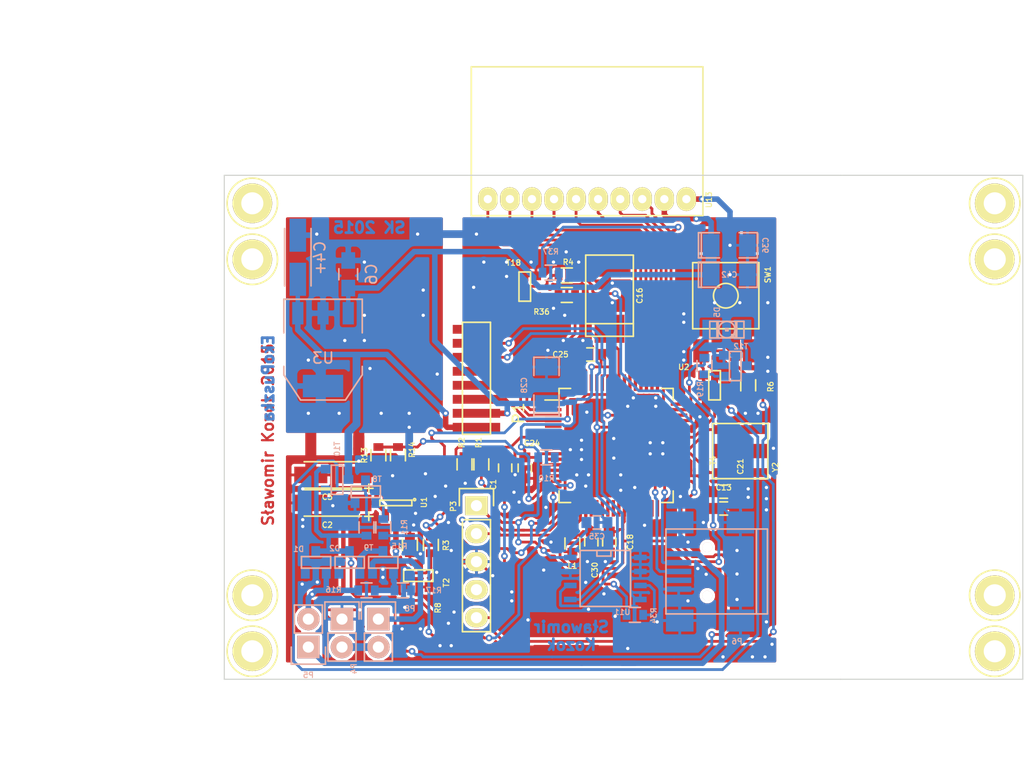
<source format=kicad_pcb>
(kicad_pcb (version 4) (host pcbnew no-vcs-found-product)
  (layers (0 F.Cu signal) (31 B.Cu signal) (34 B.Paste user) (35 F.Paste user) (36 B.SilkS user) (37 F.SilkS user) (38 B.Mask user) (39 F.Mask user) (44 Edge.Cuts user))
  (net 0 "")
  (net 1 GND)
  (net 2 VBATTERY)
  (net 3 VDD)
  (net 4 "Net-(C16-Pad1)")
  (net 5 SDA)
  (net 6 SCL)
  (net 7 VBUS)
  (net 8 "Net-(D5-Pad1)")
  (net 9 PCLK)
  (net 10 PDATA)
  (net 11 RESET)
  (net 12 "Net-(R2-Pad1)")
  (net 13 "Net-(R3-Pad1)")
  (net 14 CHARGE_ENABLE)
  (net 15 CHARGE_POWER)
  (net 16 "Net-(R8-Pad1)")
  (net 17 "Net-(R8-Pad2)")
  (net 18 CHARGE_STAT)
  (net 19 "Net-(R11-Pad1)")
  (net 20 MAINTAIN)
  (net 21 VBAT_ADC)
  (net 22 "Net-(R19-Pad1)")
  (net 23 TERMINATE)
  (net 24 "Net-(R34-Pad2)")
  (net 25 CLOCK)
  (net 26 ADCDATA)
  (net 27 UARTTX)
  (net 28 UARTRX)
  (net 29 RL)
  (net 30 RST)
  (net 31 SW)
  (net 32 SUSPEND)
  (net 33 CHARGE_SIGNAL)
  (net 34 "Net-(R36-Pad2)")
  (net 35 WPWM1)
  (net 36 WPWM2)
  (net 37 WPWM3)
  (net 38 VBAT_CONN)
  (net 39 VUSB_BUS)
  (net 40 MAIN_VOL)
  (net 41 DATA-)
  (net 42 DATA+)
  (net 43 "Net-(R16-Pad2)")
  (net 44 "Net-(D2-PadA)")
  (net 45 ON_BUT)
  (net 46 OSC+)
  (net 47 OSC-)
  (net 48 AVDD)
  (net 49 POWER_LED)
  (net 50 VON)
  (module SMD_Packages:SOIC-8-N (layer B.Cu) (at 212.344 116.713 270)
    (fp_text reference U11 (at 3.048 -1.524 360) (layer B.SilkS) (effects (font (size 0.5 0.5) (thickness 0.1)) (justify mirror)))
    (fp_text value 24XX1025)
    (pad 8 smd rect (at -1.905 3.175 270) (size 0.508 1.143) (layers B.Cu B.Paste B.Mask) (net 3 VDD))
    (pad 7 smd rect (at -0.635 3.175 270) (size 0.508 1.143) (layers B.Cu B.Paste B.Mask) (net 1 GND))
    (pad 6 smd rect (at 0.635 3.175 270) (size 0.508 1.143) (layers B.Cu B.Paste B.Mask) (net 6 SCL))
    (pad 5 smd rect (at 1.905 3.175 270) (size 0.508 1.143) (layers B.Cu B.Paste B.Mask) (net 5 SDA))
    (pad 4 smd rect (at 1.905 -3.175 270) (size 0.508 1.143) (layers B.Cu B.Paste B.Mask) (net 1 GND))
    (pad 3 smd rect (at 0.635 -3.175 270) (size 0.508 1.143) (layers B.Cu B.Paste B.Mask) (net 24 "Net-(R34-Pad2)"))
    (pad 2 smd rect (at -0.635 -3.175 270) (size 0.508 1.143) (layers B.Cu B.Paste B.Mask) (net 1 GND))
    (pad 1 smd rect (at -1.905 -3.175 270) (size 0.508 1.143) (layers B.Cu B.Paste B.Mask) (net 1 GND))
  )
  (module Resistors_SMD:R_0603 (layer F.Cu) (at 209.3595 113.538 90)
    (fp_text reference L1 (at -2.032 0 180) (layer F.SilkS) (effects (font (size 0.5 0.5) (thickness 0.1))))
    (fp_text value 1n)
    (pad 1 smd rect (at -0.75 0 90) (size 0.7 0.9) (layers F.Cu F.Paste F.Mask) (net 3 VDD))
    (pad 2 smd rect (at 0.75 0 90) (size 0.7 0.9) (layers F.Cu F.Paste F.Mask) (net 48 AVDD))
  )
  (module Capacitors_SMD:C_0603_HandSoldering (layer B.Cu) (at 211.582 111.633 180)
    (fp_text reference C35 (at 0 -1.27 180) (layer B.SilkS) (effects (font (size 0.5 0.5) (thickness 0.1)) (justify mirror)))
    (fp_text value 100N)
    (pad 1 smd rect (at -0.95 0 180) (size 0.9 1) (layers B.Cu B.Paste B.Mask) (net 1 GND))
    (pad 2 smd rect (at 0.95 0 180) (size 0.9 1) (layers B.Cu B.Paste B.Mask) (net 3 VDD))
  )
  (module Capacitors_SMD:C_0603_HandSoldering (layer F.Cu) (at 211.074 113.411 270)
    (fp_text reference C30 (at 2.54 -0.3175 270) (layer F.SilkS) (effects (font (size 0.5 0.5) (thickness 0.1))))
    (fp_text value 100N)
    (pad 1 smd rect (at -0.95 0 270) (size 0.9 1) (layers F.Cu F.Paste F.Mask) (net 48 AVDD))
    (pad 2 smd rect (at 0.95 0 270) (size 0.9 1) (layers F.Cu F.Paste F.Mask) (net 1 GND))
  )
  (module Resistors_SMD:R_0603 (layer B.Cu) (at 207.01 105.7275)
    (fp_text reference R10 (at 0 1.9) (layer B.SilkS) (effects (font (size 0.5 0.5) (thickness 0.1)) (justify mirror)))
    (fp_text value 10K)
    (pad 1 smd rect (at -0.75 0) (size 0.7 0.9) (layers B.Cu B.Paste B.Mask) (net 3 VDD))
    (pad 2 smd rect (at 0.75 0) (size 0.7 0.9) (layers B.Cu B.Paste B.Mask) (net 18 CHARGE_STAT))
  )
  (module Connect:USB_Mini-B (layer B.Cu) (at 222.4405 116.078 180)
    (fp_text reference P6 (at -1.8415 -6.35 180) (layer B.SilkS) (effects (font (size 0.5 0.5) (thickness 0.1)) (justify mirror)))
    (fp_text value USB_OTG)
    (pad 1 smd rect (at 3.44932 1.6002 180) (size 2.30124 0.50038) (layers B.Cu B.Paste B.Mask) (net 39 VUSB_BUS))
    (pad 2 smd rect (at 3.44932 0.8001 180) (size 2.30124 0.50038) (layers B.Cu B.Paste B.Mask) (net 41 DATA-))
    (pad 3 smd rect (at 3.44932 0 180) (size 2.30124 0.50038) (layers B.Cu B.Paste B.Mask) (net 42 DATA+))
    (pad 4 smd rect (at 3.44932 -0.8001 180) (size 2.30124 0.50038) (layers B.Cu B.Paste B.Mask))
    (pad 5 smd rect (at 3.44932 -1.6002 180) (size 2.30124 0.50038) (layers B.Cu B.Paste B.Mask) (net 1 GND))
    (pad 6 smd rect (at 3.35026 4.45008 180) (size 2.49936 1.99898) (layers B.Cu B.Paste B.Mask) (net 1 GND))
    (pad 6 smd rect (at -2.14884 4.45008 180) (size 2.49936 1.99898) (layers B.Cu B.Paste B.Mask) (net 1 GND))
    (pad 6 smd rect (at 3.35026 -4.45008 180) (size 2.49936 1.99898) (layers B.Cu B.Paste B.Mask) (net 1 GND))
    (pad 6 smd rect (at -2.14884 -4.45008 180) (size 2.49936 1.99898) (layers B.Cu B.Paste B.Mask) (net 1 GND))
    (pad "" np_thru_hole circle (at 0.8509 2.19964 180) (size 0.89916 0.89916) (drill 0.89916) (layers *.Cu *.Mask B.SilkS))
    (pad "" np_thru_hole circle (at 0.8509 -2.19964 180) (size 0.89916 0.89916) (drill 0.89916) (layers *.Cu *.Mask B.SilkS))
  )
  (module Housings_QFP:TQFP-64_10x10mm_Pitch0.5mm (layer F.Cu) (at 213.3219 104.648)
    (fp_text reference U2 (at 6.1341 -7.112) (layer F.SilkS) (effects (font (size 0.5 0.5) (thickness 0.1))))
    (fp_text value dsPIC33EP256MU806)
    (pad 1 smd rect (at -5.7 -3.75) (size 1.5 0.3) (layers F.Cu F.Paste F.Mask))
    (pad 2 smd rect (at -5.7 -3.25) (size 1.5 0.3) (layers F.Cu F.Paste F.Mask) (net 32 SUSPEND))
    (pad 3 smd rect (at -5.7 -2.75) (size 1.5 0.3) (layers F.Cu F.Paste F.Mask) (net 26 ADCDATA))
    (pad 4 smd rect (at -5.7 -2.25) (size 1.5 0.3) (layers F.Cu F.Paste F.Mask) (net 25 CLOCK))
    (pad 5 smd rect (at -5.7 -1.75) (size 1.5 0.3) (layers F.Cu F.Paste F.Mask))
    (pad 6 smd rect (at -5.7 -1.25) (size 1.5 0.3) (layers F.Cu F.Paste F.Mask))
    (pad 7 smd rect (at -5.7 -0.75) (size 1.5 0.3) (layers F.Cu F.Paste F.Mask) (net 12 "Net-(R2-Pad1)"))
    (pad 8 smd rect (at -5.7 -0.25) (size 1.5 0.3) (layers F.Cu F.Paste F.Mask))
    (pad 9 smd rect (at -5.7 0.25) (size 1.5 0.3) (layers F.Cu F.Paste F.Mask) (net 1 GND))
    (pad 10 smd rect (at -5.7 0.75) (size 1.5 0.3) (layers F.Cu F.Paste F.Mask) (net 3 VDD))
    (pad 11 smd rect (at -5.7 1.25) (size 1.5 0.3) (layers F.Cu F.Paste F.Mask))
    (pad 12 smd rect (at -5.7 1.75) (size 1.5 0.3) (layers F.Cu F.Paste F.Mask))
    (pad 13 smd rect (at -5.7 2.25) (size 1.5 0.3) (layers F.Cu F.Paste F.Mask))
    (pad 14 smd rect (at -5.7 2.75) (size 1.5 0.3) (layers F.Cu F.Paste F.Mask) (net 18 CHARGE_STAT))
    (pad 15 smd rect (at -5.7 3.25) (size 1.5 0.3) (layers F.Cu F.Paste F.Mask) (net 21 VBAT_ADC))
    (pad 16 smd rect (at -5.7 3.75) (size 1.5 0.3) (layers F.Cu F.Paste F.Mask) (net 20 MAINTAIN))
    (pad 17 smd rect (at -3.75 5.7 90) (size 1.5 0.3) (layers F.Cu F.Paste F.Mask) (net 9 PCLK))
    (pad 18 smd rect (at -3.25 5.7 90) (size 1.5 0.3) (layers F.Cu F.Paste F.Mask) (net 10 PDATA))
    (pad 19 smd rect (at -2.75 5.7 90) (size 1.5 0.3) (layers F.Cu F.Paste F.Mask) (net 48 AVDD))
    (pad 20 smd rect (at -2.25 5.7 90) (size 1.5 0.3) (layers F.Cu F.Paste F.Mask) (net 1 GND))
    (pad 21 smd rect (at -1.75 5.7 90) (size 1.5 0.3) (layers F.Cu F.Paste F.Mask))
    (pad 22 smd rect (at -1.25 5.7 90) (size 1.5 0.3) (layers F.Cu F.Paste F.Mask))
    (pad 23 smd rect (at -0.75 5.7 90) (size 1.5 0.3) (layers F.Cu F.Paste F.Mask))
    (pad 24 smd rect (at -0.25 5.7 90) (size 1.5 0.3) (layers F.Cu F.Paste F.Mask))
    (pad 25 smd rect (at 0.25 5.7 90) (size 1.5 0.3) (layers F.Cu F.Paste F.Mask) (net 1 GND))
    (pad 26 smd rect (at 0.75 5.7 90) (size 1.5 0.3) (layers F.Cu F.Paste F.Mask) (net 3 VDD))
    (pad 27 smd rect (at 1.25 5.7 90) (size 1.5 0.3) (layers F.Cu F.Paste F.Mask))
    (pad 28 smd rect (at 1.75 5.7 90) (size 1.5 0.3) (layers F.Cu F.Paste F.Mask))
    (pad 29 smd rect (at 2.25 5.7 90) (size 1.5 0.3) (layers F.Cu F.Paste F.Mask))
    (pad 30 smd rect (at 2.75 5.7 90) (size 1.5 0.3) (layers F.Cu F.Paste F.Mask))
    (pad 31 smd rect (at 3.25 5.7 90) (size 1.5 0.3) (layers F.Cu F.Paste F.Mask))
    (pad 32 smd rect (at 3.75 5.7 90) (size 1.5 0.3) (layers F.Cu F.Paste F.Mask))
    (pad 33 smd rect (at 5.7 3.75) (size 1.5 0.3) (layers F.Cu F.Paste F.Mask))
    (pad 34 smd rect (at 5.7 3.25) (size 1.5 0.3) (layers F.Cu F.Paste F.Mask) (net 7 VBUS))
    (pad 35 smd rect (at 5.7 2.75) (size 1.5 0.3) (layers F.Cu F.Paste F.Mask) (net 3 VDD))
    (pad 36 smd rect (at 5.7 2.25) (size 1.5 0.3) (layers F.Cu F.Paste F.Mask) (net 41 DATA-))
    (pad 37 smd rect (at 5.7 1.75) (size 1.5 0.3) (layers F.Cu F.Paste F.Mask) (net 42 DATA+))
    (pad 38 smd rect (at 5.7 1.25) (size 1.5 0.3) (layers F.Cu F.Paste F.Mask) (net 3 VDD))
    (pad 39 smd rect (at 5.7 0.75) (size 1.5 0.3) (layers F.Cu F.Paste F.Mask) (net 46 OSC+))
    (pad 40 smd rect (at 5.7 0.25) (size 1.5 0.3) (layers F.Cu F.Paste F.Mask) (net 47 OSC-))
    (pad 41 smd rect (at 5.7 -0.25) (size 1.5 0.3) (layers F.Cu F.Paste F.Mask) (net 1 GND))
    (pad 42 smd rect (at 5.7 -0.75) (size 1.5 0.3) (layers F.Cu F.Paste F.Mask) (net 23 TERMINATE))
    (pad 43 smd rect (at 5.7 -1.25) (size 1.5 0.3) (layers F.Cu F.Paste F.Mask) (net 5 SDA))
    (pad 44 smd rect (at 5.7 -1.75) (size 1.5 0.3) (layers F.Cu F.Paste F.Mask) (net 6 SCL))
    (pad 45 smd rect (at 5.7 -2.25) (size 1.5 0.3) (layers F.Cu F.Paste F.Mask) (net 49 POWER_LED))
    (pad 46 smd rect (at 5.7 -2.75) (size 1.5 0.3) (layers F.Cu F.Paste F.Mask))
    (pad 47 smd rect (at 5.7 -3.25) (size 1.5 0.3) (layers F.Cu F.Paste F.Mask) (net 30 RST))
    (pad 48 smd rect (at 5.7 -3.75) (size 1.5 0.3) (layers F.Cu F.Paste F.Mask) (net 29 RL))
    (pad 49 smd rect (at 3.75 -5.7 90) (size 1.5 0.3) (layers F.Cu F.Paste F.Mask) (net 27 UARTTX))
    (pad 50 smd rect (at 3.25 -5.7 90) (size 1.5 0.3) (layers F.Cu F.Paste F.Mask) (net 28 UARTRX))
    (pad 51 smd rect (at 2.75 -5.7 90) (size 1.5 0.3) (layers F.Cu F.Paste F.Mask) (net 31 SW))
    (pad 52 smd rect (at 2.25 -5.7 90) (size 1.5 0.3) (layers F.Cu F.Paste F.Mask) (net 37 WPWM3))
    (pad 53 smd rect (at 1.75 -5.7 90) (size 1.5 0.3) (layers F.Cu F.Paste F.Mask) (net 36 WPWM2))
    (pad 54 smd rect (at 1.25 -5.7 90) (size 1.5 0.3) (layers F.Cu F.Paste F.Mask) (net 35 WPWM1))
    (pad 55 smd rect (at 0.75 -5.7 90) (size 1.5 0.3) (layers F.Cu F.Paste F.Mask) (net 14 CHARGE_ENABLE))
    (pad 56 smd rect (at 0.25 -5.7 90) (size 1.5 0.3) (layers F.Cu F.Paste F.Mask) (net 4 "Net-(C16-Pad1)"))
    (pad 57 smd rect (at -0.25 -5.7 90) (size 1.5 0.3) (layers F.Cu F.Paste F.Mask) (net 3 VDD))
    (pad 58 smd rect (at -0.75 -5.7 90) (size 1.5 0.3) (layers F.Cu F.Paste F.Mask))
    (pad 59 smd rect (at -1.25 -5.7 90) (size 1.5 0.3) (layers F.Cu F.Paste F.Mask))
    (pad 60 smd rect (at -1.75 -5.7 90) (size 1.5 0.3) (layers F.Cu F.Paste F.Mask))
    (pad 61 smd rect (at -2.25 -5.7 90) (size 1.5 0.3) (layers F.Cu F.Paste F.Mask))
    (pad 62 smd rect (at -2.75 -5.7 90) (size 1.5 0.3) (layers F.Cu F.Paste F.Mask) (net 15 CHARGE_POWER))
    (pad 63 smd rect (at -3.25 -5.7 90) (size 1.5 0.3) (layers F.Cu F.Paste F.Mask))
    (pad 64 smd rect (at -3.75 -5.7 90) (size 1.5 0.3) (layers F.Cu F.Paste F.Mask))
  )
  (module Capacitors_SMD:C_0603_HandSoldering (layer F.Cu) (at 203.2635 106.68 90)
    (fp_text reference C1 (at -1.524 -1.0795 90) (layer F.SilkS) (effects (font (size 0.5 0.5) (thickness 0.1))))
    (fp_text value 100N)
    (pad 1 smd rect (at -0.95 0 90) (size 0.9 1) (layers F.Cu F.Paste F.Mask) (net 1 GND))
    (pad 2 smd rect (at 0.95 0 90) (size 0.9 1) (layers F.Cu F.Paste F.Mask) (net 11 RESET))
  )
  (module Capacitors_SMD:C_0603_HandSoldering (layer F.Cu) (at 223.073 110.363)
    (fp_text reference C13 (at 0 -1.9) (layer F.SilkS) (effects (font (size 0.5 0.5) (thickness 0.1))))
    (fp_text value 100N)
    (pad 1 smd rect (at -0.95 0) (size 0.9 1) (layers F.Cu F.Paste F.Mask) (net 3 VDD))
    (pad 2 smd rect (at 0.95 0) (size 0.9 1) (layers F.Cu F.Paste F.Mask) (net 1 GND))
  )
  (module Capacitors_SMD:C_0603_HandSoldering (layer F.Cu) (at 205.0415 106.68 270)
    (fp_text reference C24 (at -2.2352 -0.6604 540) (layer F.SilkS) (effects (font (size 0.5 0.5) (thickness 0.1))))
    (fp_text value 100N)
    (pad 1 smd rect (at -0.95 0 270) (size 0.9 1) (layers F.Cu F.Paste F.Mask) (net 3 VDD))
    (pad 2 smd rect (at 0.95 0 270) (size 0.9 1) (layers F.Cu F.Paste F.Mask) (net 1 GND))
  )
  (module Resistors_SMD:R_0603 (layer F.Cu) (at 201.1045 106.3625 90)
    (fp_text reference R1 (at 1.9685 -0.254 90) (layer F.SilkS) (effects (font (size 0.5 0.5) (thickness 0.1))))
    (fp_text value 4.7K)
    (pad 1 smd rect (at -0.75 0 90) (size 0.7 0.9) (layers F.Cu F.Paste F.Mask) (net 3 VDD))
    (pad 2 smd rect (at 0.75 0 90) (size 0.7 0.9) (layers F.Cu F.Paste F.Mask) (net 11 RESET))
  )
  (module Resistors_SMD:R_0603 (layer F.Cu) (at 199.5805 106.3625 90)
    (fp_text reference R2 (at 1.9685 -0.254 90) (layer F.SilkS) (effects (font (size 0.5 0.5) (thickness 0.1))))
    (fp_text value 100)
    (pad 1 smd rect (at -0.75 0 90) (size 0.7 0.9) (layers F.Cu F.Paste F.Mask) (net 12 "Net-(R2-Pad1)"))
    (pad 2 smd rect (at 0.75 0 90) (size 0.7 0.9) (layers F.Cu F.Paste F.Mask) (net 11 RESET))
  )
  (module Capacitors_SMD:C_0603_HandSoldering (layer F.Cu) (at 212.6996 113.411 270)
    (fp_text reference C18 (at 0 -1.9 270) (layer F.SilkS) (effects (font (size 0.5 0.5) (thickness 0.1))))
    (fp_text value 100N)
    (pad 1 smd rect (at -0.95 0 270) (size 0.9 1) (layers F.Cu F.Paste F.Mask) (net 3 VDD))
    (pad 2 smd rect (at 0.95 0 270) (size 0.9 1) (layers F.Cu F.Paste F.Mask) (net 1 GND))
  )
  (module Capacitors_Tantalum_SMD:TantalC_SizeX_EIA-7343 (layer F.Cu) (at 212.725 91.059 270)
    (fp_text reference C16 (at 0 -2.7305 270) (layer F.SilkS) (effects (font (size 0.5 0.5) (thickness 0.1))))
    (fp_text value 10U)
    (pad 1 smd rect (at 2.99974 0 270) (size 2.55016 2.70002) (layers F.Cu F.Paste F.Mask) (net 4 "Net-(C16-Pad1)"))
    (pad 2 smd rect (at -2.99974 0 270) (size 2.55016 3.79984) (layers F.Cu F.Paste F.Mask) (net 1 GND))
  )
  (module Capacitors_SMD:C_0603_HandSoldering (layer F.Cu) (at 223.073 108.839)
    (fp_text reference C21 (at 1.524 -2.286 90) (layer F.SilkS) (effects (font (size 0.5 0.5) (thickness 0.1))))
    (fp_text value 100N)
    (pad 1 smd rect (at -0.95 0) (size 0.9 1) (layers F.Cu F.Paste F.Mask) (net 3 VDD))
    (pad 2 smd rect (at 0.95 0) (size 0.9 1) (layers F.Cu F.Paste F.Mask) (net 1 GND))
  )
  (module Capacitors_SMD:C_0603_HandSoldering (layer F.Cu) (at 211.0105 96.393 180)
    (fp_text reference C25 (at 2.7305 0 360) (layer F.SilkS) (effects (font (size 0.5 0.5) (thickness 0.1))))
    (fp_text value 100N)
    (pad 1 smd rect (at -0.95 0 180) (size 0.9 1) (layers F.Cu F.Paste F.Mask) (net 3 VDD))
    (pad 2 smd rect (at 0.95 0 180) (size 0.9 1) (layers F.Cu F.Paste F.Mask) (net 1 GND))
  )
  (module SMD_Packages:SMD-1206_Pol (layer B.Cu) (at 207.01 99.187 90)
    (fp_text reference C28 (at 0 -2.032 90) (layer B.SilkS) (effects (font (size 0.5 0.5) (thickness 0.1)) (justify mirror)))
    (fp_text value 10U)
    (pad 1 smd rect (at -1.651 0 90) (size 1.524 2.032) (layers B.Cu B.Paste B.Mask) (net 3 VDD))
    (pad 2 smd rect (at 1.651 0 90) (size 1.524 2.032) (layers B.Cu B.Paste B.Mask) (net 1 GND))
  )
  (module SMD_Packages:SMD-1206_Pol (layer B.Cu) (at 223.5835 86.487)
    (fp_text reference C36 (at 3.302 0 270) (layer B.SilkS) (effects (font (size 0.5 0.5) (thickness 0.1)) (justify mirror)))
    (fp_text value 10U)
    (pad 1 smd rect (at -1.651 0) (size 1.524 2.032) (layers B.Cu B.Paste B.Mask) (net 3 VDD))
    (pad 2 smd rect (at 1.651 0) (size 1.524 2.032) (layers B.Cu B.Paste B.Mask) (net 1 GND))
  )
  (module LEDs:LED-1206 (layer B.Cu) (at 223.361968 94.139644 180)
    (fp_text reference D5 (at 0.889 1.5875 450) (layer B.SilkS) (effects (font (size 0.5 0.5) (thickness 0.1)) (justify mirror)))
    (fp_text value LED)
    (pad 2 smd rect (at 1.41986 0) (size 1.59766 1.80086) (layers B.Cu B.Paste B.Mask) (net 3 VDD))
    (pad 1 smd rect (at -1.41986 0) (size 1.59766 1.80086) (layers B.Cu B.Paste B.Mask) (net 8 "Net-(D5-Pad1)"))
  )
  (module Socket_Strips:Socket_Strip_Straight_1x05 (layer F.Cu) (at 200.66 110.109 270)
    (fp_text reference P3 (at 0.0635 2.0955 270) (layer F.SilkS) (effects (font (size 0.5 0.5) (thickness 0.1))))
    (fp_text value CONN_01X05)
    (pad 1 thru_hole rect (at 0 0 270) (size 1.7272 2.032) (drill 1.016) (layers *.Cu *.Mask F.SilkS) (net 9 PCLK))
    (pad 2 thru_hole oval (at 2.54 0 270) (size 1.7272 2.032) (drill 1.016) (layers *.Cu *.Mask F.SilkS) (net 10 PDATA))
    (pad 3 thru_hole oval (at 5.08 0 270) (size 1.7272 2.032) (drill 1.016) (layers *.Cu *.Mask F.SilkS) (net 1 GND))
    (pad 4 thru_hole oval (at 7.62 0 270) (size 1.7272 2.032) (drill 1.016) (layers *.Cu *.Mask F.SilkS))
    (pad 5 thru_hole oval (at 10.16 0 270) (size 1.7272 2.032) (drill 1.016) (layers *.Cu *.Mask F.SilkS) (net 11 RESET))
  )
  (module Socket_Strips:Socket_Strip_Straight_1x02 (layer B.Cu) (at 188.468 120.396 270)
    (fp_text reference P4 (at 4.5085 -1.0795 270) (layer B.SilkS) (effects (font (size 0.5 0.5) (thickness 0.1)) (justify mirror)))
    (fp_text value CONN_01X02)
    (pad 1 thru_hole rect (at 0 0 270) (size 2.032 2.032) (drill 1.016) (layers *.Cu *.Mask B.SilkS) (net 1 GND))
    (pad 2 thru_hole oval (at 2.54 0 270) (size 2.032 2.032) (drill 1.016) (layers *.Cu *.Mask B.SilkS) (net 38 VBAT_CONN))
  )
  (module Resistors_SMD:R_0603 (layer F.Cu) (at 196.529467 113.668779 90)
    (fp_text reference R3 (at -0.0381 1.3716 90) (layer F.SilkS) (effects (font (size 0.5 0.5) (thickness 0.1))))
    (fp_text value 100K)
    (pad 1 smd rect (at -0.75 0 90) (size 0.7 0.9) (layers F.Cu F.Paste F.Mask) (net 13 "Net-(R3-Pad1)"))
    (pad 2 smd rect (at 0.75 0 90) (size 0.7 0.9) (layers F.Cu F.Paste F.Mask) (net 14 CHARGE_ENABLE))
  )
  (module Resistors_SMD:R_0603 (layer F.Cu) (at 208.8515 89.2175)
    (fp_text reference R4 (at 0.127 -1.2065) (layer F.SilkS) (effects (font (size 0.5 0.5) (thickness 0.1))))
    (fp_text value 100K)
    (pad 1 smd rect (at -0.75 0) (size 0.7 0.9) (layers F.Cu F.Paste F.Mask) (net 33 CHARGE_SIGNAL))
    (pad 2 smd rect (at 0.75 0) (size 0.7 0.9) (layers F.Cu F.Paste F.Mask) (net 7 VBUS))
  )
  (module Resistors_SMD:R_0603 (layer F.Cu) (at 194.624467 113.668779 270)
    (fp_text reference R8 (at 5.715 -2.54 270) (layer F.SilkS) (effects (font (size 0.5 0.5) (thickness 0.1))))
    (fp_text value 4,7k)
    (pad 1 smd rect (at -0.75 0 270) (size 0.7 0.9) (layers F.Cu F.Paste F.Mask) (net 16 "Net-(R8-Pad1)"))
    (pad 2 smd rect (at 0.75 0 270) (size 0.7 0.9) (layers F.Cu F.Paste F.Mask) (net 17 "Net-(R8-Pad2)"))
  )
  (module Resistors_SMD:R_0603 (layer B.Cu) (at 192.2145 112.0775 270)
    (fp_text reference R11 (at 0 -1.905 270) (layer B.SilkS) (effects (font (size 0.5 0.5) (thickness 0.1)) (justify mirror)))
    (fp_text value 100K)
    (pad 1 smd rect (at -0.75 0 270) (size 0.7 0.9) (layers B.Cu B.Paste B.Mask) (net 19 "Net-(R11-Pad1)"))
    (pad 2 smd rect (at 0.75 0 270) (size 0.7 0.9) (layers B.Cu B.Paste B.Mask) (net 20 MAINTAIN))
  )
  (module Resistors_SMD:R_0603 (layer F.Cu) (at 191.77 105.537 90)
    (fp_text reference R13 (at 0 -1.27 90) (layer F.SilkS) (effects (font (size 0.5 0.5) (thickness 0.1))))
    (fp_text value 1M)
    (pad 1 smd rect (at -0.75 0 90) (size 0.7 0.9) (layers F.Cu F.Paste F.Mask) (net 2 VBATTERY))
    (pad 2 smd rect (at 0.75 0 90) (size 0.7 0.9) (layers F.Cu F.Paste F.Mask) (net 21 VBAT_ADC))
  )
  (module Resistors_SMD:R_0603 (layer F.Cu) (at 193.548 105.537 270)
    (fp_text reference R14 (at -0.508 -1.27 270) (layer F.SilkS) (effects (font (size 0.5 0.5) (thickness 0.1))))
    (fp_text value 1M)
    (pad 1 smd rect (at -0.75 0 270) (size 0.7 0.9) (layers F.Cu F.Paste F.Mask) (net 21 VBAT_ADC))
    (pad 2 smd rect (at 0.75 0 270) (size 0.7 0.9) (layers F.Cu F.Paste F.Mask) (net 1 GND))
  )
  (module Resistors_SMD:R_0603 (layer B.Cu) (at 190.6905 112.0775 270)
    (fp_text reference R15 (at 1.7145 -2.9845 540) (layer B.SilkS) (effects (font (size 0.5 0.5) (thickness 0.1)) (justify mirror)))
    (fp_text value 100K)
    (pad 1 smd rect (at -0.75 0 270) (size 0.7 0.9) (layers B.Cu B.Paste B.Mask) (net 45 ON_BUT))
    (pad 2 smd rect (at 0.75 0 270) (size 0.7 0.9) (layers B.Cu B.Paste B.Mask) (net 50 VON))
  )
  (module Resistors_SMD:R_0603 (layer B.Cu) (at 221.329968 97.441644 90)
    (fp_text reference R19 (at -2.0955 -0.381 270) (layer B.SilkS) (effects (font (size 0.5 0.5) (thickness 0.1)) (justify mirror)))
    (fp_text value 100K)
    (pad 1 smd rect (at -0.75 0 90) (size 0.7 0.9) (layers B.Cu B.Paste B.Mask) (net 22 "Net-(R19-Pad1)"))
    (pad 2 smd rect (at 0.75 0 90) (size 0.7 0.9) (layers B.Cu B.Paste B.Mask) (net 49 POWER_LED))
  )
  (module Resistors_SMD:R_0603 (layer B.Cu) (at 215.023 120.015)
    (fp_text reference R34 (at 1.7145 0.0635 90) (layer B.SilkS) (effects (font (size 0.5 0.5) (thickness 0.1)) (justify mirror)))
    (fp_text value 100K)
    (pad 1 smd rect (at -0.75 0) (size 0.7 0.9) (layers B.Cu B.Paste B.Mask) (net 3 VDD))
    (pad 2 smd rect (at 0.75 0) (size 0.7 0.9) (layers B.Cu B.Paste B.Mask) (net 24 "Net-(R34-Pad2)"))
  )
  (module Footprinty:TACT_SW_ONE_PAIR (layer F.Cu) (at 223.266 91.059 90)
    (fp_text reference SW1 (at 1.905 3.81 90) (layer F.SilkS) (effects (font (size 0.5 0.5) (thickness 0.1))))
    (fp_text value SW_PUSH_SMALL)
    (pad 1 smd rect (at -5 -2.25 90) (size 2.1 1.4) (layers F.Cu F.Paste F.Mask) (net 23 TERMINATE))
    (pad "" smd rect (at 5 -2.25 90) (size 2.1 1.4) (layers F.Cu F.Paste F.Mask))
    (pad 2 smd rect (at -5 2.25 90) (size 2.1 1.4) (layers F.Cu F.Paste F.Mask) (net 1 GND))
    (pad "" smd rect (at 5 2.25 90) (size 2.1 1.4) (layers F.Cu F.Paste F.Mask))
  )
  (module Footprinty:2N7002-SOT23 (layer F.Cu) (at 195.3895 116.459)
    (fp_text reference T2 (at 2.54 0.635 90) (layer F.SilkS) (effects (font (size 0.5 0.5) (thickness 0.1))))
    (fp_text value 2N7002)
    (pad G smd rect (at -0.925 1.025) (size 0.8 0.9) (layers F.Cu F.Paste F.Mask) (net 13 "Net-(R3-Pad1)"))
    (pad S smd rect (at 0.975 1.025) (size 0.8 0.9) (layers F.Cu F.Paste F.Mask) (net 1 GND))
    (pad D smd rect (at 0.025 -1.025) (size 0.8 0.9) (layers F.Cu F.Paste F.Mask) (net 17 "Net-(R8-Pad2)"))
  )
  (module Footprinty:2N7002-SOT23 (layer B.Cu) (at 190.627 108.839 180)
    (fp_text reference T8 (at -1.016 1.143 180) (layer B.SilkS) (effects (font (size 0.5 0.5) (thickness 0.1)) (justify mirror)))
    (fp_text value 2N7002)
    (pad G smd rect (at -0.925 -1.025 180) (size 0.8 0.9) (layers B.Cu B.Paste B.Mask) (net 19 "Net-(R11-Pad1)"))
    (pad S smd rect (at 0.975 -1.025 180) (size 0.8 0.9) (layers B.Cu B.Paste B.Mask) (net 1 GND))
    (pad D smd rect (at 0.025 1.025 180) (size 0.8 0.9) (layers B.Cu B.Paste B.Mask) (net 45 ON_BUT))
  )
  (module Footprinty:2N7002-SOT23 (layer B.Cu) (at 224.123968 97.441644 90)
    (fp_text reference T12 (at 1.778 0.508 360) (layer B.SilkS) (effects (font (size 0.5 0.5) (thickness 0.1)) (justify mirror)))
    (fp_text value 2N7002)
    (pad G smd rect (at -0.925 -1.025 90) (size 0.8 0.9) (layers B.Cu B.Paste B.Mask) (net 22 "Net-(R19-Pad1)"))
    (pad S smd rect (at 0.975 -1.025 90) (size 0.8 0.9) (layers B.Cu B.Paste B.Mask) (net 1 GND))
    (pad D smd rect (at 0.025 1.025 90) (size 0.8 0.9) (layers B.Cu B.Paste B.Mask) (net 8 "Net-(D5-Pad1)"))
  )
  (module Housings_SOT-23_SOT-143_TSOT-6:SOT-23-5 (layer F.Cu) (at 193.354467 109.858779 270)
    (fp_text reference U1 (at -0.05 -2.55 270) (layer F.SilkS) (effects (font (size 0.5 0.5) (thickness 0.1))))
    (fp_text value MCP73831)
    (pad 1 smd rect (at -1.1 -0.95 270) (size 1.06 0.65) (layers F.Cu F.Paste F.Mask) (net 18 CHARGE_STAT))
    (pad 2 smd rect (at -1.1 0 270) (size 1.06 0.65) (layers F.Cu F.Paste F.Mask) (net 1 GND))
    (pad 3 smd rect (at -1.1 0.95 270) (size 1.06 0.65) (layers F.Cu F.Paste F.Mask) (net 2 VBATTERY))
    (pad 4 smd rect (at 1.1 0.95 270) (size 1.06 0.65) (layers F.Cu F.Paste F.Mask) (net 7 VBUS))
    (pad 5 smd rect (at 1.1 -0.95 270) (size 1.06 0.65) (layers F.Cu F.Paste F.Mask) (net 16 "Net-(R8-Pad1)"))
  )
  (module Footprinty:2N7002-SOT23 (layer F.Cu) (at 205.0415 90.2335 90)
    (fp_text reference T18 (at 2.159 -1.016 180) (layer F.SilkS) (effects (font (size 0.5 0.5) (thickness 0.1))))
    (fp_text value 2N7002)
    (pad G smd rect (at -0.925 1.025 90) (size 0.8 0.9) (layers F.Cu F.Paste F.Mask) (net 34 "Net-(R36-Pad2)"))
    (pad S smd rect (at 0.975 1.025 90) (size 0.8 0.9) (layers F.Cu F.Paste F.Mask) (net 1 GND))
    (pad D smd rect (at 0.025 -1.025 90) (size 0.8 0.9) (layers F.Cu F.Paste F.Mask) (net 33 CHARGE_SIGNAL))
  )
  (module Resistors_SMD:R_0603 (layer F.Cu) (at 208.8515 90.9955 180)
    (fp_text reference R36 (at 2.286 -1.524 180) (layer F.SilkS) (effects (font (size 0.5 0.5) (thickness 0.1))))
    (fp_text value 100K)
    (pad 1 smd rect (at -0.75 0 180) (size 0.7 0.9) (layers F.Cu F.Paste F.Mask) (net 15 CHARGE_POWER))
    (pad 2 smd rect (at 0.75 0 180) (size 0.7 0.9) (layers F.Cu F.Paste F.Mask) (net 34 "Net-(R36-Pad2)"))
  )
  (module Resistors_SMD:R_0603 (layer B.Cu) (at 207.391 88.9635 180)
    (fp_text reference R37 (at 0 1.9 180) (layer B.SilkS) (effects (font (size 0.5 0.5) (thickness 0.1)) (justify mirror)))
    (fp_text value 10K)
    (pad 1 smd rect (at -0.75 0 180) (size 0.7 0.9) (layers B.Cu B.Paste B.Mask) (net 3 VDD))
    (pad 2 smd rect (at 0.75 0 180) (size 0.7 0.9) (layers B.Cu B.Paste B.Mask) (net 29 RL))
  )
  (module Footprinty:HF-LPT100-10 (layer F.Cu) (at 210.693 82.296 180)
    (fp_text reference U13 (at -11.049 -0.0635 270) (layer F.SilkS) (effects (font (size 0.5 0.5) (thickness 0.1))))
    (fp_text value HF-LPT100-10)
    (pad 10 thru_hole oval (at 9 0 180) (size 1.75 2.15) (drill 0.75) (layers *.Cu *.Mask F.SilkS) (net 35 WPWM1))
    (pad 9 thru_hole oval (at 7 0 180) (size 1.75 2.15) (drill 0.75) (layers *.Cu *.Mask F.SilkS) (net 36 WPWM2))
    (pad 8 thru_hole oval (at 5 0 180) (size 1.75 2.15) (drill 0.75) (layers *.Cu *.Mask F.SilkS) (net 37 WPWM3))
    (pad 7 thru_hole oval (at 3 0 180) (size 1.75 2.15) (drill 0.75) (layers *.Cu *.Mask F.SilkS) (net 31 SW))
    (pad 6 thru_hole oval (at 1 0 180) (size 1.75 2.15) (drill 0.75) (layers *.Cu *.Mask F.SilkS) (net 28 UARTRX))
    (pad 5 thru_hole oval (at -1 0 180) (size 1.75 2.15) (drill 0.75) (layers *.Cu *.Mask F.SilkS) (net 27 UARTTX))
    (pad 4 thru_hole oval (at -3 0 180) (size 1.75 2.15) (drill 0.75) (layers *.Cu *.Mask F.SilkS) (net 30 RST))
    (pad 3 thru_hole oval (at -5 0 180) (size 1.75 2.15) (drill 0.75) (layers *.Cu *.Mask F.SilkS) (net 29 RL))
    (pad 2 thru_hole oval (at -7 0 180) (size 1.75 2.15) (drill 0.75) (layers *.Cu *.Mask F.SilkS) (net 3 VDD))
    (pad 1 thru_hole oval (at -9 0 180) (size 1.75 2.15) (drill 0.75) (layers *.Cu *.Mask F.SilkS) (net 1 GND))
  )
  (module Footprinty:ZTTCS (layer F.Cu) (at 224.5825 105.156 270)
    (fp_text reference Y2 (at 1.4605 -3.175 270) (layer F.SilkS) (effects (font (size 0.5 0.5) (thickness 0.1))))
    (fp_text value ZTCS)
    (pad GND smd rect (at 0 0 270) (size 1.3 5.1) (layers F.Cu F.Paste F.Mask) (net 1 GND))
    (pad OSC1 smd rect (at 1.95 0 270) (size 0.8 5.1) (layers F.Cu F.Paste F.Mask) (net 46 OSC+))
    (pad OSC2 smd rect (at -1.95 0 270) (size 0.8 5.1) (layers F.Cu F.Paste F.Mask) (net 47 OSC-))
  )
  (module SMD_Packages:SMD-1206_Pol (layer B.Cu) (at 223.5835 89.154)
    (fp_text reference C42 (at 0 0) (layer B.SilkS) (effects (font (size 0.5 0.5) (thickness 0.1)) (justify mirror)))
    (fp_text value 10U)
    (pad 1 smd rect (at -1.651 0) (size 1.524 2.032) (layers B.Cu B.Paste B.Mask) (net 3 VDD))
    (pad 2 smd rect (at 1.651 0) (size 1.524 2.032) (layers B.Cu B.Paste B.Mask) (net 1 GND))
  )
  (module Footprinty:TantalC_SizeA_EIA-3216_HandSoldering (layer F.Cu) (at 187.639467 109.858779 180)
    (fp_text reference C2 (at 0.5 -2 180) (layer F.SilkS) (effects (font (size 0.5 0.5) (thickness 0.1))))
    (fp_text value 4,7u)
    (fp_text user + (at -3.2639 -1.143 180) (layer F.SilkS))
    (pad 2 smd rect (at 1.99898 0 180) (size 2.99974 1.50114) (layers F.Cu F.Paste F.Mask) (net 1 GND))
    (pad 1 smd rect (at -1.99898 0 180) (size 2.99974 1.50114) (layers F.Cu F.Paste F.Mask) (net 7 VBUS))
  )
  (module Footprinty:TantalC_SizeA_EIA-3216_HandSoldering (layer F.Cu) (at 187.639467 107.318779 180)
    (fp_text reference C3 (at 0.5 -2 180) (layer F.SilkS) (effects (font (size 0.5 0.5) (thickness 0.1))))
    (fp_text value 4,7u)
    (fp_text user + (at -3.2639 -1.143 180) (layer F.SilkS))
    (pad 2 smd rect (at 1.99898 0 180) (size 2.99974 1.50114) (layers F.Cu F.Paste F.Mask) (net 1 GND))
    (pad 1 smd rect (at -1.99898 0 180) (size 2.99974 1.50114) (layers F.Cu F.Paste F.Mask) (net 2 VBATTERY))
  )
  (module Pin_Headers:Pin_Header_Straight_1x02 (layer B.Cu) (at 185.42 122.936)
    (fp_text reference P5 (at 0 2.54) (layer B.SilkS) (effects (font (size 0.5 0.5) (thickness 0.1)) (justify mirror)))
    (fp_text value CONN_01X02)
    (pad 1 thru_hole rect (at 0 0) (size 2.032 2.032) (drill 1.016) (layers *.Cu *.Mask B.SilkS) (net 39 VUSB_BUS))
    (pad 2 thru_hole oval (at 0 -2.54) (size 2.032 2.032) (drill 1.016) (layers *.Cu *.Mask B.SilkS) (net 7 VBUS))
  )
  (module Pin_Headers:Pin_Header_Straight_1x02 (layer B.Cu) (at 191.77 120.396 180)
    (fp_text reference P8 (at -2.8575 0.9525 180) (layer B.SilkS) (effects (font (size 0.5 0.5) (thickness 0.1)) (justify mirror)))
    (fp_text value CONN_01X02)
    (pad 1 thru_hole rect (at 0 0 180) (size 2.032 2.032) (drill 1.016) (layers *.Cu *.Mask B.SilkS) (net 2 VBATTERY))
    (pad 2 thru_hole oval (at 0 -2.54 180) (size 2.032 2.032) (drill 1.016) (layers *.Cu *.Mask B.SilkS) (net 38 VBAT_CONN))
  )
  (module Resistors_SMD:R_0603 (layer B.Cu) (at 190.6905 117.7925)
    (fp_text reference R16 (at -2.9845 -0.0635) (layer B.SilkS) (effects (font (size 0.5 0.5) (thickness 0.1)) (justify mirror)))
    (fp_text value 100)
    (pad 1 smd rect (at -0.75 0) (size 0.7 0.9) (layers B.Cu B.Paste B.Mask) (net 7 VBUS))
    (pad 2 smd rect (at 0.75 0) (size 0.7 0.9) (layers B.Cu B.Paste B.Mask) (net 43 "Net-(R16-Pad2)"))
  )
  (module Resistors_SMD:R_0603 (layer B.Cu) (at 193.9805 117.7925 180)
    (fp_text reference R17 (at -2.806 0 180) (layer B.SilkS) (effects (font (size 0.5 0.5) (thickness 0.1)) (justify mirror)))
    (fp_text value 47K)
    (pad 1 smd rect (at -0.75 0 180) (size 0.7 0.9) (layers B.Cu B.Paste B.Mask) (net 1 GND))
    (pad 2 smd rect (at 0.75 0 180) (size 0.7 0.9) (layers B.Cu B.Paste B.Mask) (net 43 "Net-(R16-Pad2)"))
  )
  (module Footprinty:SOT23 (layer B.Cu) (at 192.2145 115.2525 180)
    (fp_text reference T9 (at 1.3335 1.3335 180) (layer B.SilkS) (effects (font (size 0.5 0.5) (thickness 0.1)) (justify mirror)))
    (fp_text value Si2323DS)
    (pad G smd rect (at -0.925 -1.025 180) (size 0.8 0.9) (layers B.Cu B.Paste B.Mask) (net 43 "Net-(R16-Pad2)"))
    (pad S smd rect (at 0.975 -1.025 180) (size 0.8 0.9) (layers B.Cu B.Paste B.Mask) (net 2 VBATTERY))
    (pad D smd rect (at 0.025 1.025 180) (size 0.8 0.9) (layers B.Cu B.Paste B.Mask) (net 44 "Net-(D2-PadA)"))
  )
  (module Footprinty:SOT23 (layer B.Cu) (at 188.0235 107.7595 90)
    (fp_text reference T10 (at 2.794 0 90) (layer B.SilkS) (effects (font (size 0.5 0.5) (thickness 0.1)) (justify mirror)))
    (fp_text value Si2323DS)
    (pad G smd rect (at -0.925 -1.025 90) (size 0.8 0.9) (layers B.Cu B.Paste B.Mask) (net 45 ON_BUT))
    (pad S smd rect (at 0.975 -1.025 90) (size 0.8 0.9) (layers B.Cu B.Paste B.Mask) (net 50 VON))
    (pad D smd rect (at 0.025 1.025 90) (size 0.8 0.9) (layers B.Cu B.Paste B.Mask) (net 40 MAIN_VOL))
  )
  (module Footprinty:SOT23-ZHCS1000 (layer B.Cu) (at 186.1185 115.2525 180)
    (fp_text reference D1 (at 1.5875 1.2065 180) (layer B.SilkS) (effects (font (size 0.5 0.5) (thickness 0.1)) (justify mirror)))
    (fp_text value ZHCS1000)
    (pad A smd rect (at -0.925 -1.025 180) (size 0.8 0.9) (layers B.Cu B.Paste B.Mask) (net 7 VBUS))
    (pad "" smd rect (at 0.975 -1.025 180) (size 0.8 0.9) (layers B.Cu B.Paste B.Mask))
    (pad C smd rect (at 0.025 1.025 180) (size 0.8 0.9) (layers B.Cu B.Paste B.Mask) (net 50 VON))
  )
  (module Footprinty:SOT23-ZHCS1000 (layer B.Cu) (at 189.1665 115.2525 180)
    (fp_text reference D2 (at 1.361 1.27 180) (layer B.SilkS) (effects (font (size 0.5 0.5) (thickness 0.1)) (justify mirror)))
    (fp_text value ZHCS1000)
    (pad A smd rect (at -0.925 -1.025 180) (size 0.8 0.9) (layers B.Cu B.Paste B.Mask) (net 44 "Net-(D2-PadA)"))
    (pad "" smd rect (at 0.975 -1.025 180) (size 0.8 0.9) (layers B.Cu B.Paste B.Mask))
    (pad C smd rect (at 0.025 1.025 180) (size 0.8 0.9) (layers B.Cu B.Paste B.Mask) (net 50 VON))
  )
  (module Resistors_SMD:R_0603 (layer F.Cu) (at 225.298 99.187 90)
    (fp_text reference R6 (at -0.127 2.032 270) (layer F.SilkS) (effects (font (size 0.5 0.5) (thickness 0.1))))
    (fp_text value 470k)
    (pad 1 smd rect (at -0.75 0 90) (size 0.7 0.9) (layers F.Cu F.Paste F.Mask) (net 50 VON))
    (pad 2 smd rect (at 0.75 0 90) (size 0.7 0.9) (layers F.Cu F.Paste F.Mask) (net 23 TERMINATE))
  )
  (module Footprinty:2N7002-SOT23 (layer F.Cu) (at 222.25 99.187 270)
    (fp_text reference T4 (at 6.817 0.136 270) (layer F.SilkS) (effects (font (size 0.5 0.5) (thickness 0.1))))
    (fp_text value 2N7002)
    (pad G smd rect (at -0.925 1.025 270) (size 0.8 0.9) (layers F.Cu F.Paste F.Mask) (net 23 TERMINATE))
    (pad S smd rect (at 0.975 1.025 270) (size 0.8 0.9) (layers F.Cu F.Paste F.Mask) (net 1 GND))
    (pad D smd rect (at 0.025 -1.025 270) (size 0.8 0.9) (layers F.Cu F.Paste F.Mask) (net 45 ON_BUT))
  )
  (module Footprinty:DS1065-02-1X8S8BS (layer F.Cu) (at 200.66 102.997 90)
    (fp_text reference P1 (at 1.27 3.81 90) (layer F.SilkS))
    (fp_text value CONN_01X08)
    (pad 1 smd rect (at 0 0 90) (size 0.8 4.3) (layers F.Cu F.Paste F.Mask) (net 40 MAIN_VOL))
    (pad 2 smd rect (at 1.27 0 90) (size 0.8 4.3) (layers F.Cu F.Paste F.Mask) (net 3 VDD))
    (pad 3 smd rect (at 2.54 0 90) (size 0.8 4.3) (layers F.Cu F.Paste F.Mask) (net 25 CLOCK))
    (pad 4 smd rect (at 3.81 0 90) (size 0.8 4.3) (layers F.Cu F.Paste F.Mask) (net 26 ADCDATA))
    (pad 5 smd rect (at 5.08 0 90) (size 0.8 4.3) (layers F.Cu F.Paste F.Mask) (net 32 SUSPEND))
    (pad 6 smd rect (at 6.35 0 90) (size 0.8 4.3) (layers F.Cu F.Paste F.Mask) (net 5 SDA))
    (pad 7 smd rect (at 7.62 0 90) (size 0.8 4.3) (layers F.Cu F.Paste F.Mask) (net 6 SCL))
    (pad 8 smd rect (at 8.89 0 90) (size 0.8 4.3) (layers F.Cu F.Paste F.Mask) (net 1 GND))
  )
  (module Footprinty:TantalC_SizeA_EIA-3216_HandSoldering (layer B.Cu) (at 184.464507 87.56923 90)
    (fp_text reference C4 (at 0.5 2 90) (layer B.SilkS) (effects (justify mirror)))
    (fp_text value 4,7u)
    (fp_text user + (at -1 2 90) (layer B.SilkS) (effects (justify mirror)))
    (pad 2 smd rect (at 1.99898 0 90) (size 2.99974 1.50114) (layers B.Cu B.Paste B.Mask) (net 1 GND))
    (pad 1 smd rect (at -1.99898 0 90) (size 2.99974 1.50114) (layers B.Cu B.Paste B.Mask) (net 40 MAIN_VOL))
  )
  (module SMD_Packages:SOT-223 (layer B.Cu) (at 186.750507 95.95123)
    (fp_text reference U3 (at 0 0.762) (layer B.SilkS) (effects (justify mirror)))
    (fp_text value MCP1825)
    (pad 4 smd rect (at 0 3.302) (size 3.6576 2.032) (layers B.Cu B.Paste B.Mask) (net 1 GND))
    (pad 2 smd rect (at 0 -3.302) (size 1.016 2.032) (layers B.Cu B.Paste B.Mask) (net 1 GND))
    (pad 3 smd rect (at 2.286 -3.302) (size 1.016 2.032) (layers B.Cu B.Paste B.Mask) (net 3 VDD))
    (pad 1 smd rect (at -2.286 -3.302) (size 1.016 2.032) (layers B.Cu B.Paste B.Mask) (net 40 MAIN_VOL))
  )
  (module Capacitors_SMD:C_0805_HandSoldering (layer B.Cu) (at 189.036507 89.11323 90)
    (fp_text reference C6 (at 0 2.1 90) (layer B.SilkS) (effects (justify mirror)))
    (fp_text value 1U)
    (pad 1 smd rect (at -1.25 0 90) (size 1.5 1.25) (layers B.Cu B.Paste B.Mask) (net 3 VDD))
    (pad 2 smd rect (at 1.25 0 90) (size 1.5 1.25) (layers B.Cu B.Paste B.Mask) (net 1 GND))
  )
  (module Connect:1pin (layer F.Cu) (at 180.34 123.317)
    (fp_text reference REF** hide)
    (fp_text value 1pin)
    (pad 1 thru_hole circle (at 0 0) (size 3.6 3.6) (drill 2) (layers *.Cu *.Mask F.SilkS))
  )
  (module Connect:1pin (layer F.Cu) (at 180.34 118.237)
    (fp_text reference REF** hide)
    (fp_text value 1pin)
    (pad 1 thru_hole circle (at 0 0) (size 3.6 3.6) (drill 2) (layers *.Cu *.Mask F.SilkS))
  )
  (module Connect:1pin (layer F.Cu) (at 180.34 82.677)
    (fp_text reference REF** hide)
    (fp_text value 1pin)
    (pad 1 thru_hole circle (at 0 0) (size 3.6 3.6) (drill 2) (layers *.Cu *.Mask F.SilkS))
  )
  (module Connect:1pin (layer F.Cu) (at 180.34 87.757)
    (fp_text reference REF** hide)
    (fp_text value 1pin)
    (pad 1 thru_hole circle (at 0 0) (size 3.6 3.6) (drill 2) (layers *.Cu *.Mask F.SilkS))
  )
  (module Connect:1pin (layer F.Cu) (at 247.65 123.317)
    (fp_text reference REF** hide)
    (fp_text value 1pin)
    (pad 1 thru_hole circle (at 0 0) (size 3.6 3.6) (drill 2) (layers *.Cu *.Mask F.SilkS))
  )
  (module Connect:1pin (layer F.Cu) (at 247.65 118.237)
    (fp_text reference REF** hide)
    (fp_text value 1pin)
    (pad 1 thru_hole circle (at 0 0) (size 3.6 3.6) (drill 2) (layers *.Cu *.Mask F.SilkS))
  )
  (module Connect:1pin (layer F.Cu) (at 247.65 82.677)
    (fp_text reference REF** hide)
    (fp_text value 1pin)
    (pad 1 thru_hole circle (at 0 0) (size 3.6 3.6) (drill 2) (layers *.Cu *.Mask F.SilkS))
  )
  (module Connect:1pin (layer F.Cu) (at 247.65 87.757)
    (fp_text reference REF** hide)
    (fp_text value 1pin)
    (pad 1 thru_hole circle (at 0 0) (size 3.6 3.6) (drill 2) (layers *.Cu *.Mask F.SilkS))
  )
  (gr_line (start 250.19 80.137) (end 233.68 80.137) (layer Edge.Cuts) (width 0.1))
  (gr_line (start 250.19 125.857) (end 250.19 80.137) (layer Edge.Cuts) (width 0.1))
  (gr_line (start 233.68 125.857) (end 250.19 125.857) (layer Edge.Cuts) (width 0.1))
  (gr_text "Sławomir Kozok 2015" (at 181.759896 103.66759 90) (layer F.Cu) (effects (font (size 1 1) (thickness 0.2))))
  (gr_text EkoPuszka (at 181.781813 98.566125 90) (layer B.Cu) (effects (font (size 1 1) (thickness 0.25)) (justify mirror)))
  (gr_text "SK 2015" (at 190.939295 84.888324) (layer B.Cu) (effects (font (size 1 1) (thickness 0.25)) (justify mirror)))
  (gr_text "Sławomir\nKozok" (at 209.271351 121.92) (layer B.Cu) (effects (font (size 1 1) (thickness 0.25)) (justify mirror)))
  (gr_line (start 233.68 80.137) (end 177.8 80.137) (layer Edge.Cuts) (width 0.1))
  (gr_line (start 177.8 125.857) (end 233.68 125.857) (layer Edge.Cuts) (width 0.1))
  (gr_line (start 177.8 80.137) (end 177.8 125.857) (layer Edge.Cuts) (width 0.1))
  (via (at 199.379 111.396601) (size 0.6) (drill 0.3) (layers F.Cu B.Cu) (net 0))
  (segment (start 195.834 92.837) (end 195.834 90.551) (width 0.5) (layer B.Cu) (net 1))
  (via (at 195.834 90.551) (size 0.6) (drill 0.3) (layers F.Cu B.Cu) (net 1))
  (segment (start 195.834 96.476736) (end 195.834 92.837) (width 0.5) (layer F.Cu) (net 1))
  (via (at 195.834 92.837) (size 0.6) (drill 0.3) (layers F.Cu B.Cu) (net 1))
  (segment (start 197.104 98.171) (end 197.104 97.746736) (width 0.5) (layer F.Cu) (net 1))
  (segment (start 197.104 97.746736) (end 195.834 96.476736) (width 0.5) (layer F.Cu) (net 1))
  (segment (start 190.5 95.123) (end 194.056 95.123) (width 0.5) (layer B.Cu) (net 1))
  (segment (start 194.056 95.123) (end 197.104 98.171) (width 0.5) (layer B.Cu) (net 1))
  (via (at 197.104 98.171) (size 0.6) (drill 0.3) (layers F.Cu B.Cu) (net 1))
  (segment (start 189.992 105.327503) (end 189.992 98.679) (width 0.7) (layer F.Cu) (net 1))
  (segment (start 189.992 105.868208) (end 189.992 105.327503) (width 0.7) (layer F.Cu) (net 1))
  (segment (start 188.214 101.727) (end 190.304535 101.727) (width 0.7) (layer F.Cu) (net 1))
  (segment (start 190.304535 101.727) (end 192.024 101.727) (width 0.7) (layer F.Cu) (net 1))
  (segment (start 189.992 105.327503) (end 189.992 102.039535) (width 1) (layer F.Cu) (net 1))
  (segment (start 189.992 102.039535) (end 190.304535 101.727) (width 1) (layer F.Cu) (net 1))
  (segment (start 189.992 98.679) (end 191.008 97.663) (width 0.7) (layer F.Cu) (net 1))
  (segment (start 195.178401 106.913401) (end 194.564 106.299) (width 0.7) (layer B.Cu) (net 1))
  (segment (start 194.564 106.299) (end 194.564 102.997) (width 0.7) (layer B.Cu) (net 1))
  (segment (start 196.0372 107.2134) (end 195.737201 106.913401) (width 0.7) (layer B.Cu) (net 1))
  (segment (start 195.737201 106.913401) (end 195.178401 106.913401) (width 0.7) (layer B.Cu) (net 1))
  (via (at 194.564 102.997) (size 0.6) (drill 0.3) (layers F.Cu B.Cu) (net 1))
  (segment (start 194.564 101.727) (end 194.564 102.997) (width 0.7) (layer F.Cu) (net 1))
  (segment (start 192.024 101.727) (end 192.024 98.679) (width 0.7) (layer B.Cu) (net 1))
  (segment (start 192.024 98.679) (end 191.008 97.663) (width 0.7) (layer B.Cu) (net 1))
  (via (at 191.008 97.663) (size 0.6) (drill 0.3) (layers F.Cu B.Cu) (net 1))
  (via (at 194.564 101.727) (size 0.6) (drill 0.3) (layers F.Cu B.Cu) (net 1))
  (segment (start 192.024 101.727) (end 194.564 101.727) (width 0.7) (layer B.Cu) (net 1))
  (via (at 192.024 101.727) (size 0.6) (drill 0.3) (layers F.Cu B.Cu) (net 1))
  (segment (start 201.327998 88.011) (end 201.327998 89.375002) (width 0.7) (layer F.Cu) (net 1))
  (segment (start 201.327998 89.375002) (end 200.406 90.297) (width 0.7) (layer F.Cu) (net 1))
  (via (at 200.406 90.297) (size 0.6) (drill 0.3) (layers F.Cu B.Cu) (net 1))
  (segment (start 200.66 85.471) (end 200.66 87.343002) (width 0.7) (layer F.Cu) (net 1))
  (segment (start 200.66 87.343002) (end 201.327998 88.011) (width 0.7) (layer F.Cu) (net 1))
  (via (at 200.66 85.471) (size 0.6) (drill 0.3) (layers F.Cu B.Cu) (net 1))
  (segment (start 195.326 85.471) (end 200.66 85.471) (width 0.7) (layer B.Cu) (net 1))
  (segment (start 186.182 85.471) (end 195.326 85.471) (width 0.7) (layer F.Cu) (net 1))
  (via (at 195.326 85.471) (size 0.6) (drill 0.3) (layers F.Cu B.Cu) (net 1))
  (via (at 186.182 85.471) (size 0.6) (drill 0.3) (layers F.Cu B.Cu) (net 1))
  (segment (start 186.28125 85.57025) (end 186.182 85.471) (width 0.7) (layer B.Cu) (net 1))
  (segment (start 190.5 88.011) (end 190.5 87.249) (width 0.7) (layer B.Cu) (net 1))
  (segment (start 190.5 92.837) (end 190.5 88.011) (width 0.7) (layer F.Cu) (net 1))
  (via (at 190.5 88.011) (size 0.6) (drill 0.3) (layers F.Cu B.Cu) (net 1))
  (segment (start 190.5 95.123) (end 190.5 92.837) (width 0.7) (layer B.Cu) (net 1))
  (via (at 190.5 92.837) (size 0.6) (drill 0.3) (layers F.Cu B.Cu) (net 1))
  (segment (start 188.722 95.123) (end 190.5 95.123) (width 0.7) (layer B.Cu) (net 1))
  (segment (start 186.436 101.727) (end 185.42 101.727) (width 0.7) (layer F.Cu) (net 1))
  (via (at 185.42 101.727) (size 0.6) (drill 0.3) (layers F.Cu B.Cu) (net 1))
  (segment (start 188.214 101.727) (end 186.436 101.727) (width 0.7) (layer F.Cu) (net 1))
  (segment (start 186.436 101.727) (end 188.214 101.727) (width 0.7) (layer B.Cu) (net 1))
  (via (at 188.214 101.727) (size 0.6) (drill 0.3) (layers F.Cu B.Cu) (net 1))
  (via (at 190.5 95.123) (size 0.6) (drill 0.3) (layers F.Cu B.Cu) (net 1))
  (segment (start 185.973999 96.601001) (end 187.452 95.123) (width 0.7) (layer F.Cu) (net 1))
  (segment (start 187.452 95.123) (end 188.722 95.123) (width 0.7) (layer F.Cu) (net 1))
  (via (at 188.722 95.123) (size 0.6) (drill 0.3) (layers F.Cu B.Cu) (net 1))
  (segment (start 185.42 96.901) (end 185.719999 96.601001) (width 0.7) (layer F.Cu) (net 1))
  (segment (start 185.719999 96.601001) (end 185.973999 96.601001) (width 0.7) (layer F.Cu) (net 1))
  (segment (start 186.436 97.917) (end 185.42 96.901) (width 0.7) (layer B.Cu) (net 1))
  (via (at 185.42 96.901) (size 0.6) (drill 0.3) (layers F.Cu B.Cu) (net 1))
  (segment (start 186.436 101.727) (end 186.436 97.917) (width 0.7) (layer B.Cu) (net 1))
  (segment (start 185.640487 103.538513) (end 185.640487 102.522513) (width 0.7) (layer F.Cu) (net 1))
  (segment (start 185.640487 102.522513) (end 186.436 101.727) (width 0.7) (layer F.Cu) (net 1))
  (segment (start 198.374 114.173) (end 198.374 119.507) (width 0.25) (layer F.Cu) (net 1))
  (segment (start 198.374 119.507) (end 198.628 119.761) (width 0.25) (layer F.Cu) (net 1))
  (via (at 198.628 119.761) (size 0.6) (drill 0.3) (layers F.Cu B.Cu) (net 1))
  (segment (start 198.12 111.633) (end 198.12 113.919) (width 0.25) (layer B.Cu) (net 1))
  (segment (start 198.12 113.919) (end 198.374 114.173) (width 0.25) (layer B.Cu) (net 1))
  (via (at 198.374 114.173) (size 0.6) (drill 0.3) (layers F.Cu B.Cu) (net 1))
  (segment (start 199.644 108.077) (end 199.07801 108.64299) (width 0.25) (layer F.Cu) (net 1))
  (segment (start 199.07801 108.64299) (end 199.07801 110.67499) (width 0.25) (layer F.Cu) (net 1))
  (segment (start 199.07801 110.67499) (end 198.12 111.633) (width 0.25) (layer F.Cu) (net 1))
  (via (at 198.12 111.633) (size 0.6) (drill 0.3) (layers F.Cu B.Cu) (net 1))
  (segment (start 197.866 108.331) (end 199.39 108.331) (width 0.25) (layer B.Cu) (net 1))
  (segment (start 199.39 108.331) (end 199.644 108.077) (width 0.25) (layer B.Cu) (net 1))
  (via (at 199.644 108.077) (size 0.6) (drill 0.3) (layers F.Cu B.Cu) (net 1))
  (segment (start 196.919146 109.266667) (end 196.930333 109.266667) (width 0.25) (layer F.Cu) (net 1))
  (segment (start 196.930333 109.266667) (end 197.866 108.331) (width 0.25) (layer F.Cu) (net 1))
  (via (at 197.866 108.331) (size 0.6) (drill 0.3) (layers F.Cu B.Cu) (net 1))
  (segment (start 187.638575 110.109) (end 187.638575 110.430425) (width 0.4) (layer F.Cu) (net 1))
  (via (at 187.638575 110.109) (size 0.6) (drill 0.3) (layers F.Cu B.Cu) (net 1))
  (segment (start 187.883575 109.864) (end 187.638575 110.109) (width 0.4) (layer B.Cu) (net 1))
  (segment (start 189.652 109.864) (end 187.883575 109.864) (width 0.4) (layer B.Cu) (net 1))
  (segment (start 186.0804 111.9886) (end 184.912 111.9886) (width 0.4) (layer F.Cu) (net 1))
  (segment (start 187.638575 110.430425) (end 186.0804 111.9886) (width 0.4) (layer F.Cu) (net 1))
  (segment (start 207.01 97.536) (end 207.01 97.409) (width 0.25) (layer B.Cu) (net 1))
  (segment (start 207.01 97.409) (end 208.153 96.266) (width 0.25) (layer B.Cu) (net 1))
  (segment (start 210.185 96.266) (end 210.185 96.139) (width 0.25) (layer B.Cu) (net 1))
  (segment (start 208.153 96.266) (end 210.185 96.266) (width 0.25) (layer B.Cu) (net 1))
  (segment (start 203.708 98.679) (end 204.216 99.187) (width 1) (layer B.Cu) (net 1))
  (segment (start 204.851 91.44) (end 204.3684 90.9574) (width 0.25) (layer F.Cu) (net 1))
  (segment (start 203.3016 90.9574) (end 203.3016 90.928602) (width 0.25) (layer F.Cu) (net 1))
  (segment (start 203.330398 90.9574) (end 203.3016 90.9574) (width 0.25) (layer F.Cu) (net 1))
  (segment (start 204.3684 90.9574) (end 203.330398 90.9574) (width 0.25) (layer F.Cu) (net 1))
  (segment (start 221.234 111.633) (end 221.234 112.014) (width 0.25) (layer F.Cu) (net 1))
  (segment (start 221.234 112.014) (end 219.837 113.411) (width 0.25) (layer F.Cu) (net 1))
  (segment (start 224.58934 111.62792) (end 224.33915 111.62792) (width 0.25) (layer B.Cu) (net 1))
  (segment (start 220.883277 92.914213) (end 218.888989 94.908501) (width 0.25) (layer B.Cu) (net 1))
  (segment (start 224.33915 111.62792) (end 223.08966 110.37843) (width 0.25) (layer B.Cu) (net 1))
  (segment (start 223.08966 110.37843) (end 223.08966 99.810954) (width 0.25) (layer B.Cu) (net 1))
  (segment (start 223.08966 99.810954) (end 223.873969 99.026645) (width 0.25) (layer B.Cu) (net 1))
  (segment (start 223.873969 99.026645) (end 223.873969 96.108105) (width 0.25) (layer B.Cu) (net 1))
  (segment (start 223.873969 96.108105) (end 223.065939 95.300075) (width 0.25) (layer B.Cu) (net 1))
  (segment (start 221.234 101.85541) (end 221.234 111.633) (width 0.25) (layer B.Cu) (net 1))
  (segment (start 223.065939 95.300075) (end 223.065939 92.979213) (width 0.25) (layer B.Cu) (net 1))
  (segment (start 223.065939 92.979213) (end 223.000939 92.914213) (width 0.25) (layer B.Cu) (net 1))
  (segment (start 223.000939 92.914213) (end 220.883277 92.914213) (width 0.25) (layer B.Cu) (net 1))
  (segment (start 218.888989 94.908501) (end 218.888989 99.510399) (width 0.25) (layer B.Cu) (net 1))
  (segment (start 218.888989 99.510399) (end 221.234 101.85541) (width 0.25) (layer B.Cu) (net 1))
  (via (at 221.234 111.633) (size 0.6) (drill 0.3) (layers F.Cu B.Cu) (net 1))
  (segment (start 225.298 109.347) (end 225.298 108.585) (width 0.25) (layer F.Cu) (net 1))
  (via (at 225.298 108.585) (size 0.6) (drill 0.3) (layers F.Cu B.Cu) (net 1))
  (segment (start 224.58934 111.62792) (end 224.58934 110.05566) (width 0.25) (layer B.Cu) (net 1))
  (segment (start 224.58934 110.05566) (end 225.298 109.347) (width 0.25) (layer B.Cu) (net 1))
  (via (at 225.298 109.347) (size 0.6) (drill 0.3) (layers F.Cu B.Cu) (net 1))
  (segment (start 224.282 114.173) (end 224.282 116.305554) (width 0.25) (layer F.Cu) (net 1))
  (segment (start 224.282 118.618) (end 224.282 116.305554) (width 0.25) (layer B.Cu) (net 1))
  (via (at 224.282 116.305554) (size 0.6) (drill 0.3) (layers F.Cu B.Cu) (net 1))
  (segment (start 196.919146 109.266667) (end 197.016918 109.168895) (width 0.25) (layer B.Cu) (net 1))
  (segment (start 195.138052 110.804948) (end 195.380865 110.804948) (width 0.25) (layer B.Cu) (net 1))
  (segment (start 195.380865 110.804948) (end 196.919146 109.266667) (width 0.25) (layer B.Cu) (net 1))
  (via (at 196.919146 109.266667) (size 0.6) (drill 0.3) (layers F.Cu B.Cu) (net 1))
  (segment (start 207.645 92.202) (end 205.811501 92.202) (width 0.25) (layer F.Cu) (net 1))
  (segment (start 205.811501 92.202) (end 205.613 92.202) (width 0.25) (layer F.Cu) (net 1))
  (segment (start 207.01 97.536) (end 206.756 97.536) (width 0.25) (layer B.Cu) (net 1))
  (segment (start 224.5825 105.156) (end 227.33 105.156) (width 0.25) (layer F.Cu) (net 1))
  (via (at 227.584 104.902) (size 0.6) (drill 0.3) (layers F.Cu B.Cu) (net 1))
  (segment (start 227.33 105.156) (end 227.584 104.902) (width 0.25) (layer F.Cu) (net 1))
  (segment (start 227.457 122.682) (end 227.457 123.19) (width 0.25) (layer F.Cu) (net 1))
  (segment (start 227.457 123.19) (end 226.822 123.825) (width 0.25) (layer F.Cu) (net 1))
  (via (at 227.457 122.682) (size 0.6) (drill 0.3) (layers F.Cu B.Cu) (net 1))
  (segment (start 225.679 123.825) (end 226.822 123.825) (width 0.25) (layer F.Cu) (net 1))
  (via (at 226.822 123.825) (size 0.6) (drill 0.3) (layers F.Cu B.Cu) (net 1))
  (segment (start 226.949 120.65) (end 226.949 122.555) (width 0.25) (layer B.Cu) (net 1))
  (segment (start 226.949 122.555) (end 225.679 123.825) (width 0.25) (layer B.Cu) (net 1))
  (via (at 225.679 123.825) (size 0.6) (drill 0.3) (layers F.Cu B.Cu) (net 1))
  (segment (start 226.949 113.411) (end 226.949 120.65) (width 0.25) (layer F.Cu) (net 1))
  (via (at 226.949 120.65) (size 0.6) (drill 0.3) (layers F.Cu B.Cu) (net 1))
  (segment (start 226.949 112.903) (end 226.949 113.411) (width 0.25) (layer F.Cu) (net 1))
  (segment (start 226.949 110.49) (end 226.949 112.903) (width 0.25) (layer F.Cu) (net 1))
  (segment (start 221.225 100.162) (end 221.225 101.736) (width 0.25) (layer F.Cu) (net 1))
  (via (at 220.9165 102.0445) (size 0.6) (drill 0.3) (layers F.Cu B.Cu) (net 1))
  (segment (start 221.225 101.736) (end 220.9165 102.0445) (width 0.25) (layer F.Cu) (net 1))
  (segment (start 200.924999 88.413999) (end 201.327998 88.011) (width 1) (layer B.Cu) (net 1))
  (segment (start 205.613 88.011) (end 203.39149 88.011) (width 0.25) (layer F.Cu) (net 1))
  (via (at 205.613 88.011) (size 0.6) (drill 0.3) (layers F.Cu B.Cu) (net 1))
  (segment (start 203.39149 88.011) (end 203.454 88.011) (width 0.25) (layer B.Cu) (net 1))
  (via (at 203.39149 88.011) (size 0.6) (drill 0.3) (layers F.Cu B.Cu) (net 1))
  (segment (start 215.9 111.887) (end 215.9 109.347) (width 0.25) (layer B.Cu) (net 1))
  (segment (start 215.9 109.347) (end 215.011 108.458) (width 0.25) (layer B.Cu) (net 1))
  (segment (start 219.149632 109.27747) (end 217.546901 110.880201) (width 0.25) (layer F.Cu) (net 1))
  (segment (start 217.546901 110.880201) (end 217.546901 111.358001) (width 0.25) (layer F.Cu) (net 1))
  (segment (start 217.546901 111.358001) (end 217.017902 111.887) (width 0.25) (layer F.Cu) (net 1))
  (segment (start 217.017902 111.887) (end 215.9 111.887) (width 0.25) (layer F.Cu) (net 1))
  (via (at 215.9 111.887) (size 0.6) (drill 0.3) (layers F.Cu B.Cu) (net 1))
  (segment (start 219.09024 111.62792) (end 219.09024 109.336862) (width 0.25) (layer B.Cu) (net 1))
  (segment (start 219.09024 109.336862) (end 219.149632 109.27747) (width 0.25) (layer B.Cu) (net 1))
  (via (at 219.149632 109.27747) (size 0.6) (drill 0.3) (layers F.Cu B.Cu) (net 1))
  (segment (start 210.312 95.123) (end 210.312 96.139) (width 0.25) (layer B.Cu) (net 1))
  (segment (start 200.406 92.588728) (end 200.403136 92.585864) (width 1) (layer B.Cu) (net 1))
  (segment (start 200.406 92.588728) (end 200.406 95.377) (width 1) (layer B.Cu) (net 1))
  (segment (start 200.406 95.377) (end 202.565 97.536) (width 1) (layer B.Cu) (net 1))
  (segment (start 202.565 97.536) (end 203.708 98.679) (width 1) (layer B.Cu) (net 1))
  (segment (start 204.216 99.187) (end 209.042 99.187) (width 1) (layer B.Cu) (net 1))
  (segment (start 209.042 99.187) (end 209.042 98.679) (width 1) (layer B.Cu) (net 1))
  (segment (start 209.042 96.55128) (end 209.45428 96.139) (width 1) (layer B.Cu) (net 1))
  (segment (start 209.042 98.679) (end 209.042 96.55128) (width 1) (layer B.Cu) (net 1))
  (segment (start 209.45428 96.139) (end 210.185 96.139) (width 1) (layer B.Cu) (net 1))
  (segment (start 210.185 96.139) (end 210.312 96.139) (width 1) (layer B.Cu) (net 1))
  (segment (start 223.012 123.825) (end 222.230011 123.043011) (width 0.25) (layer F.Cu) (net 1))
  (segment (start 222.230011 123.043011) (end 211.836 123.043011) (width 0.25) (layer F.Cu) (net 1))
  (segment (start 224.58934 120.52808) (end 224.58934 122.24766) (width 0.25) (layer B.Cu) (net 1))
  (segment (start 224.58934 122.24766) (end 223.012 123.825) (width 0.25) (layer B.Cu) (net 1))
  (via (at 223.012 123.825) (size 0.6) (drill 0.3) (layers F.Cu B.Cu) (net 1))
  (segment (start 189.992 104.947196) (end 189.992 105.868208) (width 1) (layer F.Cu) (net 1))
  (segment (start 189.992 106.068207) (end 189.992 104.947196) (width 0.4) (layer F.Cu) (net 1))
  (segment (start 189.992 104.947196) (end 189.992 103.8606) (width 1) (layer F.Cu) (net 1))
  (segment (start 184.912 111.379) (end 184.912 111.9886) (width 0.4) (layer F.Cu) (net 1))
  (via (at 184.912 108.585) (size 0.6) (drill 0.3) (layers F.Cu B.Cu) (net 1))
  (segment (start 185.640487 107.856513) (end 184.912 108.585) (width 0.4) (layer F.Cu) (net 1))
  (via (at 184.912 111.379) (size 0.6) (drill 0.3) (layers F.Cu B.Cu) (net 1))
  (segment (start 184.912 108.585) (end 184.912 111.379) (width 0.4) (layer B.Cu) (net 1))
  (segment (start 184.912 111.9886) (end 184.912 111.887) (width 0.4) (layer B.Cu) (net 1))
  (via (at 184.912 111.9886) (size 0.6) (drill 0.3) (layers F.Cu B.Cu) (net 1))
  (segment (start 185.640487 107.318779) (end 185.640487 107.856513) (width 0.4) (layer F.Cu) (net 1))
  (via (at 201.327998 88.011) (size 0.6) (drill 0.3) (layers F.Cu B.Cu) (net 1))
  (segment (start 203.39149 88.324464) (end 203.39149 87.81951) (width 0.25) (layer F.Cu) (net 1))
  (segment (start 203.39149 89.310199) (end 203.39149 88.324464) (width 0.4) (layer F.Cu) (net 1))
  (segment (start 205.613 88.011) (end 201.442065 88.011) (width 0.4) (layer F.Cu) (net 1))
  (segment (start 210.6676 101.6254) (end 210.6676 103.5304) (width 0.25) (layer F.Cu) (net 1))
  (segment (start 210.6676 103.5304) (end 209.169 105.029) (width 0.25) (layer F.Cu) (net 1))
  (segment (start 210.185 103.4542) (end 210.185 102.108) (width 0.25) (layer F.Cu) (net 1))
  (segment (start 210.7692 101.5238) (end 210.9216 101.5238) (width 0.25) (layer B.Cu) (net 1))
  (segment (start 210.6676 101.6254) (end 210.7692 101.5238) (width 0.25) (layer B.Cu) (net 1))
  (via (at 210.6676 101.6254) (size 0.6) (drill 0.3) (layers F.Cu B.Cu) (net 1))
  (segment (start 210.185 102.108) (end 210.6676 101.6254) (width 0.25) (layer F.Cu) (net 1))
  (segment (start 213.112532 105.791) (end 213.112532 104.019532) (width 0.25) (layer B.Cu) (net 1))
  (via (at 213.112532 105.791) (size 0.6) (drill 0.3) (layers F.Cu B.Cu) (net 1))
  (segment (start 213.491 104.398) (end 216.412 104.398) (width 0.25) (layer F.Cu) (net 1))
  (segment (start 213.106 104.013) (end 213.491 104.398) (width 0.25) (layer F.Cu) (net 1))
  (via (at 213.106 104.013) (size 0.6) (drill 0.3) (layers F.Cu B.Cu) (net 1))
  (segment (start 213.112532 104.019532) (end 213.106 104.013) (width 0.25) (layer B.Cu) (net 1))
  (segment (start 194.1576 119.334021) (end 194.1576 115.877511) (width 0.25) (layer B.Cu) (net 1))
  (segment (start 194.1576 119.334021) (end 194.1576 119.253) (width 0.25) (layer B.Cu) (net 1))
  (segment (start 195.58 121.285) (end 195.58 120.756421) (width 0.25) (layer F.Cu) (net 1))
  (segment (start 195.58 120.756421) (end 194.1576 119.334021) (width 0.25) (layer F.Cu) (net 1))
  (via (at 194.1576 119.334021) (size 0.6) (drill 0.3) (layers F.Cu B.Cu) (net 1))
  (segment (start 195.280001 120.985001) (end 195.58 121.285) (width 0.25) (layer B.Cu) (net 1))
  (via (at 195.58 121.285) (size 0.6) (drill 0.3) (layers F.Cu B.Cu) (net 1))
  (segment (start 193.91901 121.285) (end 194.219009 120.985001) (width 0.25) (layer B.Cu) (net 1))
  (segment (start 194.219009 120.985001) (end 195.280001 120.985001) (width 0.25) (layer B.Cu) (net 1))
  (segment (start 197.358 122.809) (end 195.44301 122.809) (width 0.25) (layer F.Cu) (net 1))
  (segment (start 195.44301 122.809) (end 193.91901 121.285) (width 0.25) (layer F.Cu) (net 1))
  (via (at 193.91901 121.285) (size 0.6) (drill 0.3) (layers F.Cu B.Cu) (net 1))
  (segment (start 214.376 123.063) (end 214.376 122.638736) (width 0.25) (layer B.Cu) (net 1))
  (segment (start 214.376 122.638736) (end 213.233 121.495736) (width 0.25) (layer B.Cu) (net 1))
  (segment (start 213.233 121.495736) (end 213.233 120.566264) (width 0.25) (layer B.Cu) (net 1))
  (segment (start 213.233 120.566264) (end 213.233 120.142) (width 0.25) (layer B.Cu) (net 1))
  (via (at 214.376 123.063) (size 0.6) (drill 0.3) (layers F.Cu B.Cu) (net 1))
  (segment (start 205.934989 122.868011) (end 211.661 122.868011) (width 0.25) (layer F.Cu) (net 1))
  (segment (start 211.661 122.868011) (end 211.836 123.043011) (width 0.25) (layer F.Cu) (net 1))
  (segment (start 198.374 122.809) (end 198.673999 123.108999) (width 0.25) (layer F.Cu) (net 1))
  (segment (start 205.694001 123.108999) (end 205.934989 122.868011) (width 0.25) (layer F.Cu) (net 1))
  (segment (start 198.673999 123.108999) (end 205.694001 123.108999) (width 0.25) (layer F.Cu) (net 1))
  (via (at 198.374 122.809) (size 0.6) (drill 0.3) (layers F.Cu B.Cu) (net 1))
  (segment (start 197.358 122.809) (end 198.374 122.809) (width 0.25) (layer F.Cu) (net 1))
  (segment (start 197.358 118.3386) (end 197.358 122.809) (width 0.25) (layer B.Cu) (net 1))
  (via (at 197.358 122.809) (size 0.6) (drill 0.3) (layers F.Cu B.Cu) (net 1))
  (segment (start 200.66 115.189) (end 200.5076 115.189) (width 0.25) (layer B.Cu) (net 1))
  (segment (start 200.5076 115.189) (end 197.358 118.3386) (width 0.25) (layer B.Cu) (net 1))
  (segment (start 198.882 119.761) (end 198.12 120.523) (width 0.25) (layer F.Cu) (net 1))
  (segment (start 198.12 120.523) (end 198.12 120.777) (width 0.25) (layer F.Cu) (net 1))
  (via (at 198.12 120.777) (size 0.6) (drill 0.3) (layers F.Cu B.Cu) (net 1))
  (segment (start 198.882 115.701) (end 198.882 119.761) (width 0.25) (layer F.Cu) (net 1))
  (segment (start 200.66 115.189) (end 199.394 115.189) (width 0.25) (layer F.Cu) (net 1))
  (segment (start 199.394 115.189) (end 198.882 115.701) (width 0.25) (layer F.Cu) (net 1))
  (segment (start 203.7842 89.2048) (end 203.678801 89.310199) (width 0.5) (layer F.Cu) (net 1))
  (segment (start 203.678801 89.310199) (end 203.39149 89.310199) (width 0.5) (layer F.Cu) (net 1))
  (segment (start 201.073998 87.757) (end 201.327998 88.011) (width 0.5) (layer F.Cu) (net 1))
  (segment (start 201.327998 88.011) (end 205.613 88.011) (width 0.5) (layer F.Cu) (net 1))
  (segment (start 200.66 88.170998) (end 201.073998 87.757) (width 0.5) (layer F.Cu) (net 1))
  (segment (start 200.6727 88.3048) (end 200.66 88.2921) (width 0.5) (layer F.Cu) (net 1))
  (segment (start 185.640487 107.318779) (end 185.640487 103.538513) (width 1) (layer F.Cu) (net 1))
  (segment (start 203.8604 118.745) (end 203.8604 117.9322) (width 0.25) (layer F.Cu) (net 1))
  (via (at 203.8604 117.9322) (size 0.6) (drill 0.3) (layers F.Cu B.Cu) (net 1))
  (segment (start 197.922184 114.760192) (end 197.639792 114.4778) (width 0.5) (layer F.Cu) (net 1))
  (segment (start 198.350992 115.189) (end 197.922184 114.760192) (width 0.5) (layer F.Cu) (net 1))
  (segment (start 197.304468 115.02878) (end 197.379468 114.211641) (width 0.25) (layer F.Cu) (net 1))
  (segment (start 197.379468 114.211641) (end 197.304468 113.865468) (width 0.25) (layer F.Cu) (net 1))
  (segment (start 197.922184 114.760192) (end 197.442837 114.760192) (width 0.4) (layer F.Cu) (net 1))
  (segment (start 197.442837 114.760192) (end 197.379468 114.696823) (width 0.4) (layer F.Cu) (net 1))
  (segment (start 197.379468 114.696823) (end 197.379468 114.211641) (width 0.4) (layer F.Cu) (net 1))
  (segment (start 197.21149 113.7158) (end 195.847444 113.7158) (width 0.25) (layer F.Cu) (net 1))
  (segment (start 195.847444 113.7158) (end 195.579465 113.983779) (width 0.25) (layer F.Cu) (net 1))
  (segment (start 195.579465 113.983779) (end 195.579465 114.059734) (width 0.25) (layer F.Cu) (net 1))
  (segment (start 195.579465 114.059734) (end 195.579465 114.483998) (width 0.25) (layer F.Cu) (net 1))
  (segment (start 197.304468 113.865468) (end 197.304468 113.808778) (width 0.25) (layer F.Cu) (net 1))
  (segment (start 197.304468 113.808778) (end 197.21149 113.7158) (width 0.25) (layer F.Cu) (net 1))
  (segment (start 197.639792 114.403992) (end 197.304468 114.068668) (width 0.25) (layer F.Cu) (net 1))
  (segment (start 197.304468 114.068668) (end 197.304468 113.865468) (width 0.25) (layer F.Cu) (net 1))
  (segment (start 197.639792 114.4778) (end 197.639792 114.403992) (width 0.25) (layer F.Cu) (net 1))
  (segment (start 197.639792 114.4778) (end 197.434954 114.4778) (width 0.25) (layer F.Cu) (net 1))
  (segment (start 200.66 115.189) (end 198.350992 115.189) (width 0.5) (layer F.Cu) (net 1))
  (segment (start 190.6016 105.791) (end 190.821279 105.571321) (width 0.25) (layer F.Cu) (net 1))
  (segment (start 190.821279 105.571321) (end 190.930599 105.462001) (width 0.25) (layer F.Cu) (net 1))
  (segment (start 189.992 106.068207) (end 190.416264 106.068207) (width 0.25) (layer F.Cu) (net 1))
  (segment (start 190.416264 106.068207) (end 190.821279 105.663192) (width 0.25) (layer F.Cu) (net 1))
  (segment (start 190.821279 105.663192) (end 190.821279 105.571321) (width 0.25) (layer F.Cu) (net 1))
  (segment (start 193.058832 107.390142) (end 191.736897 106.068207) (width 0.25) (layer B.Cu) (net 1))
  (segment (start 191.736897 106.068207) (end 189.992 106.068207) (width 0.25) (layer B.Cu) (net 1))
  (via (at 189.992 106.068207) (size 0.6) (drill 0.3) (layers F.Cu B.Cu) (net 1))
  (segment (start 196.0372 107.2134) (end 195.612936 107.2134) (width 0.25) (layer F.Cu) (net 1))
  (segment (start 195.612936 107.2134) (end 195.436194 107.390142) (width 0.25) (layer F.Cu) (net 1))
  (segment (start 195.436194 107.390142) (end 193.058832 107.390142) (width 0.25) (layer F.Cu) (net 1))
  (via (at 193.058832 107.390142) (size 0.6) (drill 0.3) (layers F.Cu B.Cu) (net 1))
  (segment (start 195.138052 110.804948) (end 196.0372 109.9058) (width 0.25) (layer B.Cu) (net 1))
  (segment (start 196.0372 109.9058) (end 196.0372 107.2134) (width 0.25) (layer B.Cu) (net 1))
  (via (at 196.0372 107.2134) (size 0.6) (drill 0.3) (layers F.Cu B.Cu) (net 1))
  (via (at 195.579465 114.483998) (size 0.6) (drill 0.3) (layers F.Cu B.Cu) (net 1))
  (segment (start 197.0532 116.1542) (end 197.0532 115.467788) (width 0.25) (layer F.Cu) (net 1))
  (segment (start 197.0532 115.467788) (end 197.304468 115.21652) (width 0.25) (layer F.Cu) (net 1))
  (segment (start 197.304468 115.21652) (end 197.304468 115.02878) (width 0.25) (layer F.Cu) (net 1))
  (segment (start 210.185 103.378) (end 210.185 103.4542) (width 0.25) (layer F.Cu) (net 1))
  (segment (start 210.185 103.4542) (end 210.185 104.170281) (width 0.25) (layer F.Cu) (net 1))
  (segment (start 210.185 104.170281) (end 210.185 105.029) (width 0.25) (layer F.Cu) (net 1))
  (segment (start 206.9592 110.2614) (end 206.9592 108.348192) (width 0.25) (layer B.Cu) (net 1))
  (segment (start 206.9592 108.348192) (end 207.309991 107.997401) (width 0.25) (layer B.Cu) (net 1))
  (segment (start 207.309991 107.997401) (end 208.205091 108.892501) (width 0.25) (layer B.Cu) (net 1))
  (segment (start 208.205091 108.892501) (end 209.469001 108.892501) (width 0.25) (layer B.Cu) (net 1))
  (segment (start 209.469001 108.892501) (end 210.185 108.176502) (width 0.25) (layer B.Cu) (net 1))
  (segment (start 210.185 108.176502) (end 210.185 104.170281) (width 0.25) (layer B.Cu) (net 1))
  (via (at 210.185 104.170281) (size 0.6) (drill 0.3) (layers F.Cu B.Cu) (net 1))
  (segment (start 206.506001 116.265999) (end 206.571001 116.200999) (width 0.25) (layer B.Cu) (net 1))
  (segment (start 209.581001 109.046999) (end 208.246901 109.046999) (width 0.25) (layer B.Cu) (net 1))
  (segment (start 213.096001 119.333999) (end 212.771001 119.008999) (width 0.25) (layer B.Cu) (net 1))
  (segment (start 213.096001 119.934001) (end 213.096001 119.333999) (width 0.25) (layer B.Cu) (net 1))
  (segment (start 212.771001 119.008999) (end 212.170999 119.008999) (width 0.25) (layer B.Cu) (net 1))
  (segment (start 207.321899 108.721999) (end 206.9592 109.084698) (width 0.25) (layer B.Cu) (net 1))
  (segment (start 206.571001 116.200999) (end 209.186503 116.200999) (width 0.25) (layer B.Cu) (net 1))
  (segment (start 208.246901 109.046999) (end 207.921901 108.721999) (width 0.25) (layer B.Cu) (net 1))
  (segment (start 206.506001 119.308591) (end 206.506001 116.265999) (width 0.25) (layer B.Cu) (net 1))
  (segment (start 209.186503 116.200999) (end 211.407001 113.980501) (width 0.25) (layer B.Cu) (net 1))
  (segment (start 206.9592 109.084698) (end 206.9592 109.837136) (width 0.25) (layer B.Cu) (net 1))
  (segment (start 211.407001 113.980501) (end 211.407001 110.872999) (width 0.25) (layer B.Cu) (net 1))
  (segment (start 211.407001 110.872999) (end 209.581001 109.046999) (width 0.25) (layer B.Cu) (net 1))
  (segment (start 207.921901 108.721999) (end 207.321899 108.721999) (width 0.25) (layer B.Cu) (net 1))
  (segment (start 206.9592 109.837136) (end 206.9592 110.2614) (width 0.25) (layer B.Cu) (net 1))
  (segment (start 204.0636 109.314064) (end 204.52838 109.778844) (width 0.25) (layer F.Cu) (net 1))
  (segment (start 202.899999 109.610999) (end 204.360535 109.610999) (width 0.25) (layer B.Cu) (net 1))
  (segment (start 204.52838 109.778844) (end 205.010936 110.2614) (width 0.25) (layer F.Cu) (net 1))
  (segment (start 202.184 113.37538) (end 202.184 110.326998) (width 0.25) (layer B.Cu) (net 1))
  (segment (start 202.184 110.326998) (end 202.899999 109.610999) (width 0.25) (layer B.Cu) (net 1))
  (segment (start 204.360535 109.610999) (end 204.52838 109.778844) (width 0.25) (layer B.Cu) (net 1))
  (via (at 204.52838 109.778844) (size 0.6) (drill 0.3) (layers F.Cu B.Cu) (net 1))
  (segment (start 202.1332 116.459) (end 202.1332 113.42618) (width 0.25) (layer B.Cu) (net 1))
  (segment (start 202.1332 113.42618) (end 202.184 113.37538) (width 0.25) (layer B.Cu) (net 1))
  (segment (start 203.8604 118.745) (end 203.8604 118.999) (width 0.25) (layer F.Cu) (net 1))
  (segment (start 203.8604 118.999) (end 205.3336 120.4722) (width 0.25) (layer F.Cu) (net 1))
  (via (at 205.3336 120.4722) (size 0.6) (drill 0.3) (layers F.Cu B.Cu) (net 1))
  (segment (start 207.4164 113.411) (end 208.246901 112.580499) (width 0.25) (layer B.Cu) (net 1))
  (segment (start 208.246901 112.580499) (end 208.246901 109.046999) (width 0.25) (layer B.Cu) (net 1))
  (segment (start 210.7184 115.18078) (end 210.7184 114.261898) (width 0.25) (layer F.Cu) (net 1))
  (segment (start 210.7184 114.261898) (end 209.919503 113.463001) (width 0.25) (layer F.Cu) (net 1))
  (segment (start 209.919503 113.463001) (end 207.468401 113.463001) (width 0.25) (layer F.Cu) (net 1))
  (segment (start 207.468401 113.463001) (end 207.4164 113.411) (width 0.25) (layer F.Cu) (net 1))
  (via (at 207.4164 113.411) (size 0.6) (drill 0.3) (layers F.Cu B.Cu) (net 1))
  (segment (start 210.7184 115.18078) (end 212.344 115.18078) (width 0.25) (layer B.Cu) (net 1))
  (via (at 212.344 115.18078) (size 0.6) (drill 0.3) (layers F.Cu B.Cu) (net 1))
  (segment (start 210.7184 115.18078) (end 210.7184 116.9162) (width 0.25) (layer B.Cu) (net 1))
  (segment (start 210.7184 116.9162) (end 210.566 117.0686) (width 0.25) (layer B.Cu) (net 1))
  (segment (start 211.074 114.361) (end 211.074 114.82518) (width 0.25) (layer F.Cu) (net 1))
  (segment (start 211.074 114.82518) (end 210.7184 115.18078) (width 0.25) (layer F.Cu) (net 1))
  (via (at 210.7184 115.18078) (size 0.6) (drill 0.3) (layers F.Cu B.Cu) (net 1))
  (segment (start 204.1652 107.30501) (end 200.21279 107.30501) (width 0.25) (layer B.Cu) (net 1))
  (segment (start 200.21279 107.30501) (end 199.5424 107.9754) (width 0.25) (layer B.Cu) (net 1))
  (segment (start 205.0415 107.63) (end 204.49019 107.63) (width 0.25) (layer F.Cu) (net 1))
  (segment (start 204.49019 107.63) (end 204.1652 107.30501) (width 0.25) (layer F.Cu) (net 1))
  (via (at 204.1652 107.30501) (size 0.6) (drill 0.3) (layers F.Cu B.Cu) (net 1))
  (segment (start 209.7532 107.315) (end 210.82 107.315) (width 0.25) (layer F.Cu) (net 1))
  (segment (start 208.242102 109.0422) (end 209.319302 109.0422) (width 0.25) (layer B.Cu) (net 1))
  (segment (start 209.319302 109.0422) (end 209.794001 108.567501) (width 0.25) (layer B.Cu) (net 1))
  (segment (start 209.794001 108.567501) (end 209.794001 107.355801) (width 0.25) (layer B.Cu) (net 1))
  (segment (start 209.794001 107.355801) (end 209.7532 107.315) (width 0.25) (layer B.Cu) (net 1))
  (via (at 209.7532 107.315) (size 0.6) (drill 0.3) (layers F.Cu B.Cu) (net 1))
  (segment (start 207.509698 108.5342) (end 207.734102 108.5342) (width 0.25) (layer B.Cu) (net 1))
  (segment (start 207.734102 108.5342) (end 208.242102 109.0422) (width 0.25) (layer B.Cu) (net 1))
  (segment (start 206.9592 109.084698) (end 207.509698 108.5342) (width 0.25) (layer B.Cu) (net 1))
  (segment (start 204.0636 108.8898) (end 204.0636 109.314064) (width 0.25) (layer F.Cu) (net 1))
  (segment (start 205.010936 110.2614) (end 206.9592 110.2614) (width 0.25) (layer F.Cu) (net 1))
  (via (at 206.9592 110.2614) (size 0.6) (drill 0.3) (layers F.Cu B.Cu) (net 1))
  (segment (start 202.184 109.824401) (end 202.184 113.37538) (width 0.25) (layer B.Cu) (net 1))
  (segment (start 204.0636 108.8898) (end 203.118601 108.8898) (width 0.25) (layer B.Cu) (net 1))
  (segment (start 203.118601 108.8898) (end 202.184 109.824401) (width 0.25) (layer B.Cu) (net 1))
  (segment (start 203.2635 107.63) (end 203.2635 108.0897) (width 0.25) (layer F.Cu) (net 1))
  (segment (start 203.2635 108.0897) (end 204.0636 108.8898) (width 0.25) (layer F.Cu) (net 1))
  (via (at 204.0636 108.8898) (size 0.6) (drill 0.3) (layers F.Cu B.Cu) (net 1))
  (segment (start 202.687199 116.758999) (end 203.8604 117.9322) (width 0.25) (layer B.Cu) (net 1))
  (via (at 203.8604 118.745) (size 0.6) (drill 0.3) (layers F.Cu B.Cu) (net 1))
  (segment (start 202.1332 116.459) (end 202.433199 116.758999) (width 0.25) (layer B.Cu) (net 1))
  (segment (start 202.433199 116.758999) (end 202.687199 116.758999) (width 0.25) (layer B.Cu) (net 1))
  (segment (start 200.66 115.189) (end 200.8632 115.189) (width 0.25) (layer F.Cu) (net 1))
  (via (at 202.1332 116.459) (size 0.6) (drill 0.3) (layers F.Cu B.Cu) (net 1))
  (segment (start 200.8632 115.189) (end 202.1332 116.459) (width 0.25) (layer F.Cu) (net 1))
  (segment (start 194.967129 110.975871) (end 195.138052 110.804948) (width 0.25) (layer F.Cu) (net 1))
  (via (at 195.138052 110.804948) (size 0.6) (drill 0.3) (layers F.Cu B.Cu) (net 1))
  (segment (start 194.967129 111.857543) (end 194.967129 110.975871) (width 0.25) (layer F.Cu) (net 1))
  (segment (start 197.0532 116.1542) (end 197.0532 113.811544) (width 0.25) (layer B.Cu) (net 1))
  (segment (start 197.0532 113.811544) (end 195.099199 111.857543) (width 0.25) (layer B.Cu) (net 1))
  (segment (start 195.099199 111.857543) (end 194.967129 111.857543) (width 0.25) (layer B.Cu) (net 1))
  (via (at 194.967129 111.857543) (size 0.6) (drill 0.3) (layers F.Cu B.Cu) (net 1))
  (segment (start 196.3645 117.484) (end 196.3645 116.8429) (width 0.25) (layer F.Cu) (net 1))
  (segment (start 196.3645 116.8429) (end 197.0532 116.1542) (width 0.25) (layer F.Cu) (net 1))
  (via (at 197.0532 116.1542) (size 0.6) (drill 0.3) (layers F.Cu B.Cu) (net 1))
  (segment (start 192.239498 115.877511) (end 194.1576 115.877511) (width 0.25) (layer F.Cu) (net 1))
  (via (at 194.1576 115.877511) (size 0.6) (drill 0.3) (layers F.Cu B.Cu) (net 1))
  (segment (start 192.1764 116.6114) (end 192.1764 115.940609) (width 0.25) (layer B.Cu) (net 1))
  (segment (start 192.1764 115.940609) (end 192.239498 115.877511) (width 0.25) (layer B.Cu) (net 1))
  (via (at 192.1764 115.877511) (size 0.6) (drill 0.3) (layers F.Cu B.Cu) (net 1))
  (segment (start 185.139923 118.446077) (end 185.139923 113.228747) (width 0.25) (layer F.Cu) (net 1))
  (segment (start 185.139923 113.228747) (end 186.413392 111.955278) (width 0.25) (layer F.Cu) (net 1))
  (segment (start 192.013986 116.6114) (end 192.1764 116.6114) (width 0.25) (layer F.Cu) (net 1))
  (via (at 192.1764 116.6114) (size 0.6) (drill 0.3) (layers F.Cu B.Cu) (net 1))
  (segment (start 186.235473 117.04249) (end 186.235473 115.804475) (width 0.25) (layer B.Cu) (net 1))
  (segment (start 186.235473 115.804475) (end 185.368499 114.937501) (width 0.25) (layer B.Cu) (net 1))
  (segment (start 185.368499 114.937501) (end 185.368499 113.517499) (width 0.25) (layer B.Cu) (net 1))
  (segment (start 185.368499 113.517499) (end 185.533489 113.352509) (width 0.25) (layer B.Cu) (net 1))
  (segment (start 185.533489 113.352509) (end 186.397033 113.352509) (width 0.25) (layer B.Cu) (net 1))
  (segment (start 186.235473 117.04249) (end 186.714058 117.521075) (width 0.25) (layer F.Cu) (net 1))
  (segment (start 186.714058 117.521075) (end 185.464923 117.521075) (width 0.25) (layer F.Cu) (net 1))
  (segment (start 185.464923 117.521075) (end 185.139923 117.846075) (width 0.25) (layer F.Cu) (net 1))
  (segment (start 185.139923 117.846075) (end 185.139923 118.446077) (width 0.25) (layer F.Cu) (net 1))
  (segment (start 185.753515 118.771077) (end 186.540238 119.5578) (width 0.25) (layer F.Cu) (net 1))
  (segment (start 186.540238 119.5578) (end 190.0936 119.5578) (width 0.25) (layer F.Cu) (net 1))
  (via (at 190.0936 119.5578) (size 0.6) (drill 0.3) (layers F.Cu B.Cu) (net 1))
  (segment (start 188.468 120.396) (end 189.734 120.396) (width 0.25) (layer F.Cu) (net 1))
  (segment (start 189.734 120.396) (end 190.428999 121.090999) (width 0.25) (layer F.Cu) (net 1))
  (segment (start 186.235473 117.04249) (end 185.811209 117.04249) (width 0.25) (layer F.Cu) (net 1))
  (segment (start 185.811209 117.04249) (end 185.139923 117.713776) (width 0.25) (layer F.Cu) (net 1))
  (segment (start 185.139923 117.713776) (end 185.139923 118.446077) (width 0.25) (layer F.Cu) (net 1))
  (segment (start 185.139923 118.446077) (end 185.464923 118.771077) (width 0.25) (layer F.Cu) (net 1))
  (segment (start 185.464923 118.771077) (end 185.753515 118.771077) (width 0.25) (layer F.Cu) (net 1))
  (segment (start 185.753515 118.771077) (end 187.378438 120.396) (width 0.25) (layer F.Cu) (net 1))
  (segment (start 187.378438 120.396) (end 188.468 120.396) (width 0.25) (layer F.Cu) (net 1))
  (segment (start 184.8612 117.227502) (end 185.285464 117.227502) (width 0.25) (layer B.Cu) (net 1))
  (segment (start 185.285464 117.227502) (end 185.460465 117.052501) (width 0.25) (layer B.Cu) (net 1))
  (segment (start 185.460465 117.052501) (end 186.225462 117.052501) (width 0.25) (layer B.Cu) (net 1))
  (segment (start 186.225462 117.052501) (end 186.235473 117.04249) (width 0.25) (layer B.Cu) (net 1))
  (via (at 186.235473 117.04249) (size 0.6) (drill 0.3) (layers F.Cu B.Cu) (net 1))
  (segment (start 184.8612 112.0394) (end 184.8612 117.227502) (width 0.25) (layer F.Cu) (net 1))
  (via (at 184.8612 117.227502) (size 0.6) (drill 0.3) (layers F.Cu B.Cu) (net 1))
  (segment (start 184.8612 112.0394) (end 187.642866 112.0394) (width 0.25) (layer F.Cu) (net 1))
  (segment (start 187.642866 112.0394) (end 187.998466 111.6838) (width 0.25) (layer F.Cu) (net 1))
  (segment (start 185.640487 109.858779) (end 185.640487 111.260113) (width 0.25) (layer F.Cu) (net 1))
  (segment (start 185.640487 111.260113) (end 184.8612 112.0394) (width 0.25) (layer F.Cu) (net 1))
  (segment (start 185.640487 107.318779) (end 185.640487 106.318209) (width 0.25) (layer F.Cu) (net 1))
  (segment (start 185.640487 106.318209) (end 186.167696 105.791) (width 0.25) (layer F.Cu) (net 1))
  (segment (start 186.167696 105.791) (end 190.6016 105.791) (width 0.25) (layer F.Cu) (net 1))
  (segment (start 193.323001 105.462001) (end 193.548 105.687) (width 0.25) (layer F.Cu) (net 1))
  (segment (start 190.930599 105.462001) (end 193.323001 105.462001) (width 0.25) (layer F.Cu) (net 1))
  (segment (start 193.548 105.687) (end 193.548 106.287) (width 0.25) (layer F.Cu) (net 1))
  (segment (start 193.354467 108.758779) (end 193.354467 107.978779) (width 0.25) (layer F.Cu) (net 1))
  (segment (start 193.354467 107.978779) (end 193.548 107.785246) (width 0.25) (layer F.Cu) (net 1))
  (segment (start 193.548 107.785246) (end 193.548 106.287) (width 0.25) (layer F.Cu) (net 1))
  (segment (start 185.640487 107.318779) (end 185.640487 109.858779) (width 1) (layer F.Cu) (net 1))
  (segment (start 210.566 108.331) (end 210.566 107.569) (width 0.25) (layer F.Cu) (net 1))
  (segment (start 210.566 107.569) (end 210.82 107.315) (width 0.25) (layer F.Cu) (net 1))
  (segment (start 212.532 111.633) (end 212.532 111.583) (width 0.25) (layer B.Cu) (net 1))
  (via (at 210.566 108.331) (size 0.6) (drill 0.3) (layers F.Cu B.Cu) (net 1))
  (segment (start 212.532 111.583) (end 210.566 109.617) (width 0.25) (layer B.Cu) (net 1))
  (segment (start 210.566 109.617) (end 210.566 108.331) (width 0.25) (layer B.Cu) (net 1))
  (segment (start 219.09024 120.52808) (end 217.16492 120.52808) (width 0.25) (layer B.Cu) (net 1))
  (segment (start 217.16492 120.52808) (end 217.043 120.65) (width 0.25) (layer B.Cu) (net 1))
  (segment (start 219.09024 120.52808) (end 217.88628 120.52808) (width 0.25) (layer B.Cu) (net 1))
  (segment (start 219.09024 120.52808) (end 219.09024 118.90756) (width 0.25) (layer B.Cu) (net 1))
  (segment (start 219.2528 118.745) (end 219.837 118.745) (width 0.25) (layer B.Cu) (net 1))
  (segment (start 219.09024 118.90756) (end 219.2528 118.745) (width 0.25) (layer B.Cu) (net 1))
  (segment (start 218.39428 120.52808) (end 219.09024 120.52808) (width 0.25) (layer B.Cu) (net 1))
  (segment (start 219.09024 119.26316) (end 219.09024 120.52808) (width 0.25) (layer B.Cu) (net 1))
  (segment (start 220.6498 117.7036) (end 220.6498 117.729) (width 0.25) (layer B.Cu) (net 1))
  (segment (start 220.6498 117.729) (end 220.6498 118.2624) (width 0.25) (layer B.Cu) (net 1))
  (segment (start 220.6498 118.2624) (end 220.1672 118.745) (width 0.25) (layer B.Cu) (net 1))
  (segment (start 220.1672 118.745) (end 219.837 118.745) (width 0.25) (layer B.Cu) (net 1))
  (segment (start 221.488 116.332) (end 221.488 116.8654) (width 0.25) (layer B.Cu) (net 1))
  (segment (start 220.726 115.81401) (end 220.97001 115.81401) (width 0.25) (layer F.Cu) (net 1))
  (segment (start 220.97001 115.81401) (end 221.488 116.332) (width 0.25) (layer F.Cu) (net 1))
  (via (at 221.488 116.332) (size 0.6) (drill 0.3) (layers F.Cu B.Cu) (net 1))
  (via (at 220.726 115.81401) (size 0.6) (drill 0.3) (layers F.Cu B.Cu) (net 1))
  (segment (start 220.726 117.129092) (end 220.726 115.81401) (width 0.25) (layer B.Cu) (net 1))
  (segment (start 221.488 116.8654) (end 220.6498 117.7036) (width 0.25) (layer B.Cu) (net 1))
  (segment (start 214.948001 118.426591) (end 214.622499 118.101089) (width 0.25) (layer B.Cu) (net 1))
  (segment (start 214.622499 118.101089) (end 214.622499 114.815501) (width 0.25) (layer B.Cu) (net 1))
  (segment (start 210.566 117.0686) (end 210.566 116.332) (width 0.25) (layer B.Cu) (net 1))
  (segment (start 210.185 115.951) (end 210.566 116.332) (width 0.25) (layer B.Cu) (net 1))
  (segment (start 210.185 115.951) (end 206.756 115.951) (width 0.25) (layer B.Cu) (net 1))
  (via (at 210.566 117.0686) (size 0.6) (drill 0.3) (layers F.Cu B.Cu) (net 1))
  (segment (start 227.584 104.902) (end 227.584 98.425) (width 0.25) (layer F.Cu) (net 1))
  (via (at 227.076 91.694) (size 0.6) (drill 0.3) (layers F.Cu B.Cu) (net 1))
  (segment (start 227.076 91.694) (end 224.536 91.694) (width 0.25) (layer B.Cu) (net 1))
  (via (at 227.076 96.647) (size 0.6) (drill 0.3) (layers F.Cu B.Cu) (net 1))
  (segment (start 227.076 91.694) (end 227.076 96.647) (width 0.25) (layer F.Cu) (net 1))
  (via (at 227.076 97.917) (size 0.6) (drill 0.3) (layers F.Cu B.Cu) (net 1))
  (segment (start 227.076 96.647) (end 227.076 97.917) (width 0.25) (layer F.Cu) (net 1))
  (segment (start 227.584 98.425) (end 227.076 97.917) (width 0.25) (layer F.Cu) (net 1))
  (segment (start 208.534 95.123) (end 208.026 95.123) (width 0.25) (layer F.Cu) (net 1))
  (via (at 207.137 96.012) (size 0.6) (drill 0.3) (layers F.Cu B.Cu) (net 1))
  (segment (start 208.026 95.123) (end 207.137 96.012) (width 0.25) (layer F.Cu) (net 1))
  (segment (start 208.795998 87.084189) (end 208.795998 87.508453) (width 0.25) (layer B.Cu) (net 1))
  (segment (start 208.795998 87.508453) (end 209.298545 88.011) (width 0.25) (layer B.Cu) (net 1))
  (segment (start 209.298545 88.011) (end 209.506736 88.011) (width 0.25) (layer B.Cu) (net 1))
  (segment (start 209.506736 88.011) (end 209.931 88.011) (width 0.25) (layer B.Cu) (net 1))
  (segment (start 208.795998 87.054678) (end 208.795998 87.084189) (width 0.25) (layer F.Cu) (net 1))
  (segment (start 208.795998 87.084189) (end 209.24432 87.503) (width 0.25) (layer F.Cu) (net 1))
  (via (at 208.795998 87.084189) (size 0.6) (drill 0.3) (layers F.Cu B.Cu) (net 1))
  (segment (start 225.044 101.727) (end 226.719002 101.727) (width 0.25) (layer F.Cu) (net 1))
  (segment (start 226.719002 101.727) (end 227.284001 102.291999) (width 0.25) (layer F.Cu) (net 1))
  (segment (start 226.187 101.727) (end 225.044 101.727) (width 0.25) (layer B.Cu) (net 1))
  (via (at 225.044 101.727) (size 0.6) (drill 0.3) (layers F.Cu B.Cu) (net 1))
  (segment (start 227.584 101.981) (end 227.33 101.727) (width 0.25) (layer F.Cu) (net 1))
  (segment (start 227.33 101.727) (end 226.187 101.727) (width 0.25) (layer F.Cu) (net 1))
  (via (at 226.187 101.727) (size 0.6) (drill 0.3) (layers F.Cu B.Cu) (net 1))
  (segment (start 227.584 104.902) (end 227.584 101.981) (width 0.25) (layer F.Cu) (net 1))
  (segment (start 219.456 93.472) (end 219.456 96.901) (width 0.25) (layer B.Cu) (net 1))
  (via (at 219.456 96.901) (size 0.6) (drill 0.3) (layers F.Cu B.Cu) (net 1))
  (segment (start 219.456 93.472) (end 219.456 96.139) (width 0.25) (layer F.Cu) (net 1))
  (via (at 219.456 96.139) (size 0.6) (drill 0.3) (layers F.Cu B.Cu) (net 1))
  (segment (start 226.949 108.458) (end 226.949 109.474) (width 0.25) (layer F.Cu) (net 1))
  (segment (start 225.425 114.173) (end 226.949 112.649) (width 0.25) (layer F.Cu) (net 1))
  (segment (start 226.949 112.649) (end 226.949 110.49) (width 0.25) (layer F.Cu) (net 1))
  (via (at 226.949 110.49) (size 0.6) (drill 0.3) (layers F.Cu B.Cu) (net 1))
  (segment (start 226.949 110.49) (end 226.949 109.474) (width 0.25) (layer B.Cu) (net 1))
  (via (at 226.949 109.474) (size 0.6) (drill 0.3) (layers F.Cu B.Cu) (net 1))
  (via (at 224.282 114.173) (size 0.6) (drill 0.3) (layers F.Cu B.Cu) (net 1))
  (segment (start 224.282 114.173) (end 225.425 114.173) (width 0.25) (layer F.Cu) (net 1))
  (via (at 226.949 108.458) (size 0.6) (drill 0.3) (layers F.Cu B.Cu) (net 1))
  (segment (start 227.076 96.012) (end 227.076 96.901) (width 0.25) (layer B.Cu) (net 1))
  (via (at 209.931 88.011) (size 0.6) (drill 0.3) (layers F.Cu B.Cu) (net 1))
  (via (at 219.456 93.472) (size 0.6) (drill 0.3) (layers F.Cu B.Cu) (net 1))
  (segment (start 219.456 92.71) (end 219.456 93.472) (width 0.25) (layer F.Cu) (net 1))
  (via (at 222.25 91.694) (size 0.6) (drill 0.3) (layers F.Cu B.Cu) (net 1))
  (segment (start 224.536 91.694) (end 222.25 91.694) (width 0.25) (layer B.Cu) (net 1))
  (segment (start 221.825736 91.694) (end 220.809736 92.71) (width 0.25) (layer B.Cu) (net 1))
  (segment (start 222.25 91.694) (end 221.825736 91.694) (width 0.25) (layer B.Cu) (net 1))
  (via (at 219.456 92.71) (size 0.6) (drill 0.3) (layers F.Cu B.Cu) (net 1))
  (segment (start 220.809736 92.71) (end 219.456 92.71) (width 0.25) (layer B.Cu) (net 1))
  (segment (start 212.471 114.808) (end 211.078001 116.200999) (width 0.25) (layer B.Cu) (net 1))
  (segment (start 213.597999 119.304999) (end 213.597999 120.725001) (width 0.25) (layer B.Cu) (net 1))
  (segment (start 212.480999 118.187999) (end 213.597999 119.304999) (width 0.25) (layer B.Cu) (net 1))
  (segment (start 211.078001 116.200999) (end 207.020999 116.200999) (width 0.25) (layer B.Cu) (net 1))
  (segment (start 207.020999 116.200999) (end 206.576999 116.644999) (width 0.25) (layer B.Cu) (net 1))
  (segment (start 206.576999 116.644999) (end 206.576999 119.201001) (width 0.25) (layer B.Cu) (net 1))
  (segment (start 206.576999 119.201001) (end 207.023008 119.64701) (width 0.25) (layer B.Cu) (net 1))
  (segment (start 207.023008 119.64701) (end 211.021988 119.64701) (width 0.25) (layer B.Cu) (net 1))
  (segment (start 213.662999 120.790001) (end 214.883001 120.790001) (width 0.25) (layer B.Cu) (net 1))
  (segment (start 211.021988 119.64701) (end 212.480999 118.187999) (width 0.25) (layer B.Cu) (net 1))
  (segment (start 214.883001 120.790001) (end 214.948001 120.725001) (width 0.25) (layer B.Cu) (net 1))
  (segment (start 213.597999 120.725001) (end 213.662999 120.790001) (width 0.25) (layer B.Cu) (net 1))
  (segment (start 214.948001 120.725001) (end 214.948001 118.426591) (width 0.25) (layer B.Cu) (net 1))
  (segment (start 212.471 112.444) (end 212.471 113.792) (width 0.25) (layer B.Cu) (net 1))
  (segment (start 212.532 111.633) (end 212.532 112.383) (width 0.25) (layer B.Cu) (net 1))
  (segment (start 212.532 112.383) (end 212.471 112.444) (width 0.25) (layer B.Cu) (net 1))
  (segment (start 206.576999 116.130001) (end 206.756 115.951) (width 0.25) (layer B.Cu) (net 1))
  (segment (start 206.576999 119.379589) (end 206.576999 116.130001) (width 0.25) (layer B.Cu) (net 1))
  (via (at 206.756 115.951) (size 0.6) (drill 0.3) (layers F.Cu B.Cu) (net 1))
  (segment (start 206.548591 119.266001) (end 206.506001 119.223411) (width 0.25) (layer B.Cu) (net 1))
  (segment (start 206.506001 119.223411) (end 206.506001 116.265999) (width 0.25) (layer B.Cu) (net 1))
  (segment (start 206.506001 116.265999) (end 206.441001 116.200999) (width 0.25) (layer B.Cu) (net 1))
  (segment (start 206.629 119.253002) (end 206.641999 119.266001) (width 0.25) (layer B.Cu) (net 1))
  (segment (start 210.82 119.507) (end 210.37432 119.507) (width 0.25) (layer B.Cu) (net 1))
  (segment (start 210.37432 119.507) (end 210.234309 119.647011) (width 0.25) (layer B.Cu) (net 1))
  (segment (start 210.234309 119.647011) (end 207.023009 119.647011) (width 0.25) (layer B.Cu) (net 1))
  (segment (start 207.023009 119.647011) (end 206.629 119.253002) (width 0.25) (layer B.Cu) (net 1))
  (segment (start 212.09 118.237) (end 210.82 119.507) (width 0.25) (layer F.Cu) (net 1))
  (via (at 210.82 119.507) (size 0.6) (drill 0.3) (layers F.Cu B.Cu) (net 1))
  (segment (start 212.217 118.11) (end 212.09 118.237) (width 0.25) (layer F.Cu) (net 1))
  (segment (start 213.532999 119.425999) (end 212.217 118.11) (width 0.25) (layer B.Cu) (net 1))
  (via (at 212.217 118.11) (size 0.6) (drill 0.3) (layers F.Cu B.Cu) (net 1))
  (segment (start 213.233 120.142) (end 213.532999 119.842001) (width 0.25) (layer B.Cu) (net 1))
  (segment (start 213.532999 119.842001) (end 213.532999 119.425999) (width 0.25) (layer B.Cu) (net 1))
  (segment (start 213.233 120.360002) (end 213.233 120.142) (width 0.25) (layer B.Cu) (net 1))
  (via (at 213.233 120.142) (size 0.6) (drill 0.3) (layers F.Cu B.Cu) (net 1))
  (segment (start 217.043 120.65) (end 216.523002 120.65) (width 0.25) (layer B.Cu) (net 1))
  (segment (start 216.383001 120.790001) (end 213.662999 120.790001) (width 0.25) (layer B.Cu) (net 1))
  (segment (start 216.523002 120.65) (end 216.383001 120.790001) (width 0.25) (layer B.Cu) (net 1))
  (segment (start 217.507736 120.65) (end 217.043 120.65) (width 0.25) (layer F.Cu) (net 1))
  (via (at 219.837 118.745) (size 0.6) (drill 0.3) (layers F.Cu B.Cu) (net 1))
  (segment (start 219.412736 118.745) (end 217.507736 120.65) (width 0.25) (layer F.Cu) (net 1))
  (segment (start 219.837 118.745) (end 219.412736 118.745) (width 0.25) (layer F.Cu) (net 1))
  (via (at 217.043 120.65) (size 0.6) (drill 0.3) (layers F.Cu B.Cu) (net 1))
  (segment (start 213.662999 120.790001) (end 213.233 120.360002) (width 0.25) (layer B.Cu) (net 1))
  (segment (start 221.107 82.296) (end 219.693 82.296) (width 0.5) (layer F.Cu) (net 1))
  (segment (start 222.504 82.296) (end 223.647 83.439) (width 0.5) (layer B.Cu) (net 1))
  (segment (start 223.647 83.439) (end 223.647 86.487) (width 0.5) (layer B.Cu) (net 1))
  (segment (start 221.107 82.296) (end 222.504 82.296) (width 0.5) (layer B.Cu) (net 1))
  (via (at 221.107 82.296) (size 0.6) (drill 0.3) (layers F.Cu B.Cu) (net 1))
  (segment (start 216.916 100.33) (end 214.884 100.33) (width 0.25) (layer B.Cu) (net 1))
  (segment (start 223.347001 88.854001) (end 223.647 89.154) (width 0.25) (layer B.Cu) (net 1))
  (via (at 223.647 89.154) (size 0.6) (drill 0.3) (layers F.Cu B.Cu) (net 1))
  (segment (start 223.647 86.487) (end 223.347001 86.786999) (width 0.25) (layer B.Cu) (net 1))
  (segment (start 223.347001 86.786999) (end 223.347001 88.854001) (width 0.25) (layer B.Cu) (net 1))
  (segment (start 224.536 91.694) (end 224.536 87.376) (width 0.25) (layer F.Cu) (net 1))
  (via (at 224.536 91.694) (size 0.6) (drill 0.3) (layers F.Cu B.Cu) (net 1))
  (via (at 223.647 86.487) (size 0.6) (drill 0.3) (layers F.Cu B.Cu) (net 1))
  (segment (start 224.536 87.376) (end 223.647 86.487) (width 0.25) (layer F.Cu) (net 1))
  (via (at 203.39149 89.310199) (size 0.6) (drill 0.3) (layers F.Cu B.Cu) (net 1))
  (segment (start 203.147701 89.587299) (end 203.39149 89.310199) (width 0.25) (layer F.Cu) (net 1))
  (segment (start 203.454 89.281) (end 203.424801 89.310199) (width 0.25) (layer F.Cu) (net 1))
  (segment (start 203.424801 89.310199) (end 203.39149 89.310199) (width 0.25) (layer F.Cu) (net 1))
  (segment (start 203.147701 90.774703) (end 203.147701 89.587299) (width 0.25) (layer F.Cu) (net 1))
  (segment (start 203.3016 90.928602) (end 203.147701 90.774703) (width 0.25) (layer F.Cu) (net 1))
  (segment (start 208.28 92.202) (end 207.645 92.202) (width 0.25) (layer B.Cu) (net 1))
  (segment (start 208.661 92.202) (end 208.28 92.202) (width 0.25) (layer B.Cu) (net 1))
  (via (at 207.645 92.202) (size 0.6) (drill 0.3) (layers F.Cu B.Cu) (net 1))
  (segment (start 204.851 91.44) (end 205.613 92.202) (width 0.25) (layer F.Cu) (net 1))
  (segment (start 212.725 88.05926) (end 210.57508 88.05926) (width 0.25) (layer F.Cu) (net 1))
  (segment (start 210.57508 88.05926) (end 210.30033 88.33401) (width 0.25) (layer F.Cu) (net 1))
  (segment (start 210.30033 88.33401) (end 209.6176 88.33401) (width 0.25) (layer F.Cu) (net 1))
  (segment (start 209.6176 88.33401) (end 209.24432 87.96073) (width 0.25) (layer F.Cu) (net 1))
  (segment (start 209.24432 87.96073) (end 209.24432 87.503) (width 0.25) (layer F.Cu) (net 1))
  (segment (start 209.931 88.011) (end 209.472998 88.011) (width 0.25) (layer B.Cu) (net 1))
  (segment (start 209.472998 88.011) (end 208.795998 87.334) (width 0.25) (layer B.Cu) (net 1))
  (segment (start 208.795998 87.334) (end 208.795998 87.054678) (width 0.25) (layer B.Cu) (net 1))
  (segment (start 207.645 88.011) (end 209.931 88.011) (width 0.25) (layer B.Cu) (net 1))
  (segment (start 207.645 88.011) (end 209.804 88.011) (width 0.25) (layer B.Cu) (net 1))
  (via (at 207.645 88.011) (size 0.6) (drill 0.3) (layers F.Cu B.Cu) (net 1))
  (segment (start 205.613 88.011) (end 206.0665 88.4645) (width 0.25) (layer F.Cu) (net 1))
  (segment (start 206.0665 89.2585) (end 206.0665 88.4645) (width 0.25) (layer F.Cu) (net 1))
  (segment (start 205.613 88.011) (end 207.645 88.011) (width 0.25) (layer F.Cu) (net 1))
  (segment (start 224.536 91.694) (end 225.2345 90.9955) (width 0.25) (layer B.Cu) (net 1))
  (segment (start 225.2345 89.154) (end 225.2345 90.9955) (width 0.25) (layer B.Cu) (net 1))
  (via (at 213.741 108.712) (size 0.6) (drill 0.3) (layers F.Cu B.Cu) (net 1))
  (segment (start 215.011 108.458) (end 213.995 108.458) (width 0.25) (layer B.Cu) (net 1))
  (segment (start 213.995 108.458) (end 213.741 108.712) (width 0.25) (layer B.Cu) (net 1))
  (segment (start 213.5719 108.8811) (end 213.741 108.712) (width 0.25) (layer F.Cu) (net 1))
  (segment (start 213.5719 108.8811) (end 213.5719 110.348) (width 0.25) (layer F.Cu) (net 1))
  (segment (start 214.376 100.838) (end 214.376 101.092) (width 0.25) (layer B.Cu) (net 1))
  (via (at 214.376 101.092) (size 0.6) (drill 0.3) (layers F.Cu B.Cu) (net 1))
  (segment (start 214.884 100.33) (end 214.376 100.838) (width 0.25) (layer B.Cu) (net 1))
  (via (at 216.916 101.092) (size 0.6) (drill 0.3) (layers F.Cu B.Cu) (net 1))
  (segment (start 216.916 100.33) (end 216.916 101.092) (width 0.25) (layer B.Cu) (net 1))
  (via (at 214.884 100.33) (size 0.6) (drill 0.3) (layers F.Cu B.Cu) (net 1))
  (segment (start 207.6219 104.898) (end 209.038 104.898) (width 0.25) (layer F.Cu) (net 1))
  (segment (start 209.038 104.898) (end 209.169 105.029) (width 0.25) (layer F.Cu) (net 1))
  (segment (start 211.201 109.2189) (end 211.201 107.696) (width 0.25) (layer F.Cu) (net 1))
  (segment (start 211.201 107.696) (end 210.82 107.315) (width 0.25) (layer F.Cu) (net 1))
  (segment (start 211.0719 110.348) (end 211.0719 109.348) (width 0.25) (layer F.Cu) (net 1))
  (segment (start 211.0719 109.348) (end 211.201 109.2189) (width 0.25) (layer F.Cu) (net 1))
  (segment (start 213.106 106.68) (end 213.112532 105.791) (width 0.25) (layer F.Cu) (net 1))
  (segment (start 213.106 105.791) (end 213.112532 105.791) (width 0.25) (layer F.Cu) (net 1))
  (segment (start 213.441001 107.015001) (end 213.106 106.68) (width 0.25) (layer F.Cu) (net 1))
  (segment (start 213.741 107.315) (end 213.441001 107.015001) (width 0.25) (layer F.Cu) (net 1))
  (via (at 219.837 113.411) (size 0.6) (drill 0.3) (layers F.Cu B.Cu) (net 1))
  (segment (start 219.837 113.411) (end 219.09024 112.66424) (width 0.25) (layer B.Cu) (net 1))
  (segment (start 219.09024 112.66424) (end 219.09024 111.62792) (width 0.25) (layer B.Cu) (net 1))
  (via (at 224.282 118.618) (size 0.6) (drill 0.3) (layers F.Cu B.Cu) (net 1))
  (segment (start 224.58934 118.92534) (end 224.282 118.618) (width 0.25) (layer B.Cu) (net 1))
  (segment (start 224.58934 118.92534) (end 224.58934 120.52808) (width 0.25) (layer B.Cu) (net 1))
  (via (at 208.661 92.837) (size 0.6) (drill 0.3) (layers F.Cu B.Cu) (net 1))
  (segment (start 208.661 92.202) (end 208.661 92.837) (width 0.25) (layer B.Cu) (net 1))
  (segment (start 212.979 91.694) (end 212.598 92.075) (width 0.25) (layer B.Cu) (net 1))
  (segment (start 209.169 92.202) (end 208.661 92.202) (width 0.25) (layer B.Cu) (net 1))
  (segment (start 210.947 92.202) (end 209.169 92.202) (width 0.25) (layer B.Cu) (net 1))
  (segment (start 212.471 92.202) (end 210.947 92.202) (width 0.25) (layer B.Cu) (net 1))
  (segment (start 212.598 92.075) (end 212.471 92.202) (width 0.25) (layer B.Cu) (net 1))
  (via (at 212.979 89.916) (size 0.6) (drill 0.3) (layers F.Cu B.Cu) (net 1))
  (segment (start 212.979 91.694) (end 213.995 91.694) (width 0.25) (layer F.Cu) (net 1))
  (segment (start 213.741 89.916) (end 212.979 89.916) (width 0.25) (layer F.Cu) (net 1))
  (segment (start 212.979 89.916) (end 212.725 89.916) (width 0.25) (layer F.Cu) (net 1))
  (segment (start 214.249 90.424) (end 213.741 89.916) (width 0.25) (layer F.Cu) (net 1))
  (segment (start 214.249 91.44) (end 214.249 90.424) (width 0.25) (layer F.Cu) (net 1))
  (segment (start 213.995 91.694) (end 214.249 91.44) (width 0.25) (layer F.Cu) (net 1))
  (segment (start 212.979 91.821) (end 212.979 91.694) (width 0.25) (layer F.Cu) (net 1))
  (segment (start 210.312 95.123) (end 210.312 94.742) (width 0.25) (layer F.Cu) (net 1))
  (segment (start 211.328 92.075) (end 212.725 92.075) (width 0.25) (layer F.Cu) (net 1))
  (segment (start 210.693 92.71) (end 211.328 92.075) (width 0.25) (layer F.Cu) (net 1))
  (segment (start 210.693 94.361) (end 210.693 92.71) (width 0.25) (layer F.Cu) (net 1))
  (segment (start 210.312 94.742) (end 210.693 94.361) (width 0.25) (layer F.Cu) (net 1))
  (segment (start 212.979 91.821) (end 212.725 92.075) (width 0.25) (layer F.Cu) (net 1))
  (segment (start 212.979 91.694) (end 212.979 91.821) (width 0.25) (layer B.Cu) (net 1))
  (via (at 212.979 91.694) (size 0.6) (drill 0.3) (layers F.Cu B.Cu) (net 1))
  (segment (start 217.555 104.398) (end 217.555 101.223) (width 0.25) (layer B.Cu) (net 1))
  (via (at 216.916 100.33) (size 0.6) (drill 0.3) (layers F.Cu B.Cu) (net 1))
  (segment (start 216.916 100.584) (end 216.916 100.33) (width 0.25) (layer B.Cu) (net 1))
  (segment (start 217.555 101.223) (end 216.916 100.584) (width 0.25) (layer B.Cu) (net 1))
  (via (at 209.169 105.029) (size 0.6) (drill 0.3) (layers F.Cu B.Cu) (net 1))
  (segment (start 210.185 105.029) (end 209.169 105.029) (width 0.25) (layer B.Cu) (net 1))
  (via (at 210.185 105.029) (size 0.6) (drill 0.3) (layers F.Cu B.Cu) (net 1))
  (via (at 210.185 105.918) (size 0.6) (drill 0.3) (layers F.Cu B.Cu) (net 1))
  (segment (start 210.185 105.918) (end 210.82 106.553) (width 0.25) (layer B.Cu) (net 1))
  (via (at 210.82 107.315) (size 0.6) (drill 0.3) (layers F.Cu B.Cu) (net 1))
  (segment (start 213.36 107.442) (end 213.614 107.442) (width 0.25) (layer B.Cu) (net 1))
  (segment (start 214.376 108.458) (end 213.36 107.442) (width 0.25) (layer B.Cu) (net 1))
  (via (at 215.011 108.458) (size 0.6) (drill 0.3) (layers F.Cu B.Cu) (net 1))
  (segment (start 216.412 105.406) (end 216.412 107.057) (width 0.25) (layer F.Cu) (net 1))
  (segment (start 216.412 107.057) (end 215.265 108.204) (width 0.25) (layer F.Cu) (net 1))
  (segment (start 215.265 108.204) (end 215.011 108.458) (width 0.25) (layer F.Cu) (net 1))
  (segment (start 215.011 108.458) (end 214.376 108.458) (width 0.25) (layer B.Cu) (net 1))
  (via (at 213.741 107.315) (size 0.6) (drill 0.3) (layers F.Cu B.Cu) (net 1))
  (segment (start 213.614 107.442) (end 213.741 107.315) (width 0.25) (layer B.Cu) (net 1))
  (segment (start 213.741 107.315) (end 210.82 107.315) (width 0.25) (layer F.Cu) (net 1))
  (segment (start 210.82 107.315) (end 210.82 106.553) (width 0.25) (layer B.Cu) (net 1))
  (segment (start 210.185 105.918) (end 210.185 105.029) (width 0.25) (layer F.Cu) (net 1))
  (via (at 216.412 104.398) (size 0.6) (drill 0.3) (layers F.Cu B.Cu) (net 1))
  (segment (start 216.412 104.398) (end 216.408 104.394) (width 0.25) (layer F.Cu) (net 1))
  (segment (start 216.412 104.398) (end 216.408 104.394) (width 0.25) (layer B.Cu) (net 1))
  (segment (start 216.412 105.406) (end 216.412 104.398) (width 0.25) (layer F.Cu) (net 1))
  (via (at 216.412 105.406) (size 0.6) (drill 0.3) (layers F.Cu B.Cu) (net 1))
  (segment (start 216.412 105.406) (end 216.408 105.41) (width 0.25) (layer B.Cu) (net 1))
  (segment (start 217.555 105.406) (end 216.412 105.406) (width 0.25) (layer B.Cu) (net 1))
  (segment (start 216.412 105.406) (end 216.408 105.41) (width 0.25) (layer F.Cu) (net 1))
  (via (at 217.555 105.406) (size 0.6) (drill 0.3) (layers F.Cu B.Cu) (net 1))
  (segment (start 217.555 105.406) (end 217.551 105.41) (width 0.25) (layer B.Cu) (net 1))
  (segment (start 217.555 104.398) (end 217.555 105.406) (width 0.25) (layer B.Cu) (net 1))
  (segment (start 217.555 105.406) (end 217.551 105.41) (width 0.25) (layer F.Cu) (net 1))
  (via (at 217.555 104.398) (size 0.6) (drill 0.3) (layers F.Cu B.Cu) (net 1))
  (segment (start 217.555 104.398) (end 217.551 104.394) (width 0.25) (layer F.Cu) (net 1))
  (segment (start 219.0219 104.398) (end 217.555 104.398) (width 0.25) (layer F.Cu) (net 1))
  (segment (start 217.555 104.398) (end 217.551 104.394) (width 0.25) (layer B.Cu) (net 1))
  (segment (start 208.661 95.123) (end 208.534 95.123) (width 0.25) (layer B.Cu) (net 1))
  (via (at 210.312 95.123) (size 0.6) (drill 0.3) (layers F.Cu B.Cu) (net 1))
  (segment (start 210.312 95.123) (end 210.0605 95.3745) (width 0.25) (layer F.Cu) (net 1))
  (segment (start 210.0605 95.3745) (end 210.0605 96.393) (width 0.25) (layer F.Cu) (net 1))
  (segment (start 208.661 95.123) (end 210.312 95.123) (width 0.25) (layer B.Cu) (net 1))
  (via (at 208.534 95.123) (size 0.6) (drill 0.3) (layers F.Cu B.Cu) (net 1))
  (segment (start 191.77 120.396) (end 195.0085 120.396) (width 0.5) (layer B.Cu) (net 2))
  (segment (start 195.0085 120.396) (end 195.58 119.8245) (width 0.5) (layer B.Cu) (net 2))
  (segment (start 195.58 119.8245) (end 195.58 115.945118) (width 0.5) (layer B.Cu) (net 2))
  (segment (start 195.58 115.945118) (end 194.762383 115.127501) (width 0.5) (layer B.Cu) (net 2))
  (segment (start 194.762383 115.127501) (end 193.328684 115.127501) (width 0.5) (layer B.Cu) (net 2))
  (segment (start 193.3575 114.2365) (end 193.3575 110.363) (width 0.5) (layer F.Cu) (net 2))
  (segment (start 193.3575 110.363) (end 192.404467 109.409967) (width 0.5) (layer F.Cu) (net 2))
  (segment (start 192.404467 109.409967) (end 192.404467 108.758779) (width 0.5) (layer F.Cu) (net 2))
  (via (at 193.3575 114.2365) (size 0.6) (drill 0.3) (layers F.Cu B.Cu) (net 2))
  (segment (start 193.328684 115.127501) (end 191.439499 115.127501) (width 0.5) (layer B.Cu) (net 2))
  (segment (start 193.3575 114.2365) (end 193.3575 115.098685) (width 0.5) (layer B.Cu) (net 2))
  (segment (start 193.3575 115.098685) (end 193.328684 115.127501) (width 0.5) (layer B.Cu) (net 2))
  (segment (start 191.747614 107.318779) (end 191.538367 107.318779) (width 0.4) (layer F.Cu) (net 2))
  (segment (start 192.084467 107.318779) (end 191.747614 107.318779) (width 0.4) (layer F.Cu) (net 2))
  (segment (start 191.747614 107.318779) (end 191.77 107.296393) (width 0.25) (layer F.Cu) (net 2))
  (segment (start 191.77 107.296393) (end 191.77 106.287) (width 0.25) (layer F.Cu) (net 2))
  (segment (start 191.2395 115.3275) (end 191.2395 116.2775) (width 0.5) (layer B.Cu) (net 2))
  (segment (start 191.439499 115.127501) (end 191.2395 115.3275) (width 0.5) (layer B.Cu) (net 2))
  (segment (start 191.538367 107.318779) (end 189.638447 107.318779) (width 0.4) (layer F.Cu) (net 2))
  (segment (start 192.404467 108.758779) (end 192.404467 107.638779) (width 0.4) (layer F.Cu) (net 2))
  (segment (start 192.404467 107.638779) (end 192.084467 107.318779) (width 0.4) (layer F.Cu) (net 2))
  (segment (start 192.404467 107.638779) (end 192.084467 107.318779) (width 0.25) (layer F.Cu) (net 2))
  (segment (start 189.659467 107.297759) (end 189.638447 107.318779) (width 0.25) (layer F.Cu) (net 2))
  (segment (start 196.886048 95.159048) (end 196.886048 87.060991) (width 0.5) (layer B.Cu) (net 3))
  (segment (start 203.488791 100.838) (end 202.565 100.838) (width 0.5) (layer B.Cu) (net 3))
  (segment (start 196.886048 95.159048) (end 197.557952 95.830952) (width 0.5) (layer B.Cu) (net 3))
  (segment (start 197.557952 95.830952) (end 202.565 100.838) (width 0.5) (layer B.Cu) (net 3))
  (segment (start 196.85 87.122) (end 196.85 87.060991) (width 0.5) (layer B.Cu) (net 3))
  (segment (start 196.85 87.097039) (end 196.85 87.122) (width 0.5) (layer B.Cu) (net 3))
  (segment (start 196.886048 87.060991) (end 196.85 87.097039) (width 0.5) (layer B.Cu) (net 3))
  (segment (start 202.311 87.060991) (end 196.85 87.060991) (width 0.5) (layer B.Cu) (net 3))
  (segment (start 196.85 87.060991) (end 195.006009 87.060991) (width 0.5) (layer B.Cu) (net 3))
  (segment (start 195.006009 87.060991) (end 194.437 87.63) (width 0.5) (layer B.Cu) (net 3))
  (segment (start 194.437 87.63) (end 194.83399 87.23301) (width 0.5) (layer B.Cu) (net 3))
  (segment (start 189.036507 90.36323) (end 191.70377 90.36323) (width 0.5) (layer B.Cu) (net 3))
  (segment (start 191.70377 90.36323) (end 194.437 87.63) (width 0.5) (layer B.Cu) (net 3))
  (segment (start 189.036507 90.36323) (end 189.036507 92.64923) (width 0.4) (layer B.Cu) (net 3))
  (segment (start 208.5445 114.173) (end 208.173731 114.173) (width 0.25) (layer F.Cu) (net 3))
  (segment (start 208.173731 114.173) (end 206.756 114.173) (width 0.25) (layer F.Cu) (net 3))
  (segment (start 208.239676 114.833274) (end 208.239676 114.238945) (width 0.25) (layer F.Cu) (net 3))
  (segment (start 208.239676 114.238945) (end 208.173731 114.173) (width 0.25) (layer F.Cu) (net 3))
  (segment (start 208.6595 114.288) (end 208.5445 114.173) (width 0.25) (layer F.Cu) (net 3))
  (segment (start 206.756 114.173) (end 205.994 113.411) (width 0.25) (layer F.Cu) (net 3))
  (segment (start 205.994 113.411) (end 204.47 113.411) (width 0.25) (layer F.Cu) (net 3))
  (via (at 206.756 114.173) (size 0.6) (drill 0.3) (layers F.Cu B.Cu) (net 3))
  (segment (start 207.391 114.808) (end 206.756 114.173) (width 0.25) (layer B.Cu) (net 3))
  (segment (start 205.612741 110.998) (end 206.121 110.998) (width 0.25) (layer B.Cu) (net 3))
  (segment (start 204.47 111.633) (end 205.105 110.998) (width 0.25) (layer B.Cu) (net 3))
  (segment (start 205.105 110.998) (end 205.612741 110.998) (width 0.25) (layer B.Cu) (net 3))
  (segment (start 204.47 111.633) (end 202.972798 111.633) (width 0.25) (layer F.Cu) (net 3))
  (segment (start 202.972798 111.633) (end 202.696407 111.356609) (width 0.25) (layer F.Cu) (net 3))
  (segment (start 204.47 113.411) (end 204.47 111.633) (width 0.25) (layer B.Cu) (net 3))
  (via (at 204.47 111.633) (size 0.6) (drill 0.3) (layers F.Cu B.Cu) (net 3))
  (via (at 204.47 113.411) (size 0.6) (drill 0.3) (layers F.Cu B.Cu) (net 3))
  (segment (start 202.696407 111.356609) (end 202.845798 111.506) (width 0.25) (layer F.Cu) (net 3))
  (segment (start 202.311 110.971202) (end 202.696407 111.356609) (width 0.25) (layer F.Cu) (net 3))
  (segment (start 206.121 110.998) (end 206.248 110.871) (width 0.25) (layer B.Cu) (net 3))
  (segment (start 206.248 110.871) (end 206.248 105.7395) (width 0.25) (layer B.Cu) (net 3))
  (segment (start 206.248 105.7395) (end 206.26 105.7275) (width 0.25) (layer B.Cu) (net 3))
  (segment (start 209.169 114.808) (end 207.391 114.808) (width 0.25) (layer B.Cu) (net 3))
  (segment (start 212.344 117.221) (end 212.1408 117.0178) (width 0.25) (layer F.Cu) (net 3))
  (segment (start 212.1408 117.0178) (end 212.1408 115.81174) (width 0.25) (layer F.Cu) (net 3))
  (segment (start 213.106 117.221) (end 212.344 117.221) (width 0.25) (layer F.Cu) (net 3))
  (segment (start 212.14675 115.80579) (end 213.423565 115.80579) (width 0.25) (layer F.Cu) (net 3))
  (segment (start 213.934 113.956361) (end 213.934 115.295355) (width 0.25) (layer F.Cu) (net 3))
  (segment (start 213.934 115.295355) (end 213.423565 115.80579) (width 0.25) (layer F.Cu) (net 3))
  (segment (start 218.174 113.3094) (end 215.30397 113.3094) (width 0.25) (layer F.Cu) (net 3))
  (segment (start 215.30397 113.3094) (end 214.7824 113.3094) (width 0.25) (layer F.Cu) (net 3))
  (segment (start 213.934 113.314986) (end 215.298384 113.314986) (width 0.25) (layer F.Cu) (net 3))
  (segment (start 215.298384 113.314986) (end 215.30397 113.3094) (width 0.25) (layer F.Cu) (net 3))
  (segment (start 209.212192 115.80579) (end 212.14675 115.80579) (width 0.25) (layer F.Cu) (net 3))
  (segment (start 212.1408 115.81174) (end 212.14675 115.80579) (width 0.25) (layer F.Cu) (net 3))
  (segment (start 203.488791 100.838) (end 207.01 100.838) (width 0.5) (layer B.Cu) (net 3))
  (segment (start 203.454 101.727) (end 203.454 100.872791) (width 0.5) (layer B.Cu) (net 3))
  (segment (start 203.454 100.872791) (end 203.488791 100.838) (width 0.5) (layer B.Cu) (net 3))
  (segment (start 200.66 101.727) (end 203.454 101.727) (width 0.5) (layer F.Cu) (net 3))
  (via (at 203.454 101.727) (size 0.6) (drill 0.3) (layers F.Cu B.Cu) (net 3))
  (segment (start 199.952837 87.060991) (end 202.311 87.060991) (width 0.5) (layer B.Cu) (net 3))
  (segment (start 202.311 87.060991) (end 203.551483 87.060991) (width 0.5) (layer B.Cu) (net 3))
  (segment (start 205.840999 89.773501) (end 206.364498 90.297) (width 0.5) (layer B.Cu) (net 3))
  (segment (start 203.551483 87.060991) (end 205.840999 89.350507) (width 0.5) (layer B.Cu) (net 3))
  (segment (start 205.840999 89.350507) (end 205.840999 89.773501) (width 0.5) (layer B.Cu) (net 3))
  (segment (start 206.364498 90.297) (end 208.153902 90.297) (width 0.5) (layer B.Cu) (net 3))
  (segment (start 208.141 90.284098) (end 208.153902 90.297) (width 0.5) (layer B.Cu) (net 3))
  (segment (start 208.153902 90.297) (end 211.487998 90.297) (width 0.5) (layer B.Cu) (net 3))
  (segment (start 208.141 88.9635) (end 208.141 90.284098) (width 0.5) (layer B.Cu) (net 3))
  (segment (start 221.9325 89.154) (end 213.705208 89.154) (width 0.5) (layer B.Cu) (net 3))
  (segment (start 212.630998 89.154) (end 213.705208 89.154) (width 0.5) (layer B.Cu) (net 3))
  (segment (start 211.487998 90.297) (end 212.630998 89.154) (width 0.5) (layer B.Cu) (net 3))
  (segment (start 222.631 115.189) (end 220.0536 115.189) (width 0.25) (layer F.Cu) (net 3))
  (segment (start 220.0536 115.189) (end 218.174 113.3094) (width 0.25) (layer F.Cu) (net 3))
  (segment (start 211.9605 96.393) (end 211.9605 97.519197) (width 0.25) (layer F.Cu) (net 3))
  (segment (start 211.9605 97.519197) (end 211.962264 97.520961) (width 0.25) (layer F.Cu) (net 3))
  (segment (start 212.709961 97.520961) (end 211.962264 97.520961) (width 0.25) (layer F.Cu) (net 3))
  (segment (start 211.962264 97.520961) (end 211.097349 97.520961) (width 0.25) (layer F.Cu) (net 3))
  (segment (start 213.0719 97.8829) (end 212.709961 97.520961) (width 0.25) (layer F.Cu) (net 3))
  (segment (start 213.0719 98.948) (end 213.0719 97.8829) (width 0.25) (layer F.Cu) (net 3))
  (segment (start 221.942108 94.139644) (end 221.942108 94.241244) (width 0.25) (layer B.Cu) (net 3))
  (segment (start 222.123 102.61459) (end 222.123 111.887) (width 0.25) (layer B.Cu) (net 3))
  (segment (start 221.942108 94.241244) (end 220.081001 96.102351) (width 0.25) (layer B.Cu) (net 3))
  (segment (start 220.081001 96.102351) (end 220.081001 97.201001) (width 0.25) (layer B.Cu) (net 3))
  (segment (start 220.081001 97.201001) (end 219.338999 97.943003) (width 0.25) (layer B.Cu) (net 3))
  (segment (start 219.338999 97.943003) (end 219.338999 99.323999) (width 0.25) (layer B.Cu) (net 3))
  (segment (start 219.338999 99.323999) (end 222.123 102.108) (width 0.25) (layer B.Cu) (net 3))
  (segment (start 222.123 102.108) (end 222.123 102.61459) (width 0.25) (layer B.Cu) (net 3))
  (segment (start 204.978 102.743) (end 208.483167 102.743) (width 0.25) (layer B.Cu) (net 3))
  (segment (start 208.483167 102.743) (end 208.614999 102.874832) (width 0.25) (layer B.Cu) (net 3))
  (segment (start 208.614999 102.874832) (end 209.215001 102.874832) (width 0.25) (layer B.Cu) (net 3))
  (segment (start 209.215001 102.874832) (end 209.540001 102.549832) (width 0.25) (layer B.Cu) (net 3))
  (segment (start 204.724 102.997) (end 204.978 102.743) (width 0.25) (layer B.Cu) (net 3))
  (segment (start 204.724 104.775) (end 204.724 102.997) (width 0.25) (layer B.Cu) (net 3))
  (segment (start 206.26 105.7275) (end 206.26 105.15024) (width 0.25) (layer B.Cu) (net 3))
  (segment (start 204.724 104.775) (end 205.88476 104.775) (width 0.25) (layer B.Cu) (net 3))
  (segment (start 205.88476 104.775) (end 206.26 105.15024) (width 0.25) (layer B.Cu) (net 3))
  (segment (start 209.540001 101.683064) (end 209.540001 100.720999) (width 0.25) (layer B.Cu) (net 3))
  (segment (start 209.540001 102.097809) (end 209.540001 101.683064) (width 0.25) (layer B.Cu) (net 3))
  (segment (start 209.540001 101.683064) (end 209.540001 102.549832) (width 0.25) (layer B.Cu) (net 3))
  (segment (start 207.01 100.838) (end 208.526 100.838) (width 0.5) (layer B.Cu) (net 3))
  (segment (start 208.526 100.838) (end 208.643001 100.720999) (width 0.5) (layer B.Cu) (net 3))
  (segment (start 208.643001 100.720999) (end 209.540001 100.720999) (width 0.5) (layer B.Cu) (net 3))
  (segment (start 209.540001 100.720999) (end 209.804 100.457) (width 0.25) (layer B.Cu) (net 3))
  (segment (start 209.804 100.457) (end 210.769408 100.457) (width 0.25) (layer B.Cu) (net 3))
  (segment (start 210.769408 100.457) (end 211.097349 100.129059) (width 0.25) (layer B.Cu) (net 3))
  (segment (start 209.540001 101.907501) (end 209.540001 102.097809) (width 0.25) (layer B.Cu) (net 3))
  (segment (start 211.097349 97.520961) (end 211.097349 100.129059) (width 0.25) (layer B.Cu) (net 3))
  (segment (start 211.044023 100.182385) (end 210.995218 100.23119) (width 0.25) (layer B.Cu) (net 3))
  (segment (start 211.097349 100.129059) (end 211.044023 100.182385) (width 0.25) (layer B.Cu) (net 3))
  (segment (start 208.239676 114.833274) (end 209.212192 115.80579) (width 0.25) (layer F.Cu) (net 3))
  (segment (start 209.3595 114.288) (end 208.6595 114.288) (width 0.25) (layer F.Cu) (net 3))
  (via (at 222.631 115.189) (size 0.6) (drill 0.3) (layers F.Cu B.Cu) (net 3))
  (via (at 222.123 111.887) (size 0.6) (drill 0.3) (layers F.Cu B.Cu) (net 3))
  (segment (start 222.123 110.363) (end 222.123 111.887) (width 0.25) (layer F.Cu) (net 3))
  (segment (start 222.631 115.189) (end 222.631 113.284) (width 0.25) (layer B.Cu) (net 3))
  (segment (start 222.123 112.776) (end 222.631 113.284) (width 0.25) (layer B.Cu) (net 3))
  (segment (start 222.123 111.887) (end 222.123 112.776) (width 0.25) (layer B.Cu) (net 3))
  (segment (start 212.6996 112.461) (end 213.4496 112.461) (width 0.25) (layer F.Cu) (net 3))
  (segment (start 213.4496 112.461) (end 213.6426 112.268) (width 0.25) (layer F.Cu) (net 3))
  (segment (start 213.6426 112.268) (end 213.934 112.268) (width 0.25) (layer F.Cu) (net 3))
  (segment (start 213.934 113.314986) (end 213.934 112.268) (width 0.25) (layer F.Cu) (net 3))
  (segment (start 213.934 113.956361) (end 213.934 113.314986) (width 0.25) (layer F.Cu) (net 3))
  (segment (start 213.934 114.4626) (end 213.934 113.956361) (width 0.25) (layer F.Cu) (net 3))
  (segment (start 201.1045 107.1125) (end 201.1045 108.0135) (width 0.25) (layer F.Cu) (net 3))
  (segment (start 201.1045 108.0135) (end 202.311 109.22) (width 0.25) (layer F.Cu) (net 3))
  (segment (start 202.311 109.22) (end 202.311 110.971202) (width 0.25) (layer F.Cu) (net 3))
  (via (at 201.1045 108.0135) (size 0.6) (drill 0.3) (layers F.Cu B.Cu) (net 3))
  (segment (start 219.0219 107.398) (end 220.101993 107.398) (width 0.25) (layer F.Cu) (net 3))
  (segment (start 220.108835 106.916165) (end 220.101993 106.923007) (width 0.25) (layer F.Cu) (net 3))
  (segment (start 220.101993 106.923007) (end 220.101993 107.398) (width 0.25) (layer F.Cu) (net 3))
  (segment (start 219.937828 105.898) (end 220.108835 106.069007) (width 0.25) (layer F.Cu) (net 3))
  (segment (start 220.101993 107.398) (end 220.324855 107.398) (width 0.25) (layer F.Cu) (net 3))
  (segment (start 220.108835 106.069007) (end 220.108835 106.916165) (width 0.25) (layer F.Cu) (net 3))
  (segment (start 220.324855 107.398) (end 220.732 107.398) (width 0.25) (layer F.Cu) (net 3))
  (segment (start 219.0219 105.898) (end 219.937828 105.898) (width 0.25) (layer F.Cu) (net 3))
  (segment (start 220.732 107.398) (end 222.123 108.789) (width 0.25) (layer F.Cu) (net 3))
  (segment (start 222.123 108.789) (end 222.123 108.839) (width 0.25) (layer F.Cu) (net 3))
  (segment (start 205.0415 105.73) (end 205.0415 105.0925) (width 0.25) (layer F.Cu) (net 3))
  (segment (start 205.0415 105.0925) (end 204.724 104.775) (width 0.25) (layer F.Cu) (net 3))
  (via (at 204.724 104.775) (size 0.6) (drill 0.3) (layers F.Cu B.Cu) (net 3))
  (segment (start 205.9915 105.73) (end 205.0415 105.73) (width 0.25) (layer F.Cu) (net 3))
  (segment (start 222.123 110.363) (end 222.123 108.839) (width 0.25) (layer F.Cu) (net 3))
  (segment (start 211.097349 97.520961) (end 211.08231 97.536) (width 0.25) (layer B.Cu) (net 3))
  (segment (start 211.08231 97.536) (end 211.074 97.536) (width 0.25) (layer B.Cu) (net 3))
  (segment (start 211.112388 97.536) (end 211.097349 97.520961) (width 0.25) (layer F.Cu) (net 3))
  (via (at 211.097349 97.520961) (size 0.6) (drill 0.3) (layers F.Cu B.Cu) (net 3))
  (segment (start 214.0719 110.348) (end 214.0719 111.5561) (width 0.25) (layer F.Cu) (net 3))
  (segment (start 214.0719 111.5561) (end 213.934 111.694) (width 0.25) (layer F.Cu) (net 3))
  (segment (start 213.934 111.694) (end 213.934 112.268) (width 0.25) (layer F.Cu) (net 3))
  (segment (start 205.9915 105.73) (end 206.3235 105.398) (width 0.25) (layer F.Cu) (net 3))
  (segment (start 206.3235 105.398) (end 207.6219 105.398) (width 0.25) (layer F.Cu) (net 3))
  (segment (start 210.632 112.456) (end 209.169 113.919) (width 0.25) (layer B.Cu) (net 3))
  (segment (start 209.169 113.919) (end 209.169 114.808) (width 0.25) (layer B.Cu) (net 3))
  (segment (start 210.632 111.633) (end 210.632 112.456) (width 0.25) (layer B.Cu) (net 3))
  (segment (start 214.273 120.015) (end 214.273 118.388) (width 0.25) (layer B.Cu) (net 3))
  (segment (start 214.273 118.388) (end 213.106 117.221) (width 0.25) (layer B.Cu) (net 3))
  (via (at 213.106 117.221) (size 0.6) (drill 0.3) (layers F.Cu B.Cu) (net 3))
  (segment (start 221.9325 84.3915) (end 221.615 84.074) (width 0.5) (layer B.Cu) (net 3))
  (segment (start 221.615 84.074) (end 220.599 84.074) (width 0.5) (layer B.Cu) (net 3))
  (via (at 220.599 84.074) (size 0.6) (drill 0.3) (layers F.Cu B.Cu) (net 3))
  (segment (start 221.9325 85.343137) (end 221.9325 86.487) (width 0.5) (layer B.Cu) (net 3))
  (segment (start 221.9325 85.0265) (end 221.9325 85.343137) (width 0.5) (layer B.Cu) (net 3))
  (segment (start 221.9325 85.343137) (end 221.9325 84.3915) (width 0.5) (layer B.Cu) (net 3))
  (segment (start 217.693 82.296) (end 217.693 83.708) (width 0.5) (layer F.Cu) (net 3))
  (segment (start 218.059 84.074) (end 220.599 84.074) (width 0.5) (layer F.Cu) (net 3))
  (segment (start 217.693 83.708) (end 218.059 84.074) (width 0.5) (layer F.Cu) (net 3))
  (segment (start 221.9325 89.154) (end 221.9325 86.487) (width 1) (layer B.Cu) (net 3))
  (segment (start 212.725 95.504) (end 212.979 95.758) (width 0.25) (layer F.Cu) (net 4))
  (segment (start 213.5719 97.917) (end 213.5719 97.6416) (width 0.25) (layer F.Cu) (net 4))
  (segment (start 213.5719 97.173604) (end 213.5719 97.6416) (width 0.25) (layer F.Cu) (net 4))
  (segment (start 213.5719 98.948) (end 213.5719 97.917) (width 0.25) (layer F.Cu) (net 4))
  (segment (start 213.5719 96.1604) (end 213.5719 97.173604) (width 0.25) (layer F.Cu) (net 4))
  (segment (start 212.725 95.504) (end 212.725 94.05874) (width 0.25) (layer F.Cu) (net 4))
  (segment (start 213.5719 95.9699) (end 213.5719 96.1604) (width 0.25) (layer F.Cu) (net 4))
  (segment (start 213.36 95.758) (end 213.5719 95.9699) (width 0.25) (layer F.Cu) (net 4))
  (segment (start 212.979 95.758) (end 213.36 95.758) (width 0.25) (layer F.Cu) (net 4))
  (segment (start 203.454 96.647) (end 205.603001 94.497999) (width 0.25) (layer B.Cu) (net 5))
  (segment (start 205.603001 94.497999) (end 208.407 94.497999) (width 0.25) (layer B.Cu) (net 5))
  (segment (start 200.66 96.647) (end 203.454 96.647) (width 0.25) (layer F.Cu) (net 5))
  (via (at 203.454 96.647) (size 0.6) (drill 0.3) (layers F.Cu B.Cu) (net 5))
  (segment (start 208.407 94.497999) (end 211.081191 94.497999) (width 0.25) (layer B.Cu) (net 5))
  (segment (start 211.081191 94.497999) (end 211.581992 94.9988) (width 0.25) (layer B.Cu) (net 5))
  (segment (start 211.587502 102.743) (end 211.587502 102.997) (width 0.25) (layer B.Cu) (net 5))
  (segment (start 211.581992 94.9988) (end 211.581992 97.05549) (width 0.25) (layer B.Cu) (net 5))
  (segment (start 211.581992 97.05549) (end 211.835992 97.30949) (width 0.25) (layer B.Cu) (net 5))
  (segment (start 211.835992 97.30949) (end 211.835992 98.044008) (width 0.25) (layer B.Cu) (net 5))
  (segment (start 211.835992 98.044008) (end 211.587502 98.292498) (width 0.25) (layer B.Cu) (net 5))
  (segment (start 211.587502 98.292498) (end 211.587502 102.743) (width 0.25) (layer B.Cu) (net 5))
  (segment (start 211.587502 102.997) (end 211.587502 109.1535) (width 0.25) (layer B.Cu) (net 5))
  (segment (start 213.436708 115.171792) (end 209.9905 118.618) (width 0.25) (layer B.Cu) (net 5))
  (segment (start 211.587502 109.1535) (end 213.436708 111.002706) (width 0.25) (layer B.Cu) (net 5))
  (segment (start 213.436708 111.002706) (end 213.436708 115.171792) (width 0.25) (layer B.Cu) (net 5))
  (segment (start 209.9905 118.618) (end 209.169 118.618) (width 0.25) (layer B.Cu) (net 5))
  (via (at 211.587502 102.997) (size 0.6) (drill 0.3) (layers F.Cu B.Cu) (net 5))
  (segment (start 219.0219 103.398) (end 217.9254 103.398) (width 0.25) (layer F.Cu) (net 5))
  (segment (start 217.9254 103.398) (end 217.33941 102.81201) (width 0.25) (layer F.Cu) (net 5))
  (segment (start 217.33941 102.81201) (end 213.263492 102.81201) (width 0.25) (layer F.Cu) (net 5))
  (segment (start 213.263492 102.81201) (end 213.088501 102.987001) (width 0.25) (layer F.Cu) (net 5))
  (segment (start 213.088501 102.987001) (end 211.972999 102.987001) (width 0.25) (layer F.Cu) (net 5))
  (segment (start 211.591999 102.987001) (end 211.972999 102.987001) (width 0.25) (layer F.Cu) (net 5))
  (segment (start 211.582 102.997) (end 211.591999 102.987001) (width 0.25) (layer F.Cu) (net 5))
  (segment (start 211.582 102.997) (end 211.587502 102.997) (width 0.25) (layer F.Cu) (net 5))
  (segment (start 211.517801 94.298199) (end 211.673131 94.453529) (width 0.25) (layer B.Cu) (net 6))
  (segment (start 204.910011 94.047989) (end 211.267591 94.047989) (width 0.25) (layer B.Cu) (net 6))
  (segment (start 211.673131 94.453529) (end 211.892468 94.672866) (width 0.25) (layer B.Cu) (net 6))
  (segment (start 203.581 95.377) (end 204.910011 94.047989) (width 0.25) (layer B.Cu) (net 6))
  (segment (start 211.267591 94.047989) (end 211.673131 94.453529) (width 0.25) (layer B.Cu) (net 6))
  (segment (start 203.581 95.377) (end 203.156736 95.377) (width 0.25) (layer F.Cu) (net 6))
  (segment (start 203.156736 95.377) (end 200.66 95.377) (width 0.25) (layer F.Cu) (net 6))
  (via (at 203.581 95.377) (size 0.6) (drill 0.3) (layers F.Cu B.Cu) (net 6))
  (segment (start 211.892468 94.672866) (end 212.032002 94.8124) (width 0.25) (layer B.Cu) (net 6))
  (segment (start 212.286002 96.9645) (end 212.032002 96.7105) (width 0.25) (layer B.Cu) (net 6))
  (segment (start 212.032002 96.7105) (end 212.032002 95.381104) (width 0.25) (layer B.Cu) (net 6))
  (segment (start 212.286002 97.7265) (end 212.286002 96.9645) (width 0.25) (layer B.Cu) (net 6))
  (segment (start 212.032002 94.8124) (end 212.032002 95.381104) (width 0.25) (layer B.Cu) (net 6))
  (segment (start 212.286009 97.726507) (end 212.286009 98.230401) (width 0.25) (layer B.Cu) (net 6))
  (segment (start 212.286002 97.7265) (end 212.286009 97.726507) (width 0.25) (layer B.Cu) (net 6))
  (segment (start 212.286009 98.230401) (end 212.037512 98.478898) (width 0.25) (layer B.Cu) (net 6))
  (segment (start 212.037512 98.478898) (end 212.037512 101.981) (width 0.25) (layer B.Cu) (net 6))
  (segment (start 212.037512 101.981) (end 212.037512 102.353837) (width 0.25) (layer B.Cu) (net 6))
  (segment (start 212.037512 102.353837) (end 212.045675 102.362) (width 0.25) (layer B.Cu) (net 6))
  (segment (start 208.337499 119.197001) (end 208.272499 119.132001) (width 0.25) (layer B.Cu) (net 6))
  (segment (start 212.045675 102.362) (end 212.045675 102.406325) (width 0.25) (layer B.Cu) (net 6))
  (segment (start 212.045675 102.406325) (end 212.212503 102.573153) (width 0.25) (layer B.Cu) (net 6))
  (segment (start 212.037512 103.471992) (end 212.037512 108.9671) (width 0.25) (layer B.Cu) (net 6))
  (segment (start 212.212503 102.573153) (end 212.212503 103.297001) (width 0.25) (layer B.Cu) (net 6))
  (segment (start 208.272499 117.927001) (end 208.8515 117.348) (width 0.25) (layer B.Cu) (net 6))
  (segment (start 212.212503 103.297001) (end 212.037512 103.471992) (width 0.25) (layer B.Cu) (net 6))
  (segment (start 213.886717 115.358193) (end 210.047909 119.197001) (width 0.25) (layer B.Cu) (net 6))
  (segment (start 212.037512 108.9671) (end 213.886718 110.816306) (width 0.25) (layer B.Cu) (net 6))
  (segment (start 213.886718 110.816306) (end 213.886717 115.358193) (width 0.25) (layer B.Cu) (net 6))
  (segment (start 210.047909 119.197001) (end 208.337499 119.197001) (width 0.25) (layer B.Cu) (net 6))
  (segment (start 208.272499 119.132001) (end 208.272499 117.927001) (width 0.25) (layer B.Cu) (net 6))
  (segment (start 208.8515 117.348) (end 209.169 117.348) (width 0.25) (layer B.Cu) (net 6))
  (segment (start 213.77981 102.362) (end 217.52581 102.362) (width 0.25) (layer F.Cu) (net 6))
  (segment (start 212.567402 101.904996) (end 213.322806 101.904996) (width 0.25) (layer F.Cu) (net 6))
  (segment (start 213.322806 101.904996) (end 213.77981 102.362) (width 0.25) (layer F.Cu) (net 6))
  (segment (start 212.567402 101.904996) (end 212.113516 101.904996) (width 0.25) (layer B.Cu) (net 6))
  (segment (start 212.113516 101.904996) (end 212.037512 101.981) (width 0.25) (layer B.Cu) (net 6))
  (via (at 212.567402 101.904996) (size 0.6) (drill 0.3) (layers F.Cu B.Cu) (net 6))
  (segment (start 219.0219 102.898) (end 218.06181 102.898) (width 0.25) (layer F.Cu) (net 6))
  (segment (start 217.52581 102.362) (end 218.06181 102.898) (width 0.25) (layer F.Cu) (net 6))
  (segment (start 209.7405 89.2175) (end 209.6015 89.2175) (width 0.25) (layer F.Cu) (net 7))
  (segment (start 187.911875 118.442875) (end 188.30829 118.83929) (width 0.25) (layer F.Cu) (net 7))
  (segment (start 188.30829 118.83929) (end 188.410469 118.83929) (width 0.25) (layer F.Cu) (net 7))
  (segment (start 187.911875 118.146076) (end 187.911875 118.442875) (width 0.25) (layer F.Cu) (net 7))
  (segment (start 187.911875 118.146076) (end 188.304924 118.146076) (width 0.4) (layer F.Cu) (net 7))
  (segment (start 185.764924 118.146076) (end 187.911875 118.146076) (width 0.4) (layer F.Cu) (net 7))
  (segment (start 192.820903 118.83929) (end 188.410469 118.83929) (width 0.25) (layer F.Cu) (net 7))
  (segment (start 188.304924 118.146076) (end 188.593499 117.857501) (width 0.4) (layer F.Cu) (net 7))
  (segment (start 188.593499 117.857501) (end 188.593499 112.054297) (width 0.4) (layer F.Cu) (net 7))
  (segment (start 188.593499 112.054297) (end 189.638447 111.009349) (width 0.4) (layer F.Cu) (net 7))
  (segment (start 189.638447 111.009349) (end 189.638447 109.858779) (width 0.4) (layer F.Cu) (net 7))
  (segment (start 192.404467 110.958779) (end 192.404467 110.686779) (width 0.4) (layer F.Cu) (net 7))
  (segment (start 192.404467 110.686779) (end 191.576467 109.858779) (width 0.4) (layer F.Cu) (net 7))
  (segment (start 191.576467 109.858779) (end 189.638447 109.858779) (width 0.4) (layer F.Cu) (net 7))
  (segment (start 218.5924 123.825) (end 220.928824 123.825) (width 0.25) (layer B.Cu) (net 7))
  (segment (start 221.996 122.757824) (end 221.996 121.793) (width 0.25) (layer B.Cu) (net 7))
  (segment (start 220.928824 123.825) (end 221.996 122.757824) (width 0.25) (layer B.Cu) (net 7))
  (segment (start 213.741 91.567) (end 213.741 98.044) (width 0.25) (layer B.Cu) (net 7))
  (segment (start 213.741 98.044) (end 215.392 99.695) (width 0.25) (layer B.Cu) (net 7))
  (segment (start 215.392 99.695) (end 217.358466 99.695) (width 0.25) (layer B.Cu) (net 7))
  (segment (start 217.358466 99.695) (end 220.4085 102.745034) (width 0.25) (layer B.Cu) (net 7))
  (segment (start 220.4085 102.745034) (end 220.4085 106.97319) (width 0.25) (layer B.Cu) (net 7))
  (segment (start 220.4085 106.97319) (end 220.4085 108.9025) (width 0.25) (layer B.Cu) (net 7))
  (segment (start 223.256001 114.888999) (end 222.931001 114.563999) (width 0.25) (layer F.Cu) (net 7))
  (segment (start 219.211999 110.099001) (end 220.4085 108.9025) (width 0.25) (layer F.Cu) (net 7))
  (segment (start 222.931001 114.563999) (end 222.330999 114.563999) (width 0.25) (layer F.Cu) (net 7))
  (segment (start 222.156008 114.73899) (end 220.239988 114.73899) (width 0.25) (layer F.Cu) (net 7))
  (segment (start 222.330999 114.563999) (end 222.156008 114.73899) (width 0.25) (layer F.Cu) (net 7))
  (segment (start 220.239988 114.73899) (end 219.211999 113.711001) (width 0.25) (layer F.Cu) (net 7))
  (segment (start 219.211999 113.711001) (end 219.211999 110.099001) (width 0.25) (layer F.Cu) (net 7))
  (segment (start 194.818 123.317) (end 195.117999 123.616999) (width 0.25) (layer B.Cu) (net 7))
  (segment (start 195.625999 123.616999) (end 195.835999 123.826999) (width 0.25) (layer B.Cu) (net 7))
  (segment (start 195.117999 123.616999) (end 195.625999 123.616999) (width 0.25) (layer B.Cu) (net 7))
  (segment (start 193.294 122.301) (end 194.31 123.317) (width 0.25) (layer F.Cu) (net 7))
  (via (at 194.818 123.317) (size 0.6) (drill 0.3) (layers F.Cu B.Cu) (net 7))
  (segment (start 194.31 123.317) (end 194.818 123.317) (width 0.25) (layer F.Cu) (net 7))
  (segment (start 193.294 119.312387) (end 193.294 122.301) (width 0.25) (layer F.Cu) (net 7))
  (segment (start 192.820903 118.83929) (end 193.294 119.312387) (width 0.25) (layer F.Cu) (net 7))
  (segment (start 195.835999 123.826999) (end 207.516001 123.826999) (width 0.25) (layer B.Cu) (net 7))
  (segment (start 207.516001 123.826999) (end 207.518 123.825) (width 0.25) (layer B.Cu) (net 7))
  (segment (start 207.518 123.825) (end 218.5924 123.825) (width 0.25) (layer B.Cu) (net 7))
  (via (at 221.996 121.793) (size 0.6) (drill 0.3) (layers F.Cu B.Cu) (net 7))
  (via (at 185.764924 118.146076) (size 0.6) (drill 0.3) (layers F.Cu B.Cu) (net 7))
  (segment (start 223.256001 121.294999) (end 222.758 121.793) (width 0.25) (layer F.Cu) (net 7))
  (segment (start 223.256001 121.083082) (end 223.256001 121.294999) (width 0.25) (layer F.Cu) (net 7))
  (segment (start 223.256001 114.888999) (end 223.256001 121.083082) (width 0.25) (layer F.Cu) (net 7))
  (segment (start 222.758 121.793) (end 221.996 121.793) (width 0.25) (layer F.Cu) (net 7))
  (segment (start 223.256001 114.888999) (end 223.256001 121.1249) (width 0.25) (layer F.Cu) (net 7))
  (segment (start 223.256001 114.888999) (end 223.256001 115.489001) (width 0.25) (layer F.Cu) (net 7))
  (segment (start 185.42 118.491) (end 185.764924 118.146076) (width 0.5) (layer B.Cu) (net 7))
  (segment (start 185.764924 118.146076) (end 186.1185 117.7925) (width 0.5) (layer B.Cu) (net 7))
  (segment (start 185.42 120.396) (end 185.42 118.491) (width 0.5) (layer B.Cu) (net 7))
  (segment (start 186.1185 117.7925) (end 187.1345 117.7925) (width 0.5) (layer B.Cu) (net 7))
  (segment (start 187.1345 117.7925) (end 187.0435 117.7925) (width 0.5) (layer B.Cu) (net 7))
  (segment (start 213.233 90.8685) (end 213.741 91.3765) (width 0.25) (layer B.Cu) (net 7))
  (segment (start 213.741 91.3765) (end 213.741 91.567) (width 0.25) (layer B.Cu) (net 7))
  (segment (start 213.741 91.567) (end 213.741 92.075) (width 0.25) (layer B.Cu) (net 7))
  (segment (start 220.4085 108.9025) (end 220.4085 106.7435) (width 0.25) (layer B.Cu) (net 7))
  (segment (start 209.6015 89.2175) (end 210.2485 89.2175) (width 0.25) (layer F.Cu) (net 7))
  (via (at 213.233 90.8685) (size 0.6) (drill 0.3) (layers F.Cu B.Cu) (net 7))
  (segment (start 211.3915 90.8685) (end 211.201 90.678) (width 0.25) (layer F.Cu) (net 7))
  (segment (start 213.233 90.8685) (end 211.3915 90.8685) (width 0.25) (layer F.Cu) (net 7))
  (segment (start 210.2485 89.2175) (end 211.201 90.17) (width 0.25) (layer F.Cu) (net 7))
  (segment (start 211.201 90.17) (end 211.201 90.678) (width 0.25) (layer F.Cu) (net 7))
  (segment (start 219.0219 107.898) (end 220.166 107.898) (width 0.25) (layer F.Cu) (net 7))
  (via (at 220.4085 108.9025) (size 0.6) (drill 0.3) (layers F.Cu B.Cu) (net 7))
  (segment (start 220.166 107.898) (end 220.4085 108.1405) (width 0.25) (layer F.Cu) (net 7))
  (segment (start 220.4085 108.9025) (end 220.4085 108.1405) (width 0.25) (layer F.Cu) (net 7))
  (segment (start 187.0435 117.1275) (end 187.0435 117.7925) (width 0.5) (layer B.Cu) (net 7))
  (segment (start 187.0435 117.7925) (end 187.0435 117.73161) (width 0.5) (layer B.Cu) (net 7))
  (segment (start 189.9405 117.7925) (end 187.10439 117.7925) (width 0.5) (layer B.Cu) (net 7))
  (segment (start 187.10439 117.7925) (end 187.0435 117.73161) (width 0.5) (layer B.Cu) (net 7))
  (segment (start 187.0435 116.2775) (end 187.0435 117.1275) (width 0.5) (layer B.Cu) (net 7))
  (segment (start 224.781828 95.559504) (end 225.148968 95.926644) (width 0.25) (layer B.Cu) (net 8))
  (segment (start 224.781828 94.139644) (end 224.781828 95.559504) (width 0.25) (layer B.Cu) (net 8))
  (segment (start 225.148968 95.926644) (end 225.148968 97.416644) (width 0.25) (layer B.Cu) (net 8))
  (segment (start 204.7875 112.3315) (end 204.961188 112.3315) (width 0.25) (layer F.Cu) (net 9))
  (segment (start 204.961188 112.3315) (end 207.3275 112.3315) (width 0.25) (layer F.Cu) (net 9))
  (segment (start 200.66 110.109) (end 200.8124 110.109) (width 0.25) (layer F.Cu) (net 9))
  (segment (start 200.8124 110.109) (end 203.0349 112.3315) (width 0.25) (layer F.Cu) (net 9))
  (segment (start 203.0349 112.3315) (end 204.961188 112.3315) (width 0.25) (layer F.Cu) (net 9))
  (segment (start 209.311 110.348) (end 209.5719 110.348) (width 0.25) (layer F.Cu) (net 9))
  (segment (start 207.3275 112.3315) (end 209.311 110.348) (width 0.25) (layer F.Cu) (net 9))
  (segment (start 209.7405 111.76) (end 208.788 111.76) (width 0.25) (layer F.Cu) (net 10))
  (segment (start 202.8485 112.78151) (end 207.76649 112.78151) (width 0.25) (layer F.Cu) (net 10))
  (segment (start 207.76649 112.78151) (end 208.0895 112.4585) (width 0.25) (layer F.Cu) (net 10))
  (segment (start 200.66 112.649) (end 202.71599 112.649) (width 0.25) (layer F.Cu) (net 10))
  (segment (start 202.71599 112.649) (end 202.8485 112.78151) (width 0.25) (layer F.Cu) (net 10))
  (segment (start 207.766498 112.781502) (end 208.0895 112.4585) (width 0.25) (layer F.Cu) (net 10))
  (segment (start 208.0895 112.4585) (end 208.788 111.76) (width 0.25) (layer F.Cu) (net 10))
  (segment (start 210.0719 110.348) (end 210.0719 111.4286) (width 0.25) (layer F.Cu) (net 10))
  (segment (start 210.0719 111.4286) (end 209.7405 111.76) (width 0.25) (layer F.Cu) (net 10))
  (segment (start 200.66 120.269) (end 201.926 120.269) (width 0.25) (layer F.Cu) (net 11))
  (segment (start 201.926 120.269) (end 203.2 118.995) (width 0.25) (layer F.Cu) (net 11))
  (segment (start 203.2 118.995) (end 203.2 115.105264) (width 0.25) (layer F.Cu) (net 11))
  (segment (start 203.2 115.105264) (end 203.2 114.681) (width 0.25) (layer F.Cu) (net 11))
  (segment (start 201.93 105.738) (end 201.93 107.823) (width 0.25) (layer F.Cu) (net 11))
  (segment (start 201.93 107.823) (end 202.2627 108.1557) (width 0.25) (layer F.Cu) (net 11))
  (segment (start 201.1045 105.6125) (end 201.8045 105.6125) (width 0.25) (layer F.Cu) (net 11))
  (segment (start 201.8045 105.6125) (end 201.93 105.738) (width 0.25) (layer F.Cu) (net 11))
  (segment (start 203.2 110.236) (end 203.2 109.093) (width 0.25) (layer F.Cu) (net 11))
  (segment (start 202.826783 108.719783) (end 203.2 109.093) (width 0.25) (layer F.Cu) (net 11))
  (segment (start 203.2 111.125) (end 203.2 110.236) (width 0.25) (layer B.Cu) (net 11))
  (via (at 203.2 114.681) (size 0.6) (drill 0.3) (layers F.Cu B.Cu) (net 11))
  (segment (start 203.2 111.125) (end 203.2 114.681) (width 0.25) (layer B.Cu) (net 11))
  (via (at 203.2 110.236) (size 0.6) (drill 0.3) (layers F.Cu B.Cu) (net 11))
  (segment (start 202.2627 108.1557) (end 202.826783 108.719783) (width 0.25) (layer F.Cu) (net 11))
  (segment (start 202.826783 108.719783) (end 202.946 108.839) (width 0.25) (layer F.Cu) (net 11))
  (segment (start 201.1045 105.6125) (end 202.1452 105.6125) (width 0.25) (layer F.Cu) (net 11))
  (segment (start 202.1452 105.6125) (end 202.2627 105.73) (width 0.25) (layer F.Cu) (net 11))
  (segment (start 199.5805 105.6125) (end 201.1045 105.6125) (width 0.25) (layer F.Cu) (net 11))
  (segment (start 202.2627 105.73) (end 202.438 105.73) (width 0.25) (layer F.Cu) (net 11))
  (segment (start 202.438 105.73) (end 203.2635 105.73) (width 0.25) (layer F.Cu) (net 11))
  (segment (start 202.1579 105.6252) (end 202.2627 105.73) (width 0.25) (layer F.Cu) (net 11))
  (segment (start 199.5805 107.1125) (end 199.4805 107.1125) (width 0.25) (layer F.Cu) (net 12))
  (segment (start 199.4805 107.1125) (end 198.805499 106.437499) (width 0.25) (layer F.Cu) (net 12))
  (segment (start 198.805499 106.437499) (end 198.805499 105.002499) (width 0.25) (layer F.Cu) (net 12))
  (segment (start 198.805499 105.002499) (end 199.007598 104.8004) (width 0.25) (layer F.Cu) (net 12))
  (segment (start 207.6219 103.898) (end 204.675998 103.898) (width 0.25) (layer F.Cu) (net 12))
  (segment (start 204.675998 103.898) (end 203.773598 104.8004) (width 0.25) (layer F.Cu) (net 12))
  (segment (start 203.773598 104.8004) (end 199.007598 104.8004) (width 0.25) (layer F.Cu) (net 12))
  (segment (start 194.4645 117.484) (end 194.4645 116.495) (width 0.25) (layer F.Cu) (net 13))
  (segment (start 194.4645 116.495) (end 194.752499 116.207001) (width 0.25) (layer F.Cu) (net 13))
  (segment (start 194.752499 116.207001) (end 194.754499 116.209001) (width 0.25) (layer F.Cu) (net 13))
  (segment (start 194.754499 116.209001) (end 196.074501 116.209001) (width 0.25) (layer F.Cu) (net 13))
  (segment (start 196.074501 116.209001) (end 196.529467 115.754035) (width 0.25) (layer F.Cu) (net 13))
  (segment (start 196.529467 115.754035) (end 196.529467 114.418779) (width 0.25) (layer F.Cu) (net 13))
  (segment (start 198.628 109.855) (end 198.628 106.89641) (width 0.25) (layer F.Cu) (net 14))
  (segment (start 198.628 106.89641) (end 197.757931 106.026341) (width 0.25) (layer F.Cu) (net 14))
  (segment (start 197.757931 106.026341) (end 197.757931 104.709309) (width 0.25) (layer F.Cu) (net 14))
  (segment (start 197.358 111.125) (end 198.628 109.855) (width 0.25) (layer F.Cu) (net 14))
  (segment (start 197.757931 104.709309) (end 197.315622 104.267) (width 0.25) (layer F.Cu) (net 14))
  (segment (start 197.315622 104.267) (end 196.85 104.267) (width 0.25) (layer F.Cu) (net 14))
  (segment (start 196.85 104.267) (end 196.596 104.013) (width 0.25) (layer F.Cu) (net 14))
  (segment (start 196.596 104.013) (end 196.596 103.505) (width 0.25) (layer F.Cu) (net 14))
  (segment (start 208.915 102.249831) (end 205.701294 102.249831) (width 0.25) (layer B.Cu) (net 14))
  (segment (start 203.2 103.505) (end 204.455169 102.249831) (width 0.25) (layer B.Cu) (net 14))
  (segment (start 204.455169 102.249831) (end 205.701294 102.249831) (width 0.25) (layer B.Cu) (net 14))
  (segment (start 196.596 103.505) (end 203.2 103.505) (width 0.25) (layer B.Cu) (net 14))
  (segment (start 208.915 102.249831) (end 208.915 100.735823) (width 0.25) (layer F.Cu) (net 14))
  (segment (start 208.915 100.735823) (end 209.175614 100.475209) (width 0.25) (layer F.Cu) (net 14))
  (segment (start 209.175614 100.475209) (end 210.166791 100.475209) (width 0.25) (layer F.Cu) (net 14))
  (segment (start 210.166791 100.475209) (end 210.618999 100.023001) (width 0.25) (layer F.Cu) (net 14))
  (segment (start 210.618999 100.023001) (end 213.996899 100.023001) (width 0.25) (layer F.Cu) (net 14))
  (segment (start 213.996899 100.023001) (end 214.0719 99.948) (width 0.25) (layer F.Cu) (net 14))
  (segment (start 214.0719 99.948) (end 214.0719 98.948) (width 0.25) (layer F.Cu) (net 14))
  (via (at 208.915 102.249831) (size 0.6) (drill 0.3) (layers F.Cu B.Cu) (net 14))
  (segment (start 196.088 111.887) (end 196.596 111.887) (width 0.25) (layer B.Cu) (net 14))
  (segment (start 196.596 111.887) (end 197.358 111.125) (width 0.25) (layer B.Cu) (net 14))
  (segment (start 196.097688 111.887) (end 196.088 111.887) (width 0.25) (layer F.Cu) (net 14))
  (via (at 196.088 111.887) (size 0.6) (drill 0.3) (layers F.Cu B.Cu) (net 14))
  (segment (start 196.529467 112.918779) (end 196.529467 112.318779) (width 0.25) (layer F.Cu) (net 14))
  (segment (start 196.529467 112.318779) (end 196.097688 111.887) (width 0.25) (layer F.Cu) (net 14))
  (via (at 197.358 111.125) (size 0.6) (drill 0.3) (layers F.Cu B.Cu) (net 14))
  (via (at 196.596 103.505) (size 0.6) (drill 0.3) (layers F.Cu B.Cu) (net 14))
  (segment (start 210.5719 98.948) (end 210.5719 97.8594) (width 0.25) (layer F.Cu) (net 15))
  (segment (start 209.9945 97.282) (end 209.6135 97.282) (width 0.25) (layer F.Cu) (net 15))
  (segment (start 210.5719 97.8594) (end 209.9945 97.282) (width 0.25) (layer F.Cu) (net 15))
  (segment (start 209.6015 94.5) (end 209.6015 91.7455) (width 0.25) (layer F.Cu) (net 15))
  (segment (start 209.6015 91.7455) (end 209.6015 90.9955) (width 0.25) (layer F.Cu) (net 15))
  (segment (start 209.6015 94.5) (end 209.4865 94.615) (width 0.25) (layer F.Cu) (net 15))
  (segment (start 209.3595 97.282) (end 209.6135 97.282) (width 0.25) (layer F.Cu) (net 15))
  (segment (start 209.6135 97.282) (end 209.8675 97.282) (width 0.25) (layer F.Cu) (net 15))
  (segment (start 209.169 97.0915) (end 209.3595 97.282) (width 0.25) (layer F.Cu) (net 15))
  (segment (start 209.169 94.9325) (end 209.169 97.0915) (width 0.25) (layer F.Cu) (net 15))
  (segment (start 209.6015 94.5) (end 209.4865 94.615) (width 0.25) (layer F.Cu) (net 15))
  (segment (start 209.4865 94.615) (end 209.169 94.9325) (width 0.25) (layer F.Cu) (net 15))
  (segment (start 194.304467 110.958779) (end 194.304467 112.078779) (width 0.25) (layer F.Cu) (net 16))
  (segment (start 194.624467 112.398779) (end 194.624467 112.918779) (width 0.25) (layer F.Cu) (net 16))
  (segment (start 194.304467 112.078779) (end 194.624467 112.398779) (width 0.25) (layer F.Cu) (net 16))
  (segment (start 195.4145 115.434) (end 194.7645 115.434) (width 0.25) (layer F.Cu) (net 17))
  (segment (start 194.7645 115.434) (end 194.624467 115.293967) (width 0.25) (layer F.Cu) (net 17))
  (segment (start 194.624467 115.293967) (end 194.624467 114.418779) (width 0.25) (layer F.Cu) (net 17))
  (segment (start 204.724 114.3762) (end 205.6384 113.4618) (width 0.25) (layer B.Cu) (net 18))
  (segment (start 205.6384 113.4618) (end 205.6384 111.70649) (width 0.25) (layer B.Cu) (net 18))
  (segment (start 204.724 114.3762) (end 203.820202 114.3762) (width 0.25) (layer F.Cu) (net 18))
  (segment (start 203.820202 114.3762) (end 203.444392 114.00039) (width 0.25) (layer F.Cu) (net 18))
  (segment (start 203.444392 114.00039) (end 200.178042 114.00039) (width 0.25) (layer F.Cu) (net 18))
  (segment (start 200.178042 114.00039) (end 198.882 112.704348) (width 0.25) (layer F.Cu) (net 18))
  (segment (start 198.882 112.704348) (end 198.012346 112.704348) (width 0.25) (layer F.Cu) (net 18))
  (segment (start 198.012346 112.704348) (end 195.696821 110.388823) (width 0.25) (layer F.Cu) (net 18))
  (segment (start 195.696821 110.388823) (end 195.605823 110.388823) (width 0.25) (layer F.Cu) (net 18))
  (segment (start 195.605823 110.388823) (end 194.304467 109.087467) (width 0.25) (layer F.Cu) (net 18))
  (segment (start 194.304467 109.087467) (end 194.304467 108.758779) (width 0.25) (layer F.Cu) (net 18))
  (segment (start 205.6384 111.70649) (end 207.3161 111.70649) (width 0.25) (layer F.Cu) (net 18))
  (segment (start 207.3161 111.70649) (end 207.678306 111.344284) (width 0.25) (layer F.Cu) (net 18))
  (via (at 205.6384 111.70649) (size 0.6) (drill 0.3) (layers F.Cu B.Cu) (net 18))
  (via (at 204.724 114.3762) (size 0.6) (drill 0.3) (layers F.Cu B.Cu) (net 18))
  (segment (start 208.696901 110.325689) (end 207.678306 111.344284) (width 0.25) (layer F.Cu) (net 18))
  (segment (start 207.678306 111.344284) (end 207.453795 111.568795) (width 0.25) (layer F.Cu) (net 18))
  (segment (start 208.696901 108.233502) (end 208.696901 109.279974) (width 0.25) (layer F.Cu) (net 18))
  (segment (start 208.696901 110.325689) (end 208.696901 109.279974) (width 0.25) (layer F.Cu) (net 18))
  (segment (start 208.2165 108.2675) (end 207.76 107.811) (width 0.25) (layer B.Cu) (net 18))
  (segment (start 207.76 107.811) (end 207.76 105.7275) (width 0.25) (layer B.Cu) (net 18))
  (segment (start 209.169 108.2675) (end 208.2165 108.2675) (width 0.25) (layer B.Cu) (net 18))
  (segment (start 207.76 105.7275) (end 207.76 106.4275) (width 0.25) (layer B.Cu) (net 18))
  (segment (start 208.696901 107.477901) (end 208.696901 108.233502) (width 0.25) (layer F.Cu) (net 18))
  (segment (start 209.169 108.2675) (end 208.730899 108.2675) (width 0.25) (layer F.Cu) (net 18))
  (segment (start 208.730899 108.2675) (end 208.696901 108.233502) (width 0.25) (layer F.Cu) (net 18))
  (segment (start 208.617 107.398) (end 208.696901 107.477901) (width 0.25) (layer F.Cu) (net 18))
  (via (at 209.169 108.2675) (size 0.6) (drill 0.3) (layers F.Cu B.Cu) (net 18))
  (segment (start 208.617 107.398) (end 207.6219 107.398) (width 0.25) (layer F.Cu) (net 18))
  (segment (start 191.552 109.864) (end 191.9695 109.864) (width 0.25) (layer B.Cu) (net 19))
  (segment (start 192.2145 110.109) (end 192.2145 111.3275) (width 0.25) (layer B.Cu) (net 19))
  (segment (start 191.9695 109.864) (end 192.2145 110.109) (width 0.25) (layer B.Cu) (net 19))
  (segment (start 192.2145 111.3275) (end 192.2145 110.9345) (width 0.25) (layer B.Cu) (net 19))
  (segment (start 201.175856 121.90762) (end 196.71062 121.90762) (width 0.25) (layer F.Cu) (net 20))
  (segment (start 196.71062 121.90762) (end 196.342 121.539) (width 0.25) (layer F.Cu) (net 20))
  (segment (start 201.803 122.1105) (end 201.378736 122.1105) (width 0.25) (layer F.Cu) (net 20))
  (segment (start 201.378736 122.1105) (end 201.175856 121.90762) (width 0.25) (layer F.Cu) (net 20))
  (segment (start 204.498272 115.541728) (end 206.366498 113.673502) (width 0.25) (layer B.Cu) (net 20))
  (segment (start 202.3745 122.1105) (end 204.498272 119.986728) (width 0.25) (layer B.Cu) (net 20))
  (segment (start 204.498272 119.986728) (end 204.498272 115.541728) (width 0.25) (layer B.Cu) (net 20))
  (segment (start 201.803 122.1105) (end 202.3745 122.1105) (width 0.25) (layer B.Cu) (net 20))
  (via (at 201.803 122.1105) (size 0.6) (drill 0.3) (layers F.Cu B.Cu) (net 20))
  (segment (start 206.366498 113.673502) (end 206.366498 113.102002) (width 0.25) (layer B.Cu) (net 20))
  (segment (start 206.366498 113.102002) (end 207.6219 111.8466) (width 0.25) (layer B.Cu) (net 20))
  (segment (start 207.6219 111.8466) (end 207.6219 109.347) (width 0.25) (layer B.Cu) (net 20))
  (segment (start 196.342 116.155032) (end 196.342 115.893932) (width 0.25) (layer B.Cu) (net 20))
  (segment (start 196.342 121.539) (end 196.342 116.155032) (width 0.25) (layer B.Cu) (net 20))
  (segment (start 193.990904 112.8275) (end 195.432746 112.8275) (width 0.25) (layer B.Cu) (net 20))
  (segment (start 196.342 116.155032) (end 196.342 113.736754) (width 0.25) (layer B.Cu) (net 20))
  (segment (start 196.342 113.736754) (end 195.432746 112.8275) (width 0.25) (layer B.Cu) (net 20))
  (segment (start 193.275568 112.8275) (end 192.9145 112.8275) (width 0.25) (layer B.Cu) (net 20))
  (segment (start 192.9145 112.8275) (end 192.2145 112.8275) (width 0.25) (layer B.Cu) (net 20))
  (via (at 196.342 121.539) (size 0.6) (drill 0.3) (layers F.Cu B.Cu) (net 20))
  (segment (start 192.2145 112.8275) (end 193.990904 112.8275) (width 0.25) (layer B.Cu) (net 20))
  (segment (start 193.9925 112.825904) (end 193.990904 112.8275) (width 0.25) (layer B.Cu) (net 20))
  (via (at 207.6219 109.347) (size 0.6) (drill 0.3) (layers F.Cu B.Cu) (net 20))
  (segment (start 207.6219 108.398) (end 207.6219 109.347) (width 0.25) (layer F.Cu) (net 20))
  (segment (start 207.6219 109.347) (end 207.6219 109.3701) (width 0.25) (layer F.Cu) (net 20))
  (segment (start 207.6219 109.3701) (end 207.6219 109.0295) (width 0.25) (layer F.Cu) (net 20))
  (segment (start 204.423999 105.400001) (end 205.095001 105.400001) (width 0.25) (layer B.Cu) (net 21))
  (segment (start 205.095001 105.400001) (end 205.3971 105.7021) (width 0.25) (layer B.Cu) (net 21))
  (segment (start 195.834 104.267) (end 203.290998 104.267) (width 0.25) (layer B.Cu) (net 21))
  (segment (start 203.290998 104.267) (end 204.423999 105.400001) (width 0.25) (layer B.Cu) (net 21))
  (segment (start 205.3971 107.58148) (end 205.3971 106.8451) (width 0.25) (layer B.Cu) (net 21))
  (segment (start 205.3971 109.474) (end 205.3971 107.58148) (width 0.25) (layer B.Cu) (net 21))
  (segment (start 205.3971 107.58148) (end 205.3971 105.7021) (width 0.25) (layer B.Cu) (net 21))
  (segment (start 195.834 104.267) (end 196.803525 104.267) (width 0.25) (layer B.Cu) (net 21))
  (segment (start 191.77 104.787) (end 195.314 104.787) (width 0.25) (layer F.Cu) (net 21))
  (segment (start 195.314 104.787) (end 195.834 104.267) (width 0.25) (layer F.Cu) (net 21))
  (via (at 195.834 104.267) (size 0.6) (drill 0.3) (layers F.Cu B.Cu) (net 21))
  (segment (start 191.77 104.787) (end 193.548 104.787) (width 0.25) (layer F.Cu) (net 21))
  (via (at 205.3971 109.474) (size 0.6) (drill 0.3) (layers F.Cu B.Cu) (net 21))
  (segment (start 207.6219 107.898) (end 206.7191 107.898) (width 0.25) (layer F.Cu) (net 21))
  (segment (start 205.7527 109.474) (end 205.3971 109.474) (width 0.25) (layer F.Cu) (net 21))
  (segment (start 206.5147 108.712) (end 205.7527 109.474) (width 0.25) (layer F.Cu) (net 21))
  (segment (start 206.5147 108.1024) (end 206.5147 108.712) (width 0.25) (layer F.Cu) (net 21))
  (segment (start 206.7191 107.898) (end 206.5147 108.1024) (width 0.25) (layer F.Cu) (net 21))
  (segment (start 205.3971 109.474) (end 205.3463 109.474) (width 0.25) (layer B.Cu) (net 21))
  (segment (start 221.329968 98.191644) (end 222.079968 98.191644) (width 0.25) (layer B.Cu) (net 22))
  (segment (start 222.254968 98.366644) (end 223.098968 98.366644) (width 0.25) (layer B.Cu) (net 22))
  (segment (start 222.079968 98.191644) (end 222.254968 98.366644) (width 0.25) (layer B.Cu) (net 22))
  (segment (start 221.225 98.262) (end 221.225 98.726998) (width 0.25) (layer F.Cu) (net 23))
  (segment (start 221.225 98.726998) (end 222.25 99.751998) (width 0.25) (layer F.Cu) (net 23))
  (segment (start 222.25 99.751998) (end 222.25 102.03349) (width 0.25) (layer F.Cu) (net 23))
  (segment (start 222.25 102.03349) (end 220.38549 103.898) (width 0.25) (layer F.Cu) (net 23))
  (segment (start 220.38549 103.898) (end 219.0219 103.898) (width 0.25) (layer F.Cu) (net 23))
  (segment (start 221.673002 99.175) (end 222.25 99.751998) (width 0.25) (layer F.Cu) (net 23))
  (segment (start 221.016 97.445) (end 221.225 97.654) (width 0.25) (layer F.Cu) (net 23))
  (segment (start 225.298 98.425) (end 222.932 96.059) (width 0.25) (layer F.Cu) (net 23))
  (segment (start 222.932 96.059) (end 221.016 96.059) (width 0.25) (layer F.Cu) (net 23))
  (segment (start 225.298 98.437) (end 225.298 98.425) (width 0.25) (layer F.Cu) (net 23))
  (segment (start 221.016 96.059) (end 221.016 97.445) (width 0.25) (layer F.Cu) (net 23))
  (segment (start 221.225 97.654) (end 221.225 98.262) (width 0.25) (layer F.Cu) (net 23))
  (segment (start 216.789 119.634) (end 216.408 120.015) (width 0.25) (layer B.Cu) (net 24))
  (segment (start 216.408 120.015) (end 215.773 120.015) (width 0.25) (layer B.Cu) (net 24))
  (segment (start 216.789 117.7965) (end 216.789 119.634) (width 0.25) (layer B.Cu) (net 24))
  (segment (start 215.519 117.348) (end 216.3405 117.348) (width 0.25) (layer B.Cu) (net 24))
  (segment (start 216.3405 117.348) (end 216.789 117.7965) (width 0.25) (layer B.Cu) (net 24))
  (segment (start 200.66 100.457) (end 203.327 100.457) (width 0.25) (layer F.Cu) (net 25))
  (segment (start 203.327 100.457) (end 205.268 102.398) (width 0.25) (layer F.Cu) (net 25))
  (segment (start 207.6219 102.398) (end 205.268 102.398) (width 0.25) (layer F.Cu) (net 25))
  (segment (start 205.268 102.398) (end 204.216 101.346) (width 0.25) (layer F.Cu) (net 25))
  (segment (start 200.66 99.187) (end 204.34441 99.187) (width 0.25) (layer F.Cu) (net 26))
  (segment (start 204.34441 99.187) (end 204.666009 99.508599) (width 0.25) (layer F.Cu) (net 26))
  (segment (start 204.666009 99.508599) (end 204.47392 99.31651) (width 0.25) (layer F.Cu) (net 26))
  (segment (start 204.66601 101.1596) (end 204.666009 99.508599) (width 0.25) (layer F.Cu) (net 26))
  (segment (start 205.40441 101.898) (end 204.66601 101.1596) (width 0.25) (layer F.Cu) (net 26))
  (segment (start 205.950694 101.898) (end 205.40441 101.898) (width 0.25) (layer F.Cu) (net 26))
  (segment (start 207.6219 101.898) (end 205.950694 101.898) (width 0.25) (layer F.Cu) (net 26))
  (segment (start 217.400548 86.74288) (end 217.400548 86.588026) (width 0.25) (layer F.Cu) (net 27))
  (segment (start 217.400548 93.003946) (end 217.400548 86.74288) (width 0.25) (layer F.Cu) (net 27))
  (segment (start 217.400548 86.74288) (end 217.400548 85.79276) (width 0.25) (layer F.Cu) (net 27))
  (segment (start 217.400548 85.79276) (end 216.298893 84.691105) (width 0.25) (layer F.Cu) (net 27))
  (segment (start 211.693 82.296) (end 211.693 83.533436) (width 0.25) (layer F.Cu) (net 27))
  (segment (start 211.693 83.533436) (end 212.360564 84.201) (width 0.25) (layer F.Cu) (net 27))
  (segment (start 212.360564 84.201) (end 213.106 84.201) (width 0.25) (layer F.Cu) (net 27))
  (segment (start 215.816921 84.209131) (end 216.298893 84.691105) (width 0.25) (layer F.Cu) (net 27))
  (segment (start 213.106 84.201) (end 213.114131 84.209131) (width 0.25) (layer F.Cu) (net 27))
  (segment (start 213.114131 84.209131) (end 215.816921 84.209131) (width 0.25) (layer F.Cu) (net 27))
  (segment (start 217.400548 86.588026) (end 217.400548 86.107985) (width 0.25) (layer F.Cu) (net 27))
  (segment (start 217.0719 98.948) (end 217.0719 93.332594) (width 0.25) (layer F.Cu) (net 27))
  (segment (start 217.0719 93.332594) (end 217.400548 93.003946) (width 0.25) (layer F.Cu) (net 27))
  (segment (start 209.693 82.162992) (end 209.693 84.217) (width 0.25) (layer F.Cu) (net 28))
  (segment (start 210.135141 84.659141) (end 215.630521 84.659141) (width 0.25) (layer F.Cu) (net 28))
  (segment (start 215.630521 84.659141) (end 216.950546 85.979166) (width 0.25) (layer F.Cu) (net 28))
  (segment (start 209.693 84.217) (end 210.135141 84.659141) (width 0.25) (layer F.Cu) (net 28))
  (segment (start 216.950546 85.979166) (end 216.950546 92.81755) (width 0.25) (layer F.Cu) (net 28))
  (segment (start 216.950546 92.81755) (end 216.5719 93.196196) (width 0.25) (layer F.Cu) (net 28))
  (segment (start 216.5719 93.196196) (end 216.5719 98.948) (width 0.25) (layer F.Cu) (net 28))
  (segment (start 218.06451 97.5401) (end 217.971912 97.447502) (width 0.25) (layer F.Cu) (net 29))
  (segment (start 217.971912 93.7854) (end 218.300552 93.45676) (width 0.25) (layer F.Cu) (net 29))
  (segment (start 217.971912 97.447502) (end 217.971912 93.7854) (width 0.25) (layer F.Cu) (net 29))
  (segment (start 218.06451 99.19251) (end 218.06451 97.5401) (width 0.25) (layer F.Cu) (net 29))
  (segment (start 219.0219 100.1499) (end 218.06451 99.19251) (width 0.25) (layer F.Cu) (net 29))
  (segment (start 219.0219 100.898) (end 219.0219 100.1499) (width 0.25) (layer F.Cu) (net 29))
  (segment (start 218.948 84.836) (end 218.648001 85.135999) (width 0.25) (layer F.Cu) (net 29))
  (segment (start 218.648001 85.135999) (end 218.496105 85.135999) (width 0.25) (layer F.Cu) (net 29))
  (segment (start 218.496105 85.135999) (end 218.300552 85.331552) (width 0.25) (layer F.Cu) (net 29))
  (segment (start 218.300552 85.375175) (end 218.300552 92.799155) (width 0.25) (layer F.Cu) (net 29))
  (segment (start 216.567999 83.598999) (end 218.300552 85.331552) (width 0.25) (layer F.Cu) (net 29))
  (segment (start 218.300552 85.331552) (end 218.300552 85.375175) (width 0.25) (layer F.Cu) (net 29))
  (segment (start 215.693 82.296) (end 216.567999 83.170999) (width 0.25) (layer F.Cu) (net 29))
  (segment (start 216.567999 83.170999) (end 216.567999 83.598999) (width 0.25) (layer F.Cu) (net 29))
  (segment (start 218.300552 92.799155) (end 218.300552 93.056187) (width 0.25) (layer F.Cu) (net 29))
  (segment (start 218.300552 93.45676) (end 218.300552 92.799155) (width 0.25) (layer F.Cu) (net 29))
  (segment (start 218.948 84.836) (end 208.534 84.836) (width 0.25) (layer B.Cu) (net 29))
  (segment (start 206.641 88.9635) (end 206.641 86.729) (width 0.25) (layer B.Cu) (net 29))
  (segment (start 206.641 86.729) (end 208.534 84.836) (width 0.25) (layer B.Cu) (net 29))
  (via (at 218.948 84.836) (size 0.6) (drill 0.3) (layers F.Cu B.Cu) (net 29))
  (segment (start 219.0219 101.398) (end 217.9205 101.398) (width 0.25) (layer F.Cu) (net 30))
  (segment (start 217.9205 101.398) (end 217.6145 101.092) (width 0.25) (layer F.Cu) (net 30))
  (segment (start 217.6145 97.7265) (end 217.521902 97.633902) (width 0.25) (layer F.Cu) (net 30))
  (segment (start 217.85055 93.270352) (end 217.85055 85.606352) (width 0.25) (layer F.Cu) (net 30))
  (segment (start 217.6145 101.092) (end 217.6145 97.7265) (width 0.25) (layer F.Cu) (net 30))
  (segment (start 217.521902 97.633902) (end 217.521902 93.599) (width 0.25) (layer F.Cu) (net 30))
  (segment (start 217.521902 93.599) (end 217.85055 93.270352) (width 0.25) (layer F.Cu) (net 30))
  (segment (start 217.85055 85.606352) (end 217.61027 85.366071) (width 0.25) (layer F.Cu) (net 30))
  (segment (start 216.003321 83.759121) (end 217.61027 85.366071) (width 0.25) (layer F.Cu) (net 30))
  (segment (start 217.61027 85.366071) (end 217.61027 85.366072) (width 0.25) (layer F.Cu) (net 30))
  (segment (start 213.693 83.533436) (end 213.918685 83.759121) (width 0.25) (layer F.Cu) (net 30))
  (segment (start 213.918685 83.759121) (end 216.003321 83.759121) (width 0.25) (layer F.Cu) (net 30))
  (segment (start 213.693 82.296) (end 213.693 83.533436) (width 0.25) (layer F.Cu) (net 30))
  (segment (start 213.693 83.533436) (end 213.868 83.708436) (width 0.25) (layer F.Cu) (net 30))
  (segment (start 213.693 82.296) (end 213.693 83.357988) (width 0.25) (layer F.Cu) (net 30))
  (segment (start 207.918151 85.109151) (end 207.693 84.884) (width 0.25) (layer F.Cu) (net 31))
  (segment (start 207.693 84.884) (end 207.693 82.296) (width 0.25) (layer F.Cu) (net 31))
  (segment (start 215.444121 85.109151) (end 207.918151 85.109151) (width 0.25) (layer F.Cu) (net 31))
  (segment (start 216.477009 86.142037) (end 215.444121 85.109151) (width 0.25) (layer F.Cu) (net 31))
  (segment (start 216.477002 88.18975) (end 216.477002 86.785262) (width 0.25) (layer F.Cu) (net 31))
  (segment (start 216.477002 86.785262) (end 216.477009 86.785255) (width 0.25) (layer F.Cu) (net 31))
  (segment (start 216.477009 86.785255) (end 216.477009 86.142037) (width 0.25) (layer F.Cu) (net 31))
  (segment (start 216.477002 92.654696) (end 216.477002 88.18975) (width 0.25) (layer F.Cu) (net 31))
  (segment (start 216.477002 88.18975) (end 216.477002 86.5299) (width 0.25) (layer F.Cu) (net 31))
  (segment (start 216.0719 98.948) (end 216.0719 93.059798) (width 0.25) (layer F.Cu) (net 31))
  (segment (start 216.0719 93.059798) (end 216.477002 92.654696) (width 0.25) (layer F.Cu) (net 31))
  (segment (start 207.693 82.1055) (end 207.693 84.359494) (width 0.25) (layer F.Cu) (net 31))
  (segment (start 207.693 82.1055) (end 207.693 82.644994) (width 0.25) (layer F.Cu) (net 31))
  (segment (start 204.528959 98.735139) (end 205.232 99.43818) (width 0.25) (layer F.Cu) (net 32))
  (segment (start 200.66 97.917) (end 203.71082 97.917) (width 0.25) (layer F.Cu) (net 32))
  (segment (start 203.71082 97.917) (end 204.528959 98.735139) (width 0.25) (layer F.Cu) (net 32))
  (segment (start 205.232 99.43818) (end 205.232 101.08918) (width 0.25) (layer F.Cu) (net 32))
  (segment (start 205.232 101.08918) (end 205.54082 101.398) (width 0.25) (layer F.Cu) (net 32))
  (segment (start 205.54082 101.398) (end 207.6219 101.398) (width 0.25) (layer F.Cu) (net 32))
  (segment (start 204.0165 90.2085) (end 204.971434 90.2085) (width 0.25) (layer F.Cu) (net 33))
  (segment (start 204.971434 90.2085) (end 206.8445 90.2085) (width 0.25) (layer F.Cu) (net 33))
  (segment (start 206.8445 90.2085) (end 207.0735 89.9795) (width 0.25) (layer F.Cu) (net 33))
  (segment (start 207.0735 89.9795) (end 207.0735 89.7255) (width 0.25) (layer F.Cu) (net 33))
  (segment (start 207.0735 89.7255) (end 207.5815 89.2175) (width 0.25) (layer F.Cu) (net 33))
  (segment (start 207.5815 89.2175) (end 208.1015 89.2175) (width 0.25) (layer F.Cu) (net 33))
  (segment (start 204.0165 90.2085) (end 204.364989 90.2085) (width 0.25) (layer F.Cu) (net 33))
  (segment (start 206.0665 91.1585) (end 206.9105 91.1585) (width 0.25) (layer F.Cu) (net 34))
  (segment (start 207.0735 90.9955) (end 208.1015 90.9955) (width 0.25) (layer F.Cu) (net 34))
  (segment (start 206.9105 91.1585) (end 207.0735 90.9955) (width 0.25) (layer F.Cu) (net 34))
  (segment (start 201.693 82.296) (end 201.693 85.051358) (width 0.25) (layer F.Cu) (net 35))
  (segment (start 201.693 85.051358) (end 203.100821 86.459179) (width 0.25) (layer F.Cu) (net 35))
  (segment (start 203.100821 86.459179) (end 214.884921 86.459179) (width 0.25) (layer F.Cu) (net 35))
  (segment (start 214.884921 86.459179) (end 215.0745 86.648758) (width 0.25) (layer F.Cu) (net 35))
  (segment (start 215.0745 86.648758) (end 215.0745 92.1385) (width 0.25) (layer F.Cu) (net 35))
  (segment (start 215.0745 92.1385) (end 214.5719 92.6411) (width 0.25) (layer F.Cu) (net 35))
  (segment (start 214.5719 92.6411) (end 214.5719 98.948) (width 0.25) (layer F.Cu) (net 35))
  (segment (start 204.754169 86.009169) (end 203.693 84.948) (width 0.25) (layer F.Cu) (net 36))
  (segment (start 203.693 84.948) (end 203.693 82.296) (width 0.25) (layer F.Cu) (net 36))
  (segment (start 215.071321 86.009169) (end 205.121142 86.009169) (width 0.25) (layer F.Cu) (net 36))
  (segment (start 205.121142 86.009169) (end 204.754169 86.009169) (width 0.25) (layer F.Cu) (net 36))
  (segment (start 215.0719 98.948) (end 215.0719 92.787002) (width 0.25) (layer F.Cu) (net 36))
  (segment (start 215.0719 92.787002) (end 215.551449 92.307453) (width 0.25) (layer F.Cu) (net 36))
  (segment (start 215.551449 92.307453) (end 215.551449 86.489297) (width 0.25) (layer F.Cu) (net 36))
  (segment (start 215.551449 86.489297) (end 215.071321 86.009169) (width 0.25) (layer F.Cu) (net 36))
  (segment (start 203.708 82.8675) (end 203.693 82.8675) (width 0.25) (layer F.Cu) (net 36))
  (segment (start 205.693 82.296) (end 205.693 85.043) (width 0.25) (layer F.Cu) (net 37))
  (segment (start 205.693 85.043) (end 206.209159 85.559159) (width 0.25) (layer F.Cu) (net 37))
  (segment (start 206.209159 85.559159) (end 215.257722 85.55916) (width 0.25) (layer F.Cu) (net 37))
  (segment (start 215.257722 85.55916) (end 216.027 86.328438) (width 0.25) (layer F.Cu) (net 37))
  (segment (start 216.027 86.328438) (end 216.027 92.4683) (width 0.25) (layer F.Cu) (net 37))
  (segment (start 216.027 92.4683) (end 215.5719 92.9234) (width 0.25) (layer F.Cu) (net 37))
  (segment (start 215.5719 92.9234) (end 215.5719 98.948) (width 0.25) (layer F.Cu) (net 37))
  (segment (start 188.468 122.936) (end 191.77 122.936) (width 0.7) (layer B.Cu) (net 38))
  (segment (start 213.868 124.402001) (end 221.164999 124.402001) (width 0.5) (layer B.Cu) (net 39))
  (segment (start 222.889659 122.677341) (end 222.889659 116.590659) (width 0.5) (layer B.Cu) (net 39))
  (segment (start 221.164999 124.402001) (end 222.889659 122.677341) (width 0.5) (layer B.Cu) (net 39))
  (segment (start 215.056129 124.402001) (end 213.868 124.402001) (width 0.5) (layer B.Cu) (net 39))
  (segment (start 213.868 124.402001) (end 210.191052 124.402001) (width 0.5) (layer B.Cu) (net 39))
  (segment (start 210.191052 124.402001) (end 186.886001 124.402001) (width 0.5) (layer B.Cu) (net 39))
  (segment (start 222.889659 121.788341) (end 222.889659 116.590659) (width 0.5) (layer B.Cu) (net 39))
  (segment (start 222.238001 115.971999) (end 220.743802 114.4778) (width 0.5) (layer B.Cu) (net 39))
  (segment (start 220.743802 114.4778) (end 218.99118 114.4778) (width 0.5) (layer B.Cu) (net 39))
  (segment (start 222.270999 115.971999) (end 222.238001 115.971999) (width 0.5) (layer B.Cu) (net 39))
  (segment (start 222.889659 116.590659) (end 222.270999 115.971999) (width 0.5) (layer B.Cu) (net 39))
  (segment (start 186.886001 124.402001) (end 185.42 122.936) (width 0.5) (layer B.Cu) (net 39))
  (segment (start 189.785269 96.393) (end 189.785269 96.649061) (width 0.5) (layer B.Cu) (net 40))
  (segment (start 189.785269 102.695731) (end 189.785269 96.649061) (width 0.7) (layer B.Cu) (net 40))
  (segment (start 189.0485 107.7345) (end 189.0485 103.4325) (width 0.7) (layer B.Cu) (net 40))
  (segment (start 189.0485 103.4325) (end 189.785269 102.695731) (width 0.7) (layer B.Cu) (net 40))
  (segment (start 189.785269 96.393) (end 192.532 96.393) (width 0.5) (layer B.Cu) (net 40))
  (segment (start 186.692277 96.393) (end 189.785269 96.393) (width 0.5) (layer B.Cu) (net 40))
  (segment (start 196.68998 100.55098) (end 197.673387 101.534387) (width 0.5) (layer B.Cu) (net 40))
  (segment (start 197.673387 101.534387) (end 197.866 101.727) (width 0.5) (layer B.Cu) (net 40))
  (segment (start 192.532 96.393) (end 197.673387 101.534387) (width 0.5) (layer B.Cu) (net 40))
  (segment (start 184.464507 92.64923) (end 184.464507 94.16523) (width 0.5) (layer B.Cu) (net 40))
  (segment (start 184.464507 94.16523) (end 186.692277 96.393) (width 0.5) (layer B.Cu) (net 40))
  (segment (start 184.464507 89.56821) (end 184.464507 92.64923) (width 0.4) (layer B.Cu) (net 40))
  (segment (start 197.866 101.727) (end 197.866 102.853) (width 0.5) (layer F.Cu) (net 40))
  (via (at 197.866 101.727) (size 0.6) (drill 0.3) (layers F.Cu B.Cu) (net 40))
  (segment (start 200.66 102.997) (end 198.01 102.997) (width 0.5) (layer F.Cu) (net 40))
  (segment (start 198.01 102.997) (end 197.866 102.853) (width 0.5) (layer F.Cu) (net 40))
  (segment (start 189.0485 104.992733) (end 189.0485 103.4325) (width 0.5) (layer B.Cu) (net 40))
  (segment (start 189.0485 104.7025) (end 189.0485 104.992733) (width 0.5) (layer B.Cu) (net 40))
  (segment (start 189.0485 104.992733) (end 189.0485 107.7345) (width 0.5) (layer B.Cu) (net 40))
  (segment (start 218.99118 115.2779) (end 217.59056 115.2779) (width 0.25) (layer B.Cu) (net 41))
  (via (at 217.717898 108.9025) (size 0.6) (drill 0.3) (layers F.Cu B.Cu) (net 41))
  (segment (start 217.542897 107.486155) (end 218.131053 106.897999) (width 0.25) (layer F.Cu) (net 41))
  (segment (start 217.542897 108.092499) (end 217.542897 107.486155) (width 0.25) (layer F.Cu) (net 41))
  (segment (start 218.131053 106.897999) (end 219.021899 106.897999) (width 0.25) (layer F.Cu) (net 41))
  (segment (start 217.717898 108.2675) (end 217.542897 108.092499) (width 0.25) (layer F.Cu) (net 41))
  (segment (start 217.717898 108.9025) (end 217.717898 108.2675) (width 0.25) (layer F.Cu) (net 41))
  (segment (start 217.515559 115.202899) (end 217.59056 115.2779) (width 0.25) (layer B.Cu) (net 41))
  (segment (start 217.515559 109.587655) (end 217.515559 115.202899) (width 0.25) (layer B.Cu) (net 41))
  (segment (start 217.717898 109.385316) (end 217.515559 109.587655) (width 0.25) (layer B.Cu) (net 41))
  (segment (start 217.717898 108.9025) (end 217.717898 109.385316) (width 0.25) (layer B.Cu) (net 41))
  (segment (start 219.021899 106.897999) (end 219.0219 106.898) (width 0.25) (layer F.Cu) (net 41))
  (segment (start 218.09075 115.2779) (end 218.99118 115.2779) (width 0.25) (layer B.Cu) (net 41))
  (segment (start 216.867898 108.9025) (end 216.867898 109.40215) (width 0.25) (layer B.Cu) (net 42))
  (segment (start 216.867898 109.40215) (end 217.015569 109.549821) (width 0.25) (layer B.Cu) (net 42))
  (segment (start 217.015569 115.796569) (end 217.297 116.078) (width 0.25) (layer B.Cu) (net 42))
  (segment (start 217.015569 109.549821) (end 217.015569 115.796569) (width 0.25) (layer B.Cu) (net 42))
  (segment (start 217.297 116.078) (end 218.99118 116.078) (width 0.25) (layer B.Cu) (net 42))
  (segment (start 216.867898 108.9025) (end 216.867898 108.2675) (width 0.25) (layer F.Cu) (net 42))
  (via (at 216.867898 108.9025) (size 0.6) (drill 0.3) (layers F.Cu B.Cu) (net 42))
  (segment (start 217.923947 106.398001) (end 217.042899 107.279049) (width 0.25) (layer F.Cu) (net 42))
  (segment (start 217.042899 107.279049) (end 217.042899 108.092499) (width 0.25) (layer F.Cu) (net 42))
  (segment (start 217.042899 108.092499) (end 216.867898 108.2675) (width 0.25) (layer F.Cu) (net 42))
  (segment (start 219.0219 106.398) (end 219.021899 106.398001) (width 0.25) (layer F.Cu) (net 42))
  (segment (start 219.021899 106.398001) (end 217.923947 106.398001) (width 0.25) (layer F.Cu) (net 42))
  (segment (start 218.09075 116.078) (end 218.99118 116.078) (width 0.25) (layer B.Cu) (net 42))
  (segment (start 193.1395 116.2775) (end 193.1395 116.9395) (width 0.5) (layer B.Cu) (net 43))
  (segment (start 193.1395 116.9395) (end 193.2305 117.0305) (width 0.5) (layer B.Cu) (net 43))
  (segment (start 193.2305 117.7925) (end 193.2305 117.0305) (width 0.5) (layer B.Cu) (net 43))
  (segment (start 191.4405 117.7925) (end 193.2305 117.7925) (width 0.5) (layer B.Cu) (net 43))
  (segment (start 190.0915 116.2775) (end 190.0915 114.8355) (width 0.5) (layer B.Cu) (net 44))
  (segment (start 192.1895 114.2275) (end 190.6995 114.2275) (width 0.5) (layer B.Cu) (net 44))
  (segment (start 190.6995 114.2275) (end 190.0915 114.8355) (width 0.5) (layer B.Cu) (net 44))
  (segment (start 188.027188 108.6845) (end 188.027188 106.378186) (width 0.25) (layer B.Cu) (net 45))
  (segment (start 226.164021 103.863021) (end 223.774 101.473) (width 0.25) (layer B.Cu) (net 45))
  (segment (start 188.027188 106.378186) (end 187.694002 106.045) (width 0.25) (layer B.Cu) (net 45))
  (segment (start 187.694002 106.045) (end 186.302998 106.045) (width 0.25) (layer B.Cu) (net 45))
  (segment (start 184.078999 108.268999) (end 184.078999 124.212001) (width 0.25) (layer B.Cu) (net 45))
  (segment (start 186.302998 106.045) (end 184.078999 108.268999) (width 0.25) (layer B.Cu) (net 45))
  (segment (start 184.078999 124.212001) (end 184.844009 124.977011) (width 0.25) (layer B.Cu) (net 45))
  (segment (start 222.974581 124.977011) (end 226.164021 121.787571) (width 0.25) (layer B.Cu) (net 45))
  (segment (start 184.844009 124.977011) (end 222.974581 124.977011) (width 0.25) (layer B.Cu) (net 45))
  (segment (start 226.164021 121.787571) (end 226.164021 103.863021) (width 0.25) (layer B.Cu) (net 45))
  (segment (start 188.027188 108.6845) (end 190.602 108.6845) (width 0.25) (layer B.Cu) (net 45))
  (segment (start 186.9985 108.6845) (end 188.027188 108.6845) (width 0.25) (layer B.Cu) (net 45))
  (via (at 223.774 101.473) (size 0.6) (drill 0.3) (layers F.Cu B.Cu) (net 45))
  (segment (start 223.275 100.974) (end 223.774 101.473) (width 0.25) (layer F.Cu) (net 45))
  (segment (start 223.275 99.212) (end 223.275 100.974) (width 0.25) (layer F.Cu) (net 45))
  (segment (start 190.5635 108.712) (end 190.602 108.712) (width 0.25) (layer B.Cu) (net 45))
  (segment (start 190.5745 108.712) (end 190.5635 108.712) (width 0.25) (layer B.Cu) (net 45))
  (segment (start 190.602 108.6845) (end 190.5745 108.712) (width 0.25) (layer B.Cu) (net 45))
  (segment (start 190.6905 111.3275) (end 190.6905 109.1565) (width 0.25) (layer B.Cu) (net 45))
  (segment (start 190.602 109.068) (end 190.602 108.712) (width 0.25) (layer B.Cu) (net 45))
  (segment (start 190.602 108.712) (end 190.602 107.814) (width 0.25) (layer B.Cu) (net 45))
  (segment (start 190.6905 109.1565) (end 190.602 109.068) (width 0.25) (layer B.Cu) (net 45))
  (segment (start 219.0219 105.398) (end 220.074238 105.398) (width 0.25) (layer F.Cu) (net 46))
  (segment (start 221.782238 107.106) (end 224.5825 107.106) (width 0.25) (layer F.Cu) (net 46))
  (segment (start 220.074238 105.398) (end 221.782238 107.106) (width 0.25) (layer F.Cu) (net 46))
  (segment (start 222.4325 107.106) (end 224.5825 107.106) (width 0.25) (layer F.Cu) (net 46))
  (segment (start 219.0219 104.898) (end 220.0219 104.898) (width 0.25) (layer F.Cu) (net 47))
  (segment (start 220.0219 104.898) (end 221.7139 103.206) (width 0.25) (layer F.Cu) (net 47))
  (segment (start 221.7139 103.206) (end 221.7825 103.206) (width 0.25) (layer F.Cu) (net 47))
  (segment (start 221.7825 103.206) (end 224.5825 103.206) (width 0.25) (layer F.Cu) (net 47))
  (segment (start 222.4325 103.206) (end 224.5825 103.206) (width 0.25) (layer F.Cu) (net 47))
  (segment (start 210.5719 110.348) (end 210.5719 111.318116) (width 0.25) (layer F.Cu) (net 48))
  (segment (start 210.5719 111.318116) (end 210.5719 111.4484) (width 0.25) (layer F.Cu) (net 48))
  (segment (start 211.074 112.0394) (end 210.5719 111.5373) (width 0.25) (layer F.Cu) (net 48))
  (segment (start 210.5719 111.5373) (end 210.5719 111.318116) (width 0.25) (layer F.Cu) (net 48))
  (segment (start 211.074 112.461) (end 211.074 112.0394) (width 0.25) (layer F.Cu) (net 48))
  (segment (start 209.3595 112.788) (end 209.997 112.788) (width 0.25) (layer F.Cu) (net 48))
  (segment (start 209.997 112.788) (end 210.324 112.461) (width 0.25) (layer F.Cu) (net 48))
  (segment (start 210.324 112.461) (end 211.074 112.461) (width 0.25) (layer F.Cu) (net 48))
  (segment (start 220.096901 100.081901) (end 219.964 99.949) (width 0.25) (layer F.Cu) (net 49))
  (segment (start 219.964 99.949) (end 219.964 98.933) (width 0.25) (layer F.Cu) (net 49))
  (segment (start 219.0219 102.398) (end 220.0219 102.398) (width 0.25) (layer F.Cu) (net 49))
  (segment (start 220.096901 102.322999) (end 220.096901 100.081901) (width 0.25) (layer F.Cu) (net 49))
  (segment (start 220.0219 102.398) (end 220.096901 102.322999) (width 0.25) (layer F.Cu) (net 49))
  (via (at 219.964 98.933) (size 0.6) (drill 0.3) (layers F.Cu B.Cu) (net 49))
  (segment (start 219.964 97.954412) (end 219.964 98.933) (width 0.25) (layer B.Cu) (net 49))
  (segment (start 220.509412 97.409) (end 219.964 97.954412) (width 0.25) (layer B.Cu) (net 49))
  (segment (start 221.329968 96.691644) (end 221.329968 97.291644) (width 0.25) (layer B.Cu) (net 49))
  (segment (start 221.329968 97.291644) (end 221.212612 97.409) (width 0.25) (layer B.Cu) (net 49))
  (segment (start 221.212612 97.409) (end 220.509412 97.409) (width 0.25) (layer B.Cu) (net 49))
  (segment (start 190.6905 112.8275) (end 188.030207 112.8275) (width 0.4) (layer B.Cu) (net 50))
  (segment (start 227.584 121.539) (end 226.704999 122.418001) (width 0.25) (layer F.Cu) (net 50))
  (segment (start 226.704999 122.418001) (end 203.112999 122.418001) (width 0.25) (layer F.Cu) (net 50))
  (segment (start 193.298368 118.38928) (end 189.748866 118.38928) (width 0.25) (layer F.Cu) (net 50))
  (segment (start 203.112999 122.418001) (end 202.152608 121.45761) (width 0.25) (layer F.Cu) (net 50))
  (segment (start 202.152608 121.45761) (end 197.27661 121.45761) (width 0.25) (layer F.Cu) (net 50))
  (segment (start 197.27661 121.45761) (end 196.596 120.777) (width 0.25) (layer F.Cu) (net 50))
  (segment (start 196.596 120.777) (end 196.596 119.761) (width 0.25) (layer F.Cu) (net 50))
  (segment (start 189.2935 117.933914) (end 189.2935 115.316) (width 0.25) (layer F.Cu) (net 50))
  (segment (start 196.596 119.761) (end 195.544011 118.709011) (width 0.25) (layer F.Cu) (net 50))
  (segment (start 195.544011 118.709011) (end 193.618099 118.709011) (width 0.25) (layer F.Cu) (net 50))
  (segment (start 193.618099 118.709011) (end 193.298368 118.38928) (width 0.25) (layer F.Cu) (net 50))
  (segment (start 189.748866 118.38928) (end 189.2935 117.933914) (width 0.25) (layer F.Cu) (net 50))
  (segment (start 227.584 113.540103) (end 227.584 114.181094) (width 0.25) (layer B.Cu) (net 50))
  (segment (start 227.584 114.181094) (end 227.584 114.9985) (width 0.25) (layer B.Cu) (net 50))
  (segment (start 227.584 121.539) (end 227.584 114.181094) (width 0.25) (layer B.Cu) (net 50))
  (via (at 227.584 121.539) (size 0.6) (drill 0.3) (layers F.Cu B.Cu) (net 50))
  (segment (start 227.584 111.462498) (end 227.584 113.540103) (width 0.25) (layer B.Cu) (net 50))
  (segment (start 226.6315 100.965) (end 226.931499 101.264999) (width 0.25) (layer B.Cu) (net 50))
  (via (at 189.2935 115.316) (size 0.6) (drill 0.3) (layers F.Cu B.Cu) (net 50))
  (segment (start 189.2935 115.316) (end 189.2935 114.891736) (width 0.25) (layer B.Cu) (net 50))
  (segment (start 189.1415 114.2275) (end 189.1415 114.739736) (width 0.25) (layer B.Cu) (net 50))
  (segment (start 189.1415 114.739736) (end 189.2935 114.891736) (width 0.25) (layer B.Cu) (net 50))
  (segment (start 189.2935 114.891736) (end 189.273264 114.8715) (width 0.25) (layer B.Cu) (net 50))
  (segment (start 227.574001 111.452499) (end 227.584 111.462498) (width 0.25) (layer B.Cu) (net 50))
  (segment (start 226.931499 101.264999) (end 226.931499 103.902091) (width 0.25) (layer B.Cu) (net 50))
  (segment (start 226.931499 103.902091) (end 226.625991 104.207599) (width 0.25) (layer B.Cu) (net 50))
  (segment (start 226.625991 104.207599) (end 226.625991 107.209989) (width 0.25) (layer B.Cu) (net 50))
  (segment (start 226.625991 107.209989) (end 227.574001 108.157999) (width 0.25) (layer B.Cu) (net 50))
  (segment (start 227.574001 108.157999) (end 227.574001 111.452499) (width 0.25) (layer B.Cu) (net 50))
  (via (at 226.6315 100.965) (size 0.6) (drill 0.3) (layers F.Cu B.Cu) (net 50))
  (segment (start 226.429 99.937) (end 226.6315 100.1395) (width 0.25) (layer F.Cu) (net 50))
  (segment (start 226.6315 100.1395) (end 226.6315 100.965) (width 0.25) (layer F.Cu) (net 50))
  (segment (start 225.298 99.937) (end 226.429 99.937) (width 0.25) (layer F.Cu) (net 50))
  (segment (start 188.030207 112.8275) (end 187.2615 112.8275) (width 0.4) (layer B.Cu) (net 50))
  (segment (start 188.030207 112.8275) (end 186.6145 112.8275) (width 0.4) (layer B.Cu) (net 50))
  (segment (start 186.6145 112.8275) (end 186.148499 112.361499) (width 0.4) (layer B.Cu) (net 50))
  (segment (start 186.9985 106.7845) (end 186.4585 106.7845) (width 0.4) (layer B.Cu) (net 50))
  (segment (start 186.4585 106.7845) (end 186.148499 107.094501) (width 0.4) (layer B.Cu) (net 50))
  (segment (start 186.148499 107.094501) (end 186.148499 112.361499) (width 0.4) (layer B.Cu) (net 50))
  (segment (start 187.2615 112.8275) (end 187.2615 114.2275) (width 0.4) (layer B.Cu) (net 50))
  (segment (start 189.8015 112.8275) (end 187.2615 112.8275) (width 0.25) (layer B.Cu) (net 50))
  (segment (start 187.2615 112.8275) (end 187.2615 112.8395) (width 0.25) (layer B.Cu) (net 50))
  (segment (start 186.0935 114.2275) (end 187.2615 114.2275) (width 0.5) (layer B.Cu) (net 50))
  (segment (start 187.2615 114.2275) (end 189.1415 114.2275) (width 0.5) (layer B.Cu) (net 50))
  (segment (start 190.6905 112.8275) (end 189.8015 112.8275) (width 0.25) (layer B.Cu) (net 50))
  (segment (start 189.8015 112.8275) (end 189.4085 112.8275) (width 0.25) (layer B.Cu) (net 50))
  (zone (net 1) (net_name GND) (layer F.Cu) (connect_pads (clearance 0.25)) (min_thickness 0.249) (fill yes (arc_segments 16) (thermal_gap 0.25) (thermal_bridge_width 0.25))
    (polygon (pts (xy 227.965 107.315) (xy 227.838 107.315) (xy 227.838 124.333) (xy 183.388 124.333) (xy 183.388 105.537) (xy 199.39 105.537) (xy 199.39 83.947) (xy 227.838 83.947) (xy 227.838 98.044) (xy 227.965 98.044)))
    (polygon (pts (xy 221.996 103.632) (xy 220.345 103.632) (xy 220.345 106.553) (xy 220.345 106.68) (xy 227.457 106.68) (xy 227.457 103.632)))
  )
  (zone (net 1) (net_name GND) (layer B.Cu) (connect_pads (clearance 0.25)) (min_thickness 0.249) (fill yes (arc_segments 16) (thermal_gap 0.25) (thermal_bridge_width 0.25))
    (polygon (pts (xy 227.965 107.315) (xy 227.838 107.315) (xy 227.838 124.333) (xy 183.388 124.333) (xy 183.388 105.537) (xy 199.39 105.537) (xy 199.39 83.947) (xy 227.838 83.947) (xy 227.838 98.044) (xy 227.965 98.044)))
  )
  (zone (net 1) (net_name GND) (layer B.Cu) (connect_pads (clearance 0.25)) (min_thickness 0.254) (fill yes (arc_segments 16) (thermal_gap 0.508) (thermal_bridge_width 0.508))
    (polygon (pts (xy 183.388 103.505) (xy 197.612 103.505) (xy 197.612 83.947) (xy 183.388 83.947)))
  )
  (zone (net 1) (net_name GND) (layer F.Cu) (connect_pads (clearance 0.25)) (min_thickness 0.254) (fill yes (arc_segments 16) (thermal_gap 0.508) (thermal_bridge_width 0.508))
    (polygon (pts (xy 183.388 103.505) (xy 197.612 103.505) (xy 197.612 83.947) (xy 183.388 83.947)))
  )
)
</source>
